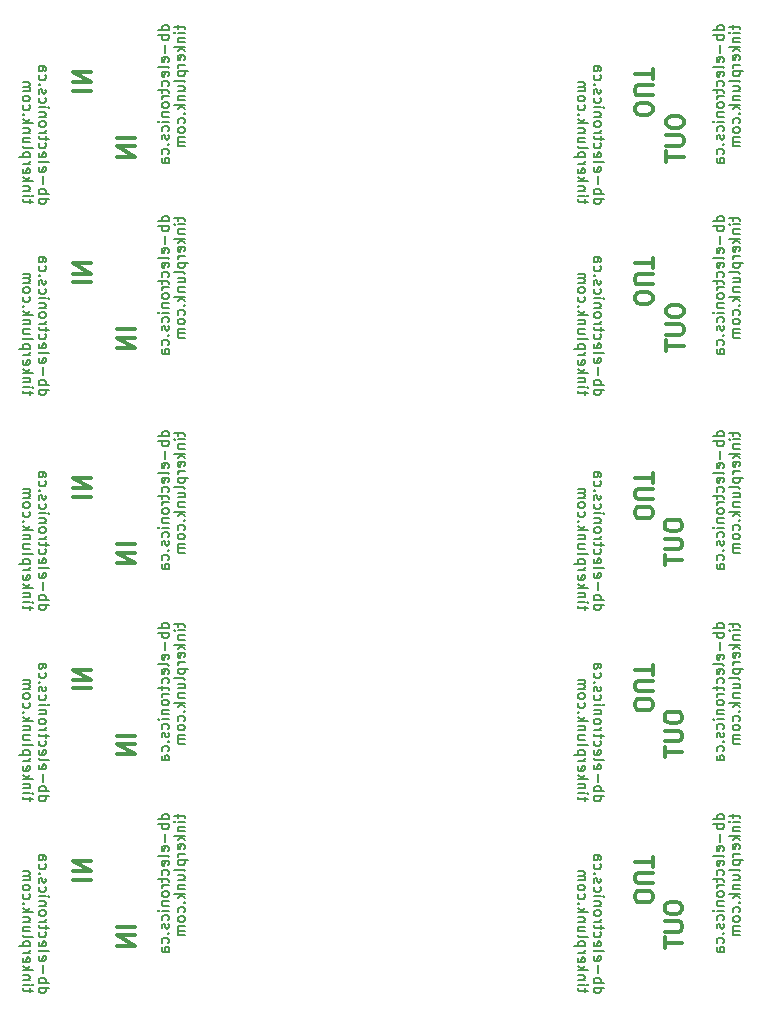
<source format=gbo>
G04 #@! TF.GenerationSoftware,KiCad,Pcbnew,(5.1.0)-1*
G04 #@! TF.CreationDate,2019-05-31T01:19:27-04:00*
G04 #@! TF.ProjectId,10x-Input-10x-Output,3130782d-496e-4707-9574-2d3130782d4f,0.1*
G04 #@! TF.SameCoordinates,Original*
G04 #@! TF.FileFunction,Legend,Bot*
G04 #@! TF.FilePolarity,Positive*
%FSLAX46Y46*%
G04 Gerber Fmt 4.6, Leading zero omitted, Abs format (unit mm)*
G04 Created by KiCad (PCBNEW (5.1.0)-1) date 2019-05-31 01:19:27*
%MOMM*%
%LPD*%
G04 APERTURE LIST*
%ADD10C,0.300000*%
%ADD11C,0.203200*%
G04 APERTURE END LIST*
D10*
X149038571Y-138454000D02*
X149038571Y-138739714D01*
X149110000Y-138882571D01*
X149252857Y-139025428D01*
X149538571Y-139096857D01*
X150038571Y-139096857D01*
X150324285Y-139025428D01*
X150467142Y-138882571D01*
X150538571Y-138739714D01*
X150538571Y-138454000D01*
X150467142Y-138311142D01*
X150324285Y-138168285D01*
X150038571Y-138096857D01*
X149538571Y-138096857D01*
X149252857Y-138168285D01*
X149110000Y-138311142D01*
X149038571Y-138454000D01*
X149038571Y-139739714D02*
X150252857Y-139739714D01*
X150395714Y-139811142D01*
X150467142Y-139882571D01*
X150538571Y-140025428D01*
X150538571Y-140311142D01*
X150467142Y-140454000D01*
X150395714Y-140525428D01*
X150252857Y-140596857D01*
X149038571Y-140596857D01*
X149038571Y-141096857D02*
X149038571Y-141954000D01*
X150538571Y-141525428D02*
X149038571Y-141525428D01*
X149165571Y-87908000D02*
X149165571Y-88193714D01*
X149237000Y-88336571D01*
X149379857Y-88479428D01*
X149665571Y-88550857D01*
X150165571Y-88550857D01*
X150451285Y-88479428D01*
X150594142Y-88336571D01*
X150665571Y-88193714D01*
X150665571Y-87908000D01*
X150594142Y-87765142D01*
X150451285Y-87622285D01*
X150165571Y-87550857D01*
X149665571Y-87550857D01*
X149379857Y-87622285D01*
X149237000Y-87765142D01*
X149165571Y-87908000D01*
X149165571Y-89193714D02*
X150379857Y-89193714D01*
X150522714Y-89265142D01*
X150594142Y-89336571D01*
X150665571Y-89479428D01*
X150665571Y-89765142D01*
X150594142Y-89908000D01*
X150522714Y-89979428D01*
X150379857Y-90050857D01*
X149165571Y-90050857D01*
X149165571Y-90550857D02*
X149165571Y-91408000D01*
X150665571Y-90979428D02*
X149165571Y-90979428D01*
D11*
X142296000Y-129539333D02*
X142296000Y-129200666D01*
X142592333Y-129412333D02*
X141830333Y-129412333D01*
X141745666Y-129370000D01*
X141703333Y-129285333D01*
X141703333Y-129200666D01*
X141703333Y-128904333D02*
X142296000Y-128904333D01*
X142592333Y-128904333D02*
X142550000Y-128946666D01*
X142507666Y-128904333D01*
X142550000Y-128862000D01*
X142592333Y-128904333D01*
X142507666Y-128904333D01*
X142296000Y-128481000D02*
X141703333Y-128481000D01*
X142211333Y-128481000D02*
X142253666Y-128438666D01*
X142296000Y-128354000D01*
X142296000Y-128227000D01*
X142253666Y-128142333D01*
X142169000Y-128100000D01*
X141703333Y-128100000D01*
X141703333Y-127676666D02*
X142592333Y-127676666D01*
X142042000Y-127592000D02*
X141703333Y-127338000D01*
X142296000Y-127338000D02*
X141957333Y-127676666D01*
X141745666Y-126618333D02*
X141703333Y-126703000D01*
X141703333Y-126872333D01*
X141745666Y-126957000D01*
X141830333Y-126999333D01*
X142169000Y-126999333D01*
X142253666Y-126957000D01*
X142296000Y-126872333D01*
X142296000Y-126703000D01*
X142253666Y-126618333D01*
X142169000Y-126576000D01*
X142084333Y-126576000D01*
X141999666Y-126999333D01*
X141703333Y-126195000D02*
X142296000Y-126195000D01*
X142126666Y-126195000D02*
X142211333Y-126152666D01*
X142253666Y-126110333D01*
X142296000Y-126025666D01*
X142296000Y-125941000D01*
X142296000Y-125644666D02*
X141407000Y-125644666D01*
X142253666Y-125644666D02*
X142296000Y-125560000D01*
X142296000Y-125390666D01*
X142253666Y-125306000D01*
X142211333Y-125263666D01*
X142126666Y-125221333D01*
X141872666Y-125221333D01*
X141788000Y-125263666D01*
X141745666Y-125306000D01*
X141703333Y-125390666D01*
X141703333Y-125560000D01*
X141745666Y-125644666D01*
X141703333Y-124713333D02*
X141745666Y-124798000D01*
X141830333Y-124840333D01*
X142592333Y-124840333D01*
X142296000Y-123993666D02*
X141703333Y-123993666D01*
X142296000Y-124374666D02*
X141830333Y-124374666D01*
X141745666Y-124332333D01*
X141703333Y-124247666D01*
X141703333Y-124120666D01*
X141745666Y-124036000D01*
X141788000Y-123993666D01*
X142296000Y-123570333D02*
X141703333Y-123570333D01*
X142211333Y-123570333D02*
X142253666Y-123528000D01*
X142296000Y-123443333D01*
X142296000Y-123316333D01*
X142253666Y-123231666D01*
X142169000Y-123189333D01*
X141703333Y-123189333D01*
X141703333Y-122766000D02*
X142592333Y-122766000D01*
X142042000Y-122681333D02*
X141703333Y-122427333D01*
X142296000Y-122427333D02*
X141957333Y-122766000D01*
X141788000Y-122046333D02*
X141745666Y-122004000D01*
X141703333Y-122046333D01*
X141745666Y-122088666D01*
X141788000Y-122046333D01*
X141703333Y-122046333D01*
X141745666Y-121242000D02*
X141703333Y-121326666D01*
X141703333Y-121496000D01*
X141745666Y-121580666D01*
X141788000Y-121623000D01*
X141872666Y-121665333D01*
X142126666Y-121665333D01*
X142211333Y-121623000D01*
X142253666Y-121580666D01*
X142296000Y-121496000D01*
X142296000Y-121326666D01*
X142253666Y-121242000D01*
X141703333Y-120734000D02*
X141745666Y-120818666D01*
X141788000Y-120861000D01*
X141872666Y-120903333D01*
X142126666Y-120903333D01*
X142211333Y-120861000D01*
X142253666Y-120818666D01*
X142296000Y-120734000D01*
X142296000Y-120607000D01*
X142253666Y-120522333D01*
X142211333Y-120480000D01*
X142126666Y-120437666D01*
X141872666Y-120437666D01*
X141788000Y-120480000D01*
X141745666Y-120522333D01*
X141703333Y-120607000D01*
X141703333Y-120734000D01*
X141703333Y-120056666D02*
X142296000Y-120056666D01*
X142211333Y-120056666D02*
X142253666Y-120014333D01*
X142296000Y-119929666D01*
X142296000Y-119802666D01*
X142253666Y-119718000D01*
X142169000Y-119675666D01*
X141703333Y-119675666D01*
X142169000Y-119675666D02*
X142253666Y-119633333D01*
X142296000Y-119548666D01*
X142296000Y-119421666D01*
X142253666Y-119337000D01*
X142169000Y-119294666D01*
X141703333Y-119294666D01*
X154804000Y-114468666D02*
X154804000Y-114807333D01*
X154507666Y-114595666D02*
X155269666Y-114595666D01*
X155354333Y-114638000D01*
X155396666Y-114722666D01*
X155396666Y-114807333D01*
X155396666Y-115103666D02*
X154804000Y-115103666D01*
X154507666Y-115103666D02*
X154550000Y-115061333D01*
X154592333Y-115103666D01*
X154550000Y-115146000D01*
X154507666Y-115103666D01*
X154592333Y-115103666D01*
X154804000Y-115527000D02*
X155396666Y-115527000D01*
X154888666Y-115527000D02*
X154846333Y-115569333D01*
X154804000Y-115654000D01*
X154804000Y-115781000D01*
X154846333Y-115865666D01*
X154931000Y-115908000D01*
X155396666Y-115908000D01*
X155396666Y-116331333D02*
X154507666Y-116331333D01*
X155058000Y-116416000D02*
X155396666Y-116670000D01*
X154804000Y-116670000D02*
X155142666Y-116331333D01*
X155354333Y-117389666D02*
X155396666Y-117305000D01*
X155396666Y-117135666D01*
X155354333Y-117051000D01*
X155269666Y-117008666D01*
X154931000Y-117008666D01*
X154846333Y-117051000D01*
X154804000Y-117135666D01*
X154804000Y-117305000D01*
X154846333Y-117389666D01*
X154931000Y-117432000D01*
X155015666Y-117432000D01*
X155100333Y-117008666D01*
X155396666Y-117813000D02*
X154804000Y-117813000D01*
X154973333Y-117813000D02*
X154888666Y-117855333D01*
X154846333Y-117897666D01*
X154804000Y-117982333D01*
X154804000Y-118067000D01*
X154804000Y-118363333D02*
X155693000Y-118363333D01*
X154846333Y-118363333D02*
X154804000Y-118448000D01*
X154804000Y-118617333D01*
X154846333Y-118702000D01*
X154888666Y-118744333D01*
X154973333Y-118786666D01*
X155227333Y-118786666D01*
X155312000Y-118744333D01*
X155354333Y-118702000D01*
X155396666Y-118617333D01*
X155396666Y-118448000D01*
X155354333Y-118363333D01*
X155396666Y-119294666D02*
X155354333Y-119210000D01*
X155269666Y-119167666D01*
X154507666Y-119167666D01*
X154804000Y-120014333D02*
X155396666Y-120014333D01*
X154804000Y-119633333D02*
X155269666Y-119633333D01*
X155354333Y-119675666D01*
X155396666Y-119760333D01*
X155396666Y-119887333D01*
X155354333Y-119972000D01*
X155312000Y-120014333D01*
X154804000Y-120437666D02*
X155396666Y-120437666D01*
X154888666Y-120437666D02*
X154846333Y-120480000D01*
X154804000Y-120564666D01*
X154804000Y-120691666D01*
X154846333Y-120776333D01*
X154931000Y-120818666D01*
X155396666Y-120818666D01*
X155396666Y-121242000D02*
X154507666Y-121242000D01*
X155058000Y-121326666D02*
X155396666Y-121580666D01*
X154804000Y-121580666D02*
X155142666Y-121242000D01*
X155312000Y-121961666D02*
X155354333Y-122004000D01*
X155396666Y-121961666D01*
X155354333Y-121919333D01*
X155312000Y-121961666D01*
X155396666Y-121961666D01*
X155354333Y-122766000D02*
X155396666Y-122681333D01*
X155396666Y-122512000D01*
X155354333Y-122427333D01*
X155312000Y-122385000D01*
X155227333Y-122342666D01*
X154973333Y-122342666D01*
X154888666Y-122385000D01*
X154846333Y-122427333D01*
X154804000Y-122512000D01*
X154804000Y-122681333D01*
X154846333Y-122766000D01*
X155396666Y-123274000D02*
X155354333Y-123189333D01*
X155312000Y-123147000D01*
X155227333Y-123104666D01*
X154973333Y-123104666D01*
X154888666Y-123147000D01*
X154846333Y-123189333D01*
X154804000Y-123274000D01*
X154804000Y-123401000D01*
X154846333Y-123485666D01*
X154888666Y-123528000D01*
X154973333Y-123570333D01*
X155227333Y-123570333D01*
X155312000Y-123528000D01*
X155354333Y-123485666D01*
X155396666Y-123401000D01*
X155396666Y-123274000D01*
X155396666Y-123951333D02*
X154804000Y-123951333D01*
X154888666Y-123951333D02*
X154846333Y-123993666D01*
X154804000Y-124078333D01*
X154804000Y-124205333D01*
X154846333Y-124290000D01*
X154931000Y-124332333D01*
X155396666Y-124332333D01*
X154931000Y-124332333D02*
X154846333Y-124374666D01*
X154804000Y-124459333D01*
X154804000Y-124586333D01*
X154846333Y-124671000D01*
X154931000Y-124713333D01*
X155396666Y-124713333D01*
D10*
X148014428Y-121515000D02*
X148014428Y-121229285D01*
X147943000Y-121086428D01*
X147800142Y-120943571D01*
X147514428Y-120872142D01*
X147014428Y-120872142D01*
X146728714Y-120943571D01*
X146585857Y-121086428D01*
X146514428Y-121229285D01*
X146514428Y-121515000D01*
X146585857Y-121657857D01*
X146728714Y-121800714D01*
X147014428Y-121872142D01*
X147514428Y-121872142D01*
X147800142Y-121800714D01*
X147943000Y-121657857D01*
X148014428Y-121515000D01*
X148014428Y-120229285D02*
X146800142Y-120229285D01*
X146657285Y-120157857D01*
X146585857Y-120086428D01*
X146514428Y-119943571D01*
X146514428Y-119657857D01*
X146585857Y-119515000D01*
X146657285Y-119443571D01*
X146800142Y-119372142D01*
X148014428Y-119372142D01*
X148014428Y-118872142D02*
X148014428Y-118015000D01*
X146514428Y-118443571D02*
X148014428Y-118443571D01*
D11*
X154804000Y-80068666D02*
X154804000Y-80407333D01*
X154507666Y-80195666D02*
X155269666Y-80195666D01*
X155354333Y-80238000D01*
X155396666Y-80322666D01*
X155396666Y-80407333D01*
X155396666Y-80703666D02*
X154804000Y-80703666D01*
X154507666Y-80703666D02*
X154550000Y-80661333D01*
X154592333Y-80703666D01*
X154550000Y-80746000D01*
X154507666Y-80703666D01*
X154592333Y-80703666D01*
X154804000Y-81127000D02*
X155396666Y-81127000D01*
X154888666Y-81127000D02*
X154846333Y-81169333D01*
X154804000Y-81254000D01*
X154804000Y-81381000D01*
X154846333Y-81465666D01*
X154931000Y-81508000D01*
X155396666Y-81508000D01*
X155396666Y-81931333D02*
X154507666Y-81931333D01*
X155058000Y-82016000D02*
X155396666Y-82270000D01*
X154804000Y-82270000D02*
X155142666Y-81931333D01*
X155354333Y-82989666D02*
X155396666Y-82905000D01*
X155396666Y-82735666D01*
X155354333Y-82651000D01*
X155269666Y-82608666D01*
X154931000Y-82608666D01*
X154846333Y-82651000D01*
X154804000Y-82735666D01*
X154804000Y-82905000D01*
X154846333Y-82989666D01*
X154931000Y-83032000D01*
X155015666Y-83032000D01*
X155100333Y-82608666D01*
X155396666Y-83413000D02*
X154804000Y-83413000D01*
X154973333Y-83413000D02*
X154888666Y-83455333D01*
X154846333Y-83497666D01*
X154804000Y-83582333D01*
X154804000Y-83667000D01*
X154804000Y-83963333D02*
X155693000Y-83963333D01*
X154846333Y-83963333D02*
X154804000Y-84048000D01*
X154804000Y-84217333D01*
X154846333Y-84302000D01*
X154888666Y-84344333D01*
X154973333Y-84386666D01*
X155227333Y-84386666D01*
X155312000Y-84344333D01*
X155354333Y-84302000D01*
X155396666Y-84217333D01*
X155396666Y-84048000D01*
X155354333Y-83963333D01*
X155396666Y-84894666D02*
X155354333Y-84810000D01*
X155269666Y-84767666D01*
X154507666Y-84767666D01*
X154804000Y-85614333D02*
X155396666Y-85614333D01*
X154804000Y-85233333D02*
X155269666Y-85233333D01*
X155354333Y-85275666D01*
X155396666Y-85360333D01*
X155396666Y-85487333D01*
X155354333Y-85572000D01*
X155312000Y-85614333D01*
X154804000Y-86037666D02*
X155396666Y-86037666D01*
X154888666Y-86037666D02*
X154846333Y-86080000D01*
X154804000Y-86164666D01*
X154804000Y-86291666D01*
X154846333Y-86376333D01*
X154931000Y-86418666D01*
X155396666Y-86418666D01*
X155396666Y-86842000D02*
X154507666Y-86842000D01*
X155058000Y-86926666D02*
X155396666Y-87180666D01*
X154804000Y-87180666D02*
X155142666Y-86842000D01*
X155312000Y-87561666D02*
X155354333Y-87604000D01*
X155396666Y-87561666D01*
X155354333Y-87519333D01*
X155312000Y-87561666D01*
X155396666Y-87561666D01*
X155354333Y-88366000D02*
X155396666Y-88281333D01*
X155396666Y-88112000D01*
X155354333Y-88027333D01*
X155312000Y-87985000D01*
X155227333Y-87942666D01*
X154973333Y-87942666D01*
X154888666Y-87985000D01*
X154846333Y-88027333D01*
X154804000Y-88112000D01*
X154804000Y-88281333D01*
X154846333Y-88366000D01*
X155396666Y-88874000D02*
X155354333Y-88789333D01*
X155312000Y-88747000D01*
X155227333Y-88704666D01*
X154973333Y-88704666D01*
X154888666Y-88747000D01*
X154846333Y-88789333D01*
X154804000Y-88874000D01*
X154804000Y-89001000D01*
X154846333Y-89085666D01*
X154888666Y-89128000D01*
X154973333Y-89170333D01*
X155227333Y-89170333D01*
X155312000Y-89128000D01*
X155354333Y-89085666D01*
X155396666Y-89001000D01*
X155396666Y-88874000D01*
X155396666Y-89551333D02*
X154804000Y-89551333D01*
X154888666Y-89551333D02*
X154846333Y-89593666D01*
X154804000Y-89678333D01*
X154804000Y-89805333D01*
X154846333Y-89890000D01*
X154931000Y-89932333D01*
X155396666Y-89932333D01*
X154931000Y-89932333D02*
X154846333Y-89974666D01*
X154804000Y-90059333D01*
X154804000Y-90186333D01*
X154846333Y-90271000D01*
X154931000Y-90313333D01*
X155396666Y-90313333D01*
D10*
X149038571Y-122325000D02*
X149038571Y-122610714D01*
X149110000Y-122753571D01*
X149252857Y-122896428D01*
X149538571Y-122967857D01*
X150038571Y-122967857D01*
X150324285Y-122896428D01*
X150467142Y-122753571D01*
X150538571Y-122610714D01*
X150538571Y-122325000D01*
X150467142Y-122182142D01*
X150324285Y-122039285D01*
X150038571Y-121967857D01*
X149538571Y-121967857D01*
X149252857Y-122039285D01*
X149110000Y-122182142D01*
X149038571Y-122325000D01*
X149038571Y-123610714D02*
X150252857Y-123610714D01*
X150395714Y-123682142D01*
X150467142Y-123753571D01*
X150538571Y-123896428D01*
X150538571Y-124182142D01*
X150467142Y-124325000D01*
X150395714Y-124396428D01*
X150252857Y-124467857D01*
X149038571Y-124467857D01*
X149038571Y-124967857D02*
X149038571Y-125825000D01*
X150538571Y-125396428D02*
X149038571Y-125396428D01*
D11*
X142296000Y-95139333D02*
X142296000Y-94800666D01*
X142592333Y-95012333D02*
X141830333Y-95012333D01*
X141745666Y-94970000D01*
X141703333Y-94885333D01*
X141703333Y-94800666D01*
X141703333Y-94504333D02*
X142296000Y-94504333D01*
X142592333Y-94504333D02*
X142550000Y-94546666D01*
X142507666Y-94504333D01*
X142550000Y-94462000D01*
X142592333Y-94504333D01*
X142507666Y-94504333D01*
X142296000Y-94081000D02*
X141703333Y-94081000D01*
X142211333Y-94081000D02*
X142253666Y-94038666D01*
X142296000Y-93954000D01*
X142296000Y-93827000D01*
X142253666Y-93742333D01*
X142169000Y-93700000D01*
X141703333Y-93700000D01*
X141703333Y-93276666D02*
X142592333Y-93276666D01*
X142042000Y-93192000D02*
X141703333Y-92938000D01*
X142296000Y-92938000D02*
X141957333Y-93276666D01*
X141745666Y-92218333D02*
X141703333Y-92303000D01*
X141703333Y-92472333D01*
X141745666Y-92557000D01*
X141830333Y-92599333D01*
X142169000Y-92599333D01*
X142253666Y-92557000D01*
X142296000Y-92472333D01*
X142296000Y-92303000D01*
X142253666Y-92218333D01*
X142169000Y-92176000D01*
X142084333Y-92176000D01*
X141999666Y-92599333D01*
X141703333Y-91795000D02*
X142296000Y-91795000D01*
X142126666Y-91795000D02*
X142211333Y-91752666D01*
X142253666Y-91710333D01*
X142296000Y-91625666D01*
X142296000Y-91541000D01*
X142296000Y-91244666D02*
X141407000Y-91244666D01*
X142253666Y-91244666D02*
X142296000Y-91160000D01*
X142296000Y-90990666D01*
X142253666Y-90906000D01*
X142211333Y-90863666D01*
X142126666Y-90821333D01*
X141872666Y-90821333D01*
X141788000Y-90863666D01*
X141745666Y-90906000D01*
X141703333Y-90990666D01*
X141703333Y-91160000D01*
X141745666Y-91244666D01*
X141703333Y-90313333D02*
X141745666Y-90398000D01*
X141830333Y-90440333D01*
X142592333Y-90440333D01*
X142296000Y-89593666D02*
X141703333Y-89593666D01*
X142296000Y-89974666D02*
X141830333Y-89974666D01*
X141745666Y-89932333D01*
X141703333Y-89847666D01*
X141703333Y-89720666D01*
X141745666Y-89636000D01*
X141788000Y-89593666D01*
X142296000Y-89170333D02*
X141703333Y-89170333D01*
X142211333Y-89170333D02*
X142253666Y-89128000D01*
X142296000Y-89043333D01*
X142296000Y-88916333D01*
X142253666Y-88831666D01*
X142169000Y-88789333D01*
X141703333Y-88789333D01*
X141703333Y-88366000D02*
X142592333Y-88366000D01*
X142042000Y-88281333D02*
X141703333Y-88027333D01*
X142296000Y-88027333D02*
X141957333Y-88366000D01*
X141788000Y-87646333D02*
X141745666Y-87604000D01*
X141703333Y-87646333D01*
X141745666Y-87688666D01*
X141788000Y-87646333D01*
X141703333Y-87646333D01*
X141745666Y-86842000D02*
X141703333Y-86926666D01*
X141703333Y-87096000D01*
X141745666Y-87180666D01*
X141788000Y-87223000D01*
X141872666Y-87265333D01*
X142126666Y-87265333D01*
X142211333Y-87223000D01*
X142253666Y-87180666D01*
X142296000Y-87096000D01*
X142296000Y-86926666D01*
X142253666Y-86842000D01*
X141703333Y-86334000D02*
X141745666Y-86418666D01*
X141788000Y-86461000D01*
X141872666Y-86503333D01*
X142126666Y-86503333D01*
X142211333Y-86461000D01*
X142253666Y-86418666D01*
X142296000Y-86334000D01*
X142296000Y-86207000D01*
X142253666Y-86122333D01*
X142211333Y-86080000D01*
X142126666Y-86037666D01*
X141872666Y-86037666D01*
X141788000Y-86080000D01*
X141745666Y-86122333D01*
X141703333Y-86207000D01*
X141703333Y-86334000D01*
X141703333Y-85656666D02*
X142296000Y-85656666D01*
X142211333Y-85656666D02*
X142253666Y-85614333D01*
X142296000Y-85529666D01*
X142296000Y-85402666D01*
X142253666Y-85318000D01*
X142169000Y-85275666D01*
X141703333Y-85275666D01*
X142169000Y-85275666D02*
X142253666Y-85233333D01*
X142296000Y-85148666D01*
X142296000Y-85021666D01*
X142253666Y-84937000D01*
X142169000Y-84894666D01*
X141703333Y-84894666D01*
D10*
X148014428Y-87098000D02*
X148014428Y-86812285D01*
X147943000Y-86669428D01*
X147800142Y-86526571D01*
X147514428Y-86455142D01*
X147014428Y-86455142D01*
X146728714Y-86526571D01*
X146585857Y-86669428D01*
X146514428Y-86812285D01*
X146514428Y-87098000D01*
X146585857Y-87240857D01*
X146728714Y-87383714D01*
X147014428Y-87455142D01*
X147514428Y-87455142D01*
X147800142Y-87383714D01*
X147943000Y-87240857D01*
X148014428Y-87098000D01*
X148014428Y-85812285D02*
X146800142Y-85812285D01*
X146657285Y-85740857D01*
X146585857Y-85669428D01*
X146514428Y-85526571D01*
X146514428Y-85240857D01*
X146585857Y-85098000D01*
X146657285Y-85026571D01*
X146800142Y-84955142D01*
X148014428Y-84955142D01*
X148014428Y-84455142D02*
X148014428Y-83598000D01*
X146514428Y-84026571D02*
X148014428Y-84026571D01*
D11*
X143036833Y-129137166D02*
X143925833Y-129137166D01*
X143079166Y-129137166D02*
X143036833Y-129221833D01*
X143036833Y-129391166D01*
X143079166Y-129475833D01*
X143121500Y-129518166D01*
X143206166Y-129560500D01*
X143460166Y-129560500D01*
X143544833Y-129518166D01*
X143587166Y-129475833D01*
X143629500Y-129391166D01*
X143629500Y-129221833D01*
X143587166Y-129137166D01*
X143036833Y-128713833D02*
X143925833Y-128713833D01*
X143587166Y-128713833D02*
X143629500Y-128629166D01*
X143629500Y-128459833D01*
X143587166Y-128375166D01*
X143544833Y-128332833D01*
X143460166Y-128290500D01*
X143206166Y-128290500D01*
X143121500Y-128332833D01*
X143079166Y-128375166D01*
X143036833Y-128459833D01*
X143036833Y-128629166D01*
X143079166Y-128713833D01*
X143375500Y-127909500D02*
X143375500Y-127232166D01*
X143079166Y-126470166D02*
X143036833Y-126554833D01*
X143036833Y-126724166D01*
X143079166Y-126808833D01*
X143163833Y-126851166D01*
X143502500Y-126851166D01*
X143587166Y-126808833D01*
X143629500Y-126724166D01*
X143629500Y-126554833D01*
X143587166Y-126470166D01*
X143502500Y-126427833D01*
X143417833Y-126427833D01*
X143333166Y-126851166D01*
X143036833Y-125919833D02*
X143079166Y-126004500D01*
X143163833Y-126046833D01*
X143925833Y-126046833D01*
X143079166Y-125242500D02*
X143036833Y-125327166D01*
X143036833Y-125496500D01*
X143079166Y-125581166D01*
X143163833Y-125623500D01*
X143502500Y-125623500D01*
X143587166Y-125581166D01*
X143629500Y-125496500D01*
X143629500Y-125327166D01*
X143587166Y-125242500D01*
X143502500Y-125200166D01*
X143417833Y-125200166D01*
X143333166Y-125623500D01*
X143079166Y-124438166D02*
X143036833Y-124522833D01*
X143036833Y-124692166D01*
X143079166Y-124776833D01*
X143121500Y-124819166D01*
X143206166Y-124861500D01*
X143460166Y-124861500D01*
X143544833Y-124819166D01*
X143587166Y-124776833D01*
X143629500Y-124692166D01*
X143629500Y-124522833D01*
X143587166Y-124438166D01*
X143629500Y-124184166D02*
X143629500Y-123845500D01*
X143925833Y-124057166D02*
X143163833Y-124057166D01*
X143079166Y-124014833D01*
X143036833Y-123930166D01*
X143036833Y-123845500D01*
X143036833Y-123549166D02*
X143629500Y-123549166D01*
X143460166Y-123549166D02*
X143544833Y-123506833D01*
X143587166Y-123464500D01*
X143629500Y-123379833D01*
X143629500Y-123295166D01*
X143036833Y-122871833D02*
X143079166Y-122956500D01*
X143121500Y-122998833D01*
X143206166Y-123041166D01*
X143460166Y-123041166D01*
X143544833Y-122998833D01*
X143587166Y-122956500D01*
X143629500Y-122871833D01*
X143629500Y-122744833D01*
X143587166Y-122660166D01*
X143544833Y-122617833D01*
X143460166Y-122575500D01*
X143206166Y-122575500D01*
X143121500Y-122617833D01*
X143079166Y-122660166D01*
X143036833Y-122744833D01*
X143036833Y-122871833D01*
X143629500Y-122194500D02*
X143036833Y-122194500D01*
X143544833Y-122194500D02*
X143587166Y-122152166D01*
X143629500Y-122067500D01*
X143629500Y-121940500D01*
X143587166Y-121855833D01*
X143502500Y-121813500D01*
X143036833Y-121813500D01*
X143036833Y-121390166D02*
X143629500Y-121390166D01*
X143925833Y-121390166D02*
X143883500Y-121432500D01*
X143841166Y-121390166D01*
X143883500Y-121347833D01*
X143925833Y-121390166D01*
X143841166Y-121390166D01*
X143079166Y-120585833D02*
X143036833Y-120670500D01*
X143036833Y-120839833D01*
X143079166Y-120924500D01*
X143121500Y-120966833D01*
X143206166Y-121009166D01*
X143460166Y-121009166D01*
X143544833Y-120966833D01*
X143587166Y-120924500D01*
X143629500Y-120839833D01*
X143629500Y-120670500D01*
X143587166Y-120585833D01*
X143079166Y-120247166D02*
X143036833Y-120162500D01*
X143036833Y-119993166D01*
X143079166Y-119908500D01*
X143163833Y-119866166D01*
X143206166Y-119866166D01*
X143290833Y-119908500D01*
X143333166Y-119993166D01*
X143333166Y-120120166D01*
X143375500Y-120204833D01*
X143460166Y-120247166D01*
X143502500Y-120247166D01*
X143587166Y-120204833D01*
X143629500Y-120120166D01*
X143629500Y-119993166D01*
X143587166Y-119908500D01*
X143121500Y-119485166D02*
X143079166Y-119442833D01*
X143036833Y-119485166D01*
X143079166Y-119527500D01*
X143121500Y-119485166D01*
X143036833Y-119485166D01*
X143079166Y-118680833D02*
X143036833Y-118765500D01*
X143036833Y-118934833D01*
X143079166Y-119019500D01*
X143121500Y-119061833D01*
X143206166Y-119104166D01*
X143460166Y-119104166D01*
X143544833Y-119061833D01*
X143587166Y-119019500D01*
X143629500Y-118934833D01*
X143629500Y-118765500D01*
X143587166Y-118680833D01*
X143036833Y-117918833D02*
X143502500Y-117918833D01*
X143587166Y-117961166D01*
X143629500Y-118045833D01*
X143629500Y-118215166D01*
X143587166Y-118299833D01*
X143079166Y-117918833D02*
X143036833Y-118003500D01*
X143036833Y-118215166D01*
X143079166Y-118299833D01*
X143163833Y-118342166D01*
X143248500Y-118342166D01*
X143333166Y-118299833D01*
X143375500Y-118215166D01*
X143375500Y-118003500D01*
X143417833Y-117918833D01*
X154063166Y-114870833D02*
X153174166Y-114870833D01*
X154020833Y-114870833D02*
X154063166Y-114786166D01*
X154063166Y-114616833D01*
X154020833Y-114532166D01*
X153978500Y-114489833D01*
X153893833Y-114447500D01*
X153639833Y-114447500D01*
X153555166Y-114489833D01*
X153512833Y-114532166D01*
X153470500Y-114616833D01*
X153470500Y-114786166D01*
X153512833Y-114870833D01*
X154063166Y-115294166D02*
X153174166Y-115294166D01*
X153512833Y-115294166D02*
X153470500Y-115378833D01*
X153470500Y-115548166D01*
X153512833Y-115632833D01*
X153555166Y-115675166D01*
X153639833Y-115717500D01*
X153893833Y-115717500D01*
X153978500Y-115675166D01*
X154020833Y-115632833D01*
X154063166Y-115548166D01*
X154063166Y-115378833D01*
X154020833Y-115294166D01*
X153724500Y-116098500D02*
X153724500Y-116775833D01*
X154020833Y-117537833D02*
X154063166Y-117453166D01*
X154063166Y-117283833D01*
X154020833Y-117199166D01*
X153936166Y-117156833D01*
X153597500Y-117156833D01*
X153512833Y-117199166D01*
X153470500Y-117283833D01*
X153470500Y-117453166D01*
X153512833Y-117537833D01*
X153597500Y-117580166D01*
X153682166Y-117580166D01*
X153766833Y-117156833D01*
X154063166Y-118088166D02*
X154020833Y-118003500D01*
X153936166Y-117961166D01*
X153174166Y-117961166D01*
X154020833Y-118765500D02*
X154063166Y-118680833D01*
X154063166Y-118511500D01*
X154020833Y-118426833D01*
X153936166Y-118384500D01*
X153597500Y-118384500D01*
X153512833Y-118426833D01*
X153470500Y-118511500D01*
X153470500Y-118680833D01*
X153512833Y-118765500D01*
X153597500Y-118807833D01*
X153682166Y-118807833D01*
X153766833Y-118384500D01*
X154020833Y-119569833D02*
X154063166Y-119485166D01*
X154063166Y-119315833D01*
X154020833Y-119231166D01*
X153978500Y-119188833D01*
X153893833Y-119146500D01*
X153639833Y-119146500D01*
X153555166Y-119188833D01*
X153512833Y-119231166D01*
X153470500Y-119315833D01*
X153470500Y-119485166D01*
X153512833Y-119569833D01*
X153470500Y-119823833D02*
X153470500Y-120162500D01*
X153174166Y-119950833D02*
X153936166Y-119950833D01*
X154020833Y-119993166D01*
X154063166Y-120077833D01*
X154063166Y-120162500D01*
X154063166Y-120458833D02*
X153470500Y-120458833D01*
X153639833Y-120458833D02*
X153555166Y-120501166D01*
X153512833Y-120543500D01*
X153470500Y-120628166D01*
X153470500Y-120712833D01*
X154063166Y-121136166D02*
X154020833Y-121051500D01*
X153978500Y-121009166D01*
X153893833Y-120966833D01*
X153639833Y-120966833D01*
X153555166Y-121009166D01*
X153512833Y-121051500D01*
X153470500Y-121136166D01*
X153470500Y-121263166D01*
X153512833Y-121347833D01*
X153555166Y-121390166D01*
X153639833Y-121432500D01*
X153893833Y-121432500D01*
X153978500Y-121390166D01*
X154020833Y-121347833D01*
X154063166Y-121263166D01*
X154063166Y-121136166D01*
X153470500Y-121813500D02*
X154063166Y-121813500D01*
X153555166Y-121813500D02*
X153512833Y-121855833D01*
X153470500Y-121940500D01*
X153470500Y-122067500D01*
X153512833Y-122152166D01*
X153597500Y-122194500D01*
X154063166Y-122194500D01*
X154063166Y-122617833D02*
X153470500Y-122617833D01*
X153174166Y-122617833D02*
X153216500Y-122575500D01*
X153258833Y-122617833D01*
X153216500Y-122660166D01*
X153174166Y-122617833D01*
X153258833Y-122617833D01*
X154020833Y-123422166D02*
X154063166Y-123337500D01*
X154063166Y-123168166D01*
X154020833Y-123083500D01*
X153978500Y-123041166D01*
X153893833Y-122998833D01*
X153639833Y-122998833D01*
X153555166Y-123041166D01*
X153512833Y-123083500D01*
X153470500Y-123168166D01*
X153470500Y-123337500D01*
X153512833Y-123422166D01*
X154020833Y-123760833D02*
X154063166Y-123845500D01*
X154063166Y-124014833D01*
X154020833Y-124099500D01*
X153936166Y-124141833D01*
X153893833Y-124141833D01*
X153809166Y-124099500D01*
X153766833Y-124014833D01*
X153766833Y-123887833D01*
X153724500Y-123803166D01*
X153639833Y-123760833D01*
X153597500Y-123760833D01*
X153512833Y-123803166D01*
X153470500Y-123887833D01*
X153470500Y-124014833D01*
X153512833Y-124099500D01*
X153978500Y-124522833D02*
X154020833Y-124565166D01*
X154063166Y-124522833D01*
X154020833Y-124480500D01*
X153978500Y-124522833D01*
X154063166Y-124522833D01*
X154020833Y-125327166D02*
X154063166Y-125242500D01*
X154063166Y-125073166D01*
X154020833Y-124988500D01*
X153978500Y-124946166D01*
X153893833Y-124903833D01*
X153639833Y-124903833D01*
X153555166Y-124946166D01*
X153512833Y-124988500D01*
X153470500Y-125073166D01*
X153470500Y-125242500D01*
X153512833Y-125327166D01*
X154063166Y-126089166D02*
X153597500Y-126089166D01*
X153512833Y-126046833D01*
X153470500Y-125962166D01*
X153470500Y-125792833D01*
X153512833Y-125708166D01*
X154020833Y-126089166D02*
X154063166Y-126004500D01*
X154063166Y-125792833D01*
X154020833Y-125708166D01*
X153936166Y-125665833D01*
X153851500Y-125665833D01*
X153766833Y-125708166D01*
X153724500Y-125792833D01*
X153724500Y-126004500D01*
X153682166Y-126089166D01*
X143036833Y-94737166D02*
X143925833Y-94737166D01*
X143079166Y-94737166D02*
X143036833Y-94821833D01*
X143036833Y-94991166D01*
X143079166Y-95075833D01*
X143121500Y-95118166D01*
X143206166Y-95160500D01*
X143460166Y-95160500D01*
X143544833Y-95118166D01*
X143587166Y-95075833D01*
X143629500Y-94991166D01*
X143629500Y-94821833D01*
X143587166Y-94737166D01*
X143036833Y-94313833D02*
X143925833Y-94313833D01*
X143587166Y-94313833D02*
X143629500Y-94229166D01*
X143629500Y-94059833D01*
X143587166Y-93975166D01*
X143544833Y-93932833D01*
X143460166Y-93890500D01*
X143206166Y-93890500D01*
X143121500Y-93932833D01*
X143079166Y-93975166D01*
X143036833Y-94059833D01*
X143036833Y-94229166D01*
X143079166Y-94313833D01*
X143375500Y-93509500D02*
X143375500Y-92832166D01*
X143079166Y-92070166D02*
X143036833Y-92154833D01*
X143036833Y-92324166D01*
X143079166Y-92408833D01*
X143163833Y-92451166D01*
X143502500Y-92451166D01*
X143587166Y-92408833D01*
X143629500Y-92324166D01*
X143629500Y-92154833D01*
X143587166Y-92070166D01*
X143502500Y-92027833D01*
X143417833Y-92027833D01*
X143333166Y-92451166D01*
X143036833Y-91519833D02*
X143079166Y-91604500D01*
X143163833Y-91646833D01*
X143925833Y-91646833D01*
X143079166Y-90842500D02*
X143036833Y-90927166D01*
X143036833Y-91096500D01*
X143079166Y-91181166D01*
X143163833Y-91223500D01*
X143502500Y-91223500D01*
X143587166Y-91181166D01*
X143629500Y-91096500D01*
X143629500Y-90927166D01*
X143587166Y-90842500D01*
X143502500Y-90800166D01*
X143417833Y-90800166D01*
X143333166Y-91223500D01*
X143079166Y-90038166D02*
X143036833Y-90122833D01*
X143036833Y-90292166D01*
X143079166Y-90376833D01*
X143121500Y-90419166D01*
X143206166Y-90461500D01*
X143460166Y-90461500D01*
X143544833Y-90419166D01*
X143587166Y-90376833D01*
X143629500Y-90292166D01*
X143629500Y-90122833D01*
X143587166Y-90038166D01*
X143629500Y-89784166D02*
X143629500Y-89445500D01*
X143925833Y-89657166D02*
X143163833Y-89657166D01*
X143079166Y-89614833D01*
X143036833Y-89530166D01*
X143036833Y-89445500D01*
X143036833Y-89149166D02*
X143629500Y-89149166D01*
X143460166Y-89149166D02*
X143544833Y-89106833D01*
X143587166Y-89064500D01*
X143629500Y-88979833D01*
X143629500Y-88895166D01*
X143036833Y-88471833D02*
X143079166Y-88556500D01*
X143121500Y-88598833D01*
X143206166Y-88641166D01*
X143460166Y-88641166D01*
X143544833Y-88598833D01*
X143587166Y-88556500D01*
X143629500Y-88471833D01*
X143629500Y-88344833D01*
X143587166Y-88260166D01*
X143544833Y-88217833D01*
X143460166Y-88175500D01*
X143206166Y-88175500D01*
X143121500Y-88217833D01*
X143079166Y-88260166D01*
X143036833Y-88344833D01*
X143036833Y-88471833D01*
X143629500Y-87794500D02*
X143036833Y-87794500D01*
X143544833Y-87794500D02*
X143587166Y-87752166D01*
X143629500Y-87667500D01*
X143629500Y-87540500D01*
X143587166Y-87455833D01*
X143502500Y-87413500D01*
X143036833Y-87413500D01*
X143036833Y-86990166D02*
X143629500Y-86990166D01*
X143925833Y-86990166D02*
X143883500Y-87032500D01*
X143841166Y-86990166D01*
X143883500Y-86947833D01*
X143925833Y-86990166D01*
X143841166Y-86990166D01*
X143079166Y-86185833D02*
X143036833Y-86270500D01*
X143036833Y-86439833D01*
X143079166Y-86524500D01*
X143121500Y-86566833D01*
X143206166Y-86609166D01*
X143460166Y-86609166D01*
X143544833Y-86566833D01*
X143587166Y-86524500D01*
X143629500Y-86439833D01*
X143629500Y-86270500D01*
X143587166Y-86185833D01*
X143079166Y-85847166D02*
X143036833Y-85762500D01*
X143036833Y-85593166D01*
X143079166Y-85508500D01*
X143163833Y-85466166D01*
X143206166Y-85466166D01*
X143290833Y-85508500D01*
X143333166Y-85593166D01*
X143333166Y-85720166D01*
X143375500Y-85804833D01*
X143460166Y-85847166D01*
X143502500Y-85847166D01*
X143587166Y-85804833D01*
X143629500Y-85720166D01*
X143629500Y-85593166D01*
X143587166Y-85508500D01*
X143121500Y-85085166D02*
X143079166Y-85042833D01*
X143036833Y-85085166D01*
X143079166Y-85127500D01*
X143121500Y-85085166D01*
X143036833Y-85085166D01*
X143079166Y-84280833D02*
X143036833Y-84365500D01*
X143036833Y-84534833D01*
X143079166Y-84619500D01*
X143121500Y-84661833D01*
X143206166Y-84704166D01*
X143460166Y-84704166D01*
X143544833Y-84661833D01*
X143587166Y-84619500D01*
X143629500Y-84534833D01*
X143629500Y-84365500D01*
X143587166Y-84280833D01*
X143036833Y-83518833D02*
X143502500Y-83518833D01*
X143587166Y-83561166D01*
X143629500Y-83645833D01*
X143629500Y-83815166D01*
X143587166Y-83899833D01*
X143079166Y-83518833D02*
X143036833Y-83603500D01*
X143036833Y-83815166D01*
X143079166Y-83899833D01*
X143163833Y-83942166D01*
X143248500Y-83942166D01*
X143333166Y-83899833D01*
X143375500Y-83815166D01*
X143375500Y-83603500D01*
X143417833Y-83518833D01*
X154063166Y-80470833D02*
X153174166Y-80470833D01*
X154020833Y-80470833D02*
X154063166Y-80386166D01*
X154063166Y-80216833D01*
X154020833Y-80132166D01*
X153978500Y-80089833D01*
X153893833Y-80047500D01*
X153639833Y-80047500D01*
X153555166Y-80089833D01*
X153512833Y-80132166D01*
X153470500Y-80216833D01*
X153470500Y-80386166D01*
X153512833Y-80470833D01*
X154063166Y-80894166D02*
X153174166Y-80894166D01*
X153512833Y-80894166D02*
X153470500Y-80978833D01*
X153470500Y-81148166D01*
X153512833Y-81232833D01*
X153555166Y-81275166D01*
X153639833Y-81317500D01*
X153893833Y-81317500D01*
X153978500Y-81275166D01*
X154020833Y-81232833D01*
X154063166Y-81148166D01*
X154063166Y-80978833D01*
X154020833Y-80894166D01*
X153724500Y-81698500D02*
X153724500Y-82375833D01*
X154020833Y-83137833D02*
X154063166Y-83053166D01*
X154063166Y-82883833D01*
X154020833Y-82799166D01*
X153936166Y-82756833D01*
X153597500Y-82756833D01*
X153512833Y-82799166D01*
X153470500Y-82883833D01*
X153470500Y-83053166D01*
X153512833Y-83137833D01*
X153597500Y-83180166D01*
X153682166Y-83180166D01*
X153766833Y-82756833D01*
X154063166Y-83688166D02*
X154020833Y-83603500D01*
X153936166Y-83561166D01*
X153174166Y-83561166D01*
X154020833Y-84365500D02*
X154063166Y-84280833D01*
X154063166Y-84111500D01*
X154020833Y-84026833D01*
X153936166Y-83984500D01*
X153597500Y-83984500D01*
X153512833Y-84026833D01*
X153470500Y-84111500D01*
X153470500Y-84280833D01*
X153512833Y-84365500D01*
X153597500Y-84407833D01*
X153682166Y-84407833D01*
X153766833Y-83984500D01*
X154020833Y-85169833D02*
X154063166Y-85085166D01*
X154063166Y-84915833D01*
X154020833Y-84831166D01*
X153978500Y-84788833D01*
X153893833Y-84746500D01*
X153639833Y-84746500D01*
X153555166Y-84788833D01*
X153512833Y-84831166D01*
X153470500Y-84915833D01*
X153470500Y-85085166D01*
X153512833Y-85169833D01*
X153470500Y-85423833D02*
X153470500Y-85762500D01*
X153174166Y-85550833D02*
X153936166Y-85550833D01*
X154020833Y-85593166D01*
X154063166Y-85677833D01*
X154063166Y-85762500D01*
X154063166Y-86058833D02*
X153470500Y-86058833D01*
X153639833Y-86058833D02*
X153555166Y-86101166D01*
X153512833Y-86143500D01*
X153470500Y-86228166D01*
X153470500Y-86312833D01*
X154063166Y-86736166D02*
X154020833Y-86651500D01*
X153978500Y-86609166D01*
X153893833Y-86566833D01*
X153639833Y-86566833D01*
X153555166Y-86609166D01*
X153512833Y-86651500D01*
X153470500Y-86736166D01*
X153470500Y-86863166D01*
X153512833Y-86947833D01*
X153555166Y-86990166D01*
X153639833Y-87032500D01*
X153893833Y-87032500D01*
X153978500Y-86990166D01*
X154020833Y-86947833D01*
X154063166Y-86863166D01*
X154063166Y-86736166D01*
X153470500Y-87413500D02*
X154063166Y-87413500D01*
X153555166Y-87413500D02*
X153512833Y-87455833D01*
X153470500Y-87540500D01*
X153470500Y-87667500D01*
X153512833Y-87752166D01*
X153597500Y-87794500D01*
X154063166Y-87794500D01*
X154063166Y-88217833D02*
X153470500Y-88217833D01*
X153174166Y-88217833D02*
X153216500Y-88175500D01*
X153258833Y-88217833D01*
X153216500Y-88260166D01*
X153174166Y-88217833D01*
X153258833Y-88217833D01*
X154020833Y-89022166D02*
X154063166Y-88937500D01*
X154063166Y-88768166D01*
X154020833Y-88683500D01*
X153978500Y-88641166D01*
X153893833Y-88598833D01*
X153639833Y-88598833D01*
X153555166Y-88641166D01*
X153512833Y-88683500D01*
X153470500Y-88768166D01*
X153470500Y-88937500D01*
X153512833Y-89022166D01*
X154020833Y-89360833D02*
X154063166Y-89445500D01*
X154063166Y-89614833D01*
X154020833Y-89699500D01*
X153936166Y-89741833D01*
X153893833Y-89741833D01*
X153809166Y-89699500D01*
X153766833Y-89614833D01*
X153766833Y-89487833D01*
X153724500Y-89403166D01*
X153639833Y-89360833D01*
X153597500Y-89360833D01*
X153512833Y-89403166D01*
X153470500Y-89487833D01*
X153470500Y-89614833D01*
X153512833Y-89699500D01*
X153978500Y-90122833D02*
X154020833Y-90165166D01*
X154063166Y-90122833D01*
X154020833Y-90080500D01*
X153978500Y-90122833D01*
X154063166Y-90122833D01*
X154020833Y-90927166D02*
X154063166Y-90842500D01*
X154063166Y-90673166D01*
X154020833Y-90588500D01*
X153978500Y-90546166D01*
X153893833Y-90503833D01*
X153639833Y-90503833D01*
X153555166Y-90546166D01*
X153512833Y-90588500D01*
X153470500Y-90673166D01*
X153470500Y-90842500D01*
X153512833Y-90927166D01*
X154063166Y-91689166D02*
X153597500Y-91689166D01*
X153512833Y-91646833D01*
X153470500Y-91562166D01*
X153470500Y-91392833D01*
X153512833Y-91308166D01*
X154020833Y-91689166D02*
X154063166Y-91604500D01*
X154063166Y-91392833D01*
X154020833Y-91308166D01*
X153936166Y-91265833D01*
X153851500Y-91265833D01*
X153766833Y-91308166D01*
X153724500Y-91392833D01*
X153724500Y-91604500D01*
X153682166Y-91689166D01*
X154804000Y-98268666D02*
X154804000Y-98607333D01*
X154507666Y-98395666D02*
X155269666Y-98395666D01*
X155354333Y-98438000D01*
X155396666Y-98522666D01*
X155396666Y-98607333D01*
X155396666Y-98903666D02*
X154804000Y-98903666D01*
X154507666Y-98903666D02*
X154550000Y-98861333D01*
X154592333Y-98903666D01*
X154550000Y-98946000D01*
X154507666Y-98903666D01*
X154592333Y-98903666D01*
X154804000Y-99327000D02*
X155396666Y-99327000D01*
X154888666Y-99327000D02*
X154846333Y-99369333D01*
X154804000Y-99454000D01*
X154804000Y-99581000D01*
X154846333Y-99665666D01*
X154931000Y-99708000D01*
X155396666Y-99708000D01*
X155396666Y-100131333D02*
X154507666Y-100131333D01*
X155058000Y-100216000D02*
X155396666Y-100470000D01*
X154804000Y-100470000D02*
X155142666Y-100131333D01*
X155354333Y-101189666D02*
X155396666Y-101105000D01*
X155396666Y-100935666D01*
X155354333Y-100851000D01*
X155269666Y-100808666D01*
X154931000Y-100808666D01*
X154846333Y-100851000D01*
X154804000Y-100935666D01*
X154804000Y-101105000D01*
X154846333Y-101189666D01*
X154931000Y-101232000D01*
X155015666Y-101232000D01*
X155100333Y-100808666D01*
X155396666Y-101613000D02*
X154804000Y-101613000D01*
X154973333Y-101613000D02*
X154888666Y-101655333D01*
X154846333Y-101697666D01*
X154804000Y-101782333D01*
X154804000Y-101867000D01*
X154804000Y-102163333D02*
X155693000Y-102163333D01*
X154846333Y-102163333D02*
X154804000Y-102248000D01*
X154804000Y-102417333D01*
X154846333Y-102502000D01*
X154888666Y-102544333D01*
X154973333Y-102586666D01*
X155227333Y-102586666D01*
X155312000Y-102544333D01*
X155354333Y-102502000D01*
X155396666Y-102417333D01*
X155396666Y-102248000D01*
X155354333Y-102163333D01*
X155396666Y-103094666D02*
X155354333Y-103010000D01*
X155269666Y-102967666D01*
X154507666Y-102967666D01*
X154804000Y-103814333D02*
X155396666Y-103814333D01*
X154804000Y-103433333D02*
X155269666Y-103433333D01*
X155354333Y-103475666D01*
X155396666Y-103560333D01*
X155396666Y-103687333D01*
X155354333Y-103772000D01*
X155312000Y-103814333D01*
X154804000Y-104237666D02*
X155396666Y-104237666D01*
X154888666Y-104237666D02*
X154846333Y-104280000D01*
X154804000Y-104364666D01*
X154804000Y-104491666D01*
X154846333Y-104576333D01*
X154931000Y-104618666D01*
X155396666Y-104618666D01*
X155396666Y-105042000D02*
X154507666Y-105042000D01*
X155058000Y-105126666D02*
X155396666Y-105380666D01*
X154804000Y-105380666D02*
X155142666Y-105042000D01*
X155312000Y-105761666D02*
X155354333Y-105804000D01*
X155396666Y-105761666D01*
X155354333Y-105719333D01*
X155312000Y-105761666D01*
X155396666Y-105761666D01*
X155354333Y-106566000D02*
X155396666Y-106481333D01*
X155396666Y-106312000D01*
X155354333Y-106227333D01*
X155312000Y-106185000D01*
X155227333Y-106142666D01*
X154973333Y-106142666D01*
X154888666Y-106185000D01*
X154846333Y-106227333D01*
X154804000Y-106312000D01*
X154804000Y-106481333D01*
X154846333Y-106566000D01*
X155396666Y-107074000D02*
X155354333Y-106989333D01*
X155312000Y-106947000D01*
X155227333Y-106904666D01*
X154973333Y-106904666D01*
X154888666Y-106947000D01*
X154846333Y-106989333D01*
X154804000Y-107074000D01*
X154804000Y-107201000D01*
X154846333Y-107285666D01*
X154888666Y-107328000D01*
X154973333Y-107370333D01*
X155227333Y-107370333D01*
X155312000Y-107328000D01*
X155354333Y-107285666D01*
X155396666Y-107201000D01*
X155396666Y-107074000D01*
X155396666Y-107751333D02*
X154804000Y-107751333D01*
X154888666Y-107751333D02*
X154846333Y-107793666D01*
X154804000Y-107878333D01*
X154804000Y-108005333D01*
X154846333Y-108090000D01*
X154931000Y-108132333D01*
X155396666Y-108132333D01*
X154931000Y-108132333D02*
X154846333Y-108174666D01*
X154804000Y-108259333D01*
X154804000Y-108386333D01*
X154846333Y-108471000D01*
X154931000Y-108513333D01*
X155396666Y-108513333D01*
X154063166Y-98670833D02*
X153174166Y-98670833D01*
X154020833Y-98670833D02*
X154063166Y-98586166D01*
X154063166Y-98416833D01*
X154020833Y-98332166D01*
X153978500Y-98289833D01*
X153893833Y-98247500D01*
X153639833Y-98247500D01*
X153555166Y-98289833D01*
X153512833Y-98332166D01*
X153470500Y-98416833D01*
X153470500Y-98586166D01*
X153512833Y-98670833D01*
X154063166Y-99094166D02*
X153174166Y-99094166D01*
X153512833Y-99094166D02*
X153470500Y-99178833D01*
X153470500Y-99348166D01*
X153512833Y-99432833D01*
X153555166Y-99475166D01*
X153639833Y-99517500D01*
X153893833Y-99517500D01*
X153978500Y-99475166D01*
X154020833Y-99432833D01*
X154063166Y-99348166D01*
X154063166Y-99178833D01*
X154020833Y-99094166D01*
X153724500Y-99898500D02*
X153724500Y-100575833D01*
X154020833Y-101337833D02*
X154063166Y-101253166D01*
X154063166Y-101083833D01*
X154020833Y-100999166D01*
X153936166Y-100956833D01*
X153597500Y-100956833D01*
X153512833Y-100999166D01*
X153470500Y-101083833D01*
X153470500Y-101253166D01*
X153512833Y-101337833D01*
X153597500Y-101380166D01*
X153682166Y-101380166D01*
X153766833Y-100956833D01*
X154063166Y-101888166D02*
X154020833Y-101803500D01*
X153936166Y-101761166D01*
X153174166Y-101761166D01*
X154020833Y-102565500D02*
X154063166Y-102480833D01*
X154063166Y-102311500D01*
X154020833Y-102226833D01*
X153936166Y-102184500D01*
X153597500Y-102184500D01*
X153512833Y-102226833D01*
X153470500Y-102311500D01*
X153470500Y-102480833D01*
X153512833Y-102565500D01*
X153597500Y-102607833D01*
X153682166Y-102607833D01*
X153766833Y-102184500D01*
X154020833Y-103369833D02*
X154063166Y-103285166D01*
X154063166Y-103115833D01*
X154020833Y-103031166D01*
X153978500Y-102988833D01*
X153893833Y-102946500D01*
X153639833Y-102946500D01*
X153555166Y-102988833D01*
X153512833Y-103031166D01*
X153470500Y-103115833D01*
X153470500Y-103285166D01*
X153512833Y-103369833D01*
X153470500Y-103623833D02*
X153470500Y-103962500D01*
X153174166Y-103750833D02*
X153936166Y-103750833D01*
X154020833Y-103793166D01*
X154063166Y-103877833D01*
X154063166Y-103962500D01*
X154063166Y-104258833D02*
X153470500Y-104258833D01*
X153639833Y-104258833D02*
X153555166Y-104301166D01*
X153512833Y-104343500D01*
X153470500Y-104428166D01*
X153470500Y-104512833D01*
X154063166Y-104936166D02*
X154020833Y-104851500D01*
X153978500Y-104809166D01*
X153893833Y-104766833D01*
X153639833Y-104766833D01*
X153555166Y-104809166D01*
X153512833Y-104851500D01*
X153470500Y-104936166D01*
X153470500Y-105063166D01*
X153512833Y-105147833D01*
X153555166Y-105190166D01*
X153639833Y-105232500D01*
X153893833Y-105232500D01*
X153978500Y-105190166D01*
X154020833Y-105147833D01*
X154063166Y-105063166D01*
X154063166Y-104936166D01*
X153470500Y-105613500D02*
X154063166Y-105613500D01*
X153555166Y-105613500D02*
X153512833Y-105655833D01*
X153470500Y-105740500D01*
X153470500Y-105867500D01*
X153512833Y-105952166D01*
X153597500Y-105994500D01*
X154063166Y-105994500D01*
X154063166Y-106417833D02*
X153470500Y-106417833D01*
X153174166Y-106417833D02*
X153216500Y-106375500D01*
X153258833Y-106417833D01*
X153216500Y-106460166D01*
X153174166Y-106417833D01*
X153258833Y-106417833D01*
X154020833Y-107222166D02*
X154063166Y-107137500D01*
X154063166Y-106968166D01*
X154020833Y-106883500D01*
X153978500Y-106841166D01*
X153893833Y-106798833D01*
X153639833Y-106798833D01*
X153555166Y-106841166D01*
X153512833Y-106883500D01*
X153470500Y-106968166D01*
X153470500Y-107137500D01*
X153512833Y-107222166D01*
X154020833Y-107560833D02*
X154063166Y-107645500D01*
X154063166Y-107814833D01*
X154020833Y-107899500D01*
X153936166Y-107941833D01*
X153893833Y-107941833D01*
X153809166Y-107899500D01*
X153766833Y-107814833D01*
X153766833Y-107687833D01*
X153724500Y-107603166D01*
X153639833Y-107560833D01*
X153597500Y-107560833D01*
X153512833Y-107603166D01*
X153470500Y-107687833D01*
X153470500Y-107814833D01*
X153512833Y-107899500D01*
X153978500Y-108322833D02*
X154020833Y-108365166D01*
X154063166Y-108322833D01*
X154020833Y-108280500D01*
X153978500Y-108322833D01*
X154063166Y-108322833D01*
X154020833Y-109127166D02*
X154063166Y-109042500D01*
X154063166Y-108873166D01*
X154020833Y-108788500D01*
X153978500Y-108746166D01*
X153893833Y-108703833D01*
X153639833Y-108703833D01*
X153555166Y-108746166D01*
X153512833Y-108788500D01*
X153470500Y-108873166D01*
X153470500Y-109042500D01*
X153512833Y-109127166D01*
X154063166Y-109889166D02*
X153597500Y-109889166D01*
X153512833Y-109846833D01*
X153470500Y-109762166D01*
X153470500Y-109592833D01*
X153512833Y-109508166D01*
X154020833Y-109889166D02*
X154063166Y-109804500D01*
X154063166Y-109592833D01*
X154020833Y-109508166D01*
X153936166Y-109465833D01*
X153851500Y-109465833D01*
X153766833Y-109508166D01*
X153724500Y-109592833D01*
X153724500Y-109804500D01*
X153682166Y-109889166D01*
X143036833Y-145337166D02*
X143925833Y-145337166D01*
X143079166Y-145337166D02*
X143036833Y-145421833D01*
X143036833Y-145591166D01*
X143079166Y-145675833D01*
X143121500Y-145718166D01*
X143206166Y-145760500D01*
X143460166Y-145760500D01*
X143544833Y-145718166D01*
X143587166Y-145675833D01*
X143629500Y-145591166D01*
X143629500Y-145421833D01*
X143587166Y-145337166D01*
X143036833Y-144913833D02*
X143925833Y-144913833D01*
X143587166Y-144913833D02*
X143629500Y-144829166D01*
X143629500Y-144659833D01*
X143587166Y-144575166D01*
X143544833Y-144532833D01*
X143460166Y-144490500D01*
X143206166Y-144490500D01*
X143121500Y-144532833D01*
X143079166Y-144575166D01*
X143036833Y-144659833D01*
X143036833Y-144829166D01*
X143079166Y-144913833D01*
X143375500Y-144109500D02*
X143375500Y-143432166D01*
X143079166Y-142670166D02*
X143036833Y-142754833D01*
X143036833Y-142924166D01*
X143079166Y-143008833D01*
X143163833Y-143051166D01*
X143502500Y-143051166D01*
X143587166Y-143008833D01*
X143629500Y-142924166D01*
X143629500Y-142754833D01*
X143587166Y-142670166D01*
X143502500Y-142627833D01*
X143417833Y-142627833D01*
X143333166Y-143051166D01*
X143036833Y-142119833D02*
X143079166Y-142204500D01*
X143163833Y-142246833D01*
X143925833Y-142246833D01*
X143079166Y-141442500D02*
X143036833Y-141527166D01*
X143036833Y-141696500D01*
X143079166Y-141781166D01*
X143163833Y-141823500D01*
X143502500Y-141823500D01*
X143587166Y-141781166D01*
X143629500Y-141696500D01*
X143629500Y-141527166D01*
X143587166Y-141442500D01*
X143502500Y-141400166D01*
X143417833Y-141400166D01*
X143333166Y-141823500D01*
X143079166Y-140638166D02*
X143036833Y-140722833D01*
X143036833Y-140892166D01*
X143079166Y-140976833D01*
X143121500Y-141019166D01*
X143206166Y-141061500D01*
X143460166Y-141061500D01*
X143544833Y-141019166D01*
X143587166Y-140976833D01*
X143629500Y-140892166D01*
X143629500Y-140722833D01*
X143587166Y-140638166D01*
X143629500Y-140384166D02*
X143629500Y-140045500D01*
X143925833Y-140257166D02*
X143163833Y-140257166D01*
X143079166Y-140214833D01*
X143036833Y-140130166D01*
X143036833Y-140045500D01*
X143036833Y-139749166D02*
X143629500Y-139749166D01*
X143460166Y-139749166D02*
X143544833Y-139706833D01*
X143587166Y-139664500D01*
X143629500Y-139579833D01*
X143629500Y-139495166D01*
X143036833Y-139071833D02*
X143079166Y-139156500D01*
X143121500Y-139198833D01*
X143206166Y-139241166D01*
X143460166Y-139241166D01*
X143544833Y-139198833D01*
X143587166Y-139156500D01*
X143629500Y-139071833D01*
X143629500Y-138944833D01*
X143587166Y-138860166D01*
X143544833Y-138817833D01*
X143460166Y-138775500D01*
X143206166Y-138775500D01*
X143121500Y-138817833D01*
X143079166Y-138860166D01*
X143036833Y-138944833D01*
X143036833Y-139071833D01*
X143629500Y-138394500D02*
X143036833Y-138394500D01*
X143544833Y-138394500D02*
X143587166Y-138352166D01*
X143629500Y-138267500D01*
X143629500Y-138140500D01*
X143587166Y-138055833D01*
X143502500Y-138013500D01*
X143036833Y-138013500D01*
X143036833Y-137590166D02*
X143629500Y-137590166D01*
X143925833Y-137590166D02*
X143883500Y-137632500D01*
X143841166Y-137590166D01*
X143883500Y-137547833D01*
X143925833Y-137590166D01*
X143841166Y-137590166D01*
X143079166Y-136785833D02*
X143036833Y-136870500D01*
X143036833Y-137039833D01*
X143079166Y-137124500D01*
X143121500Y-137166833D01*
X143206166Y-137209166D01*
X143460166Y-137209166D01*
X143544833Y-137166833D01*
X143587166Y-137124500D01*
X143629500Y-137039833D01*
X143629500Y-136870500D01*
X143587166Y-136785833D01*
X143079166Y-136447166D02*
X143036833Y-136362500D01*
X143036833Y-136193166D01*
X143079166Y-136108500D01*
X143163833Y-136066166D01*
X143206166Y-136066166D01*
X143290833Y-136108500D01*
X143333166Y-136193166D01*
X143333166Y-136320166D01*
X143375500Y-136404833D01*
X143460166Y-136447166D01*
X143502500Y-136447166D01*
X143587166Y-136404833D01*
X143629500Y-136320166D01*
X143629500Y-136193166D01*
X143587166Y-136108500D01*
X143121500Y-135685166D02*
X143079166Y-135642833D01*
X143036833Y-135685166D01*
X143079166Y-135727500D01*
X143121500Y-135685166D01*
X143036833Y-135685166D01*
X143079166Y-134880833D02*
X143036833Y-134965500D01*
X143036833Y-135134833D01*
X143079166Y-135219500D01*
X143121500Y-135261833D01*
X143206166Y-135304166D01*
X143460166Y-135304166D01*
X143544833Y-135261833D01*
X143587166Y-135219500D01*
X143629500Y-135134833D01*
X143629500Y-134965500D01*
X143587166Y-134880833D01*
X143036833Y-134118833D02*
X143502500Y-134118833D01*
X143587166Y-134161166D01*
X143629500Y-134245833D01*
X143629500Y-134415166D01*
X143587166Y-134499833D01*
X143079166Y-134118833D02*
X143036833Y-134203500D01*
X143036833Y-134415166D01*
X143079166Y-134499833D01*
X143163833Y-134542166D01*
X143248500Y-134542166D01*
X143333166Y-134499833D01*
X143375500Y-134415166D01*
X143375500Y-134203500D01*
X143417833Y-134118833D01*
X143036833Y-112937166D02*
X143925833Y-112937166D01*
X143079166Y-112937166D02*
X143036833Y-113021833D01*
X143036833Y-113191166D01*
X143079166Y-113275833D01*
X143121500Y-113318166D01*
X143206166Y-113360500D01*
X143460166Y-113360500D01*
X143544833Y-113318166D01*
X143587166Y-113275833D01*
X143629500Y-113191166D01*
X143629500Y-113021833D01*
X143587166Y-112937166D01*
X143036833Y-112513833D02*
X143925833Y-112513833D01*
X143587166Y-112513833D02*
X143629500Y-112429166D01*
X143629500Y-112259833D01*
X143587166Y-112175166D01*
X143544833Y-112132833D01*
X143460166Y-112090500D01*
X143206166Y-112090500D01*
X143121500Y-112132833D01*
X143079166Y-112175166D01*
X143036833Y-112259833D01*
X143036833Y-112429166D01*
X143079166Y-112513833D01*
X143375500Y-111709500D02*
X143375500Y-111032166D01*
X143079166Y-110270166D02*
X143036833Y-110354833D01*
X143036833Y-110524166D01*
X143079166Y-110608833D01*
X143163833Y-110651166D01*
X143502500Y-110651166D01*
X143587166Y-110608833D01*
X143629500Y-110524166D01*
X143629500Y-110354833D01*
X143587166Y-110270166D01*
X143502500Y-110227833D01*
X143417833Y-110227833D01*
X143333166Y-110651166D01*
X143036833Y-109719833D02*
X143079166Y-109804500D01*
X143163833Y-109846833D01*
X143925833Y-109846833D01*
X143079166Y-109042500D02*
X143036833Y-109127166D01*
X143036833Y-109296500D01*
X143079166Y-109381166D01*
X143163833Y-109423500D01*
X143502500Y-109423500D01*
X143587166Y-109381166D01*
X143629500Y-109296500D01*
X143629500Y-109127166D01*
X143587166Y-109042500D01*
X143502500Y-109000166D01*
X143417833Y-109000166D01*
X143333166Y-109423500D01*
X143079166Y-108238166D02*
X143036833Y-108322833D01*
X143036833Y-108492166D01*
X143079166Y-108576833D01*
X143121500Y-108619166D01*
X143206166Y-108661500D01*
X143460166Y-108661500D01*
X143544833Y-108619166D01*
X143587166Y-108576833D01*
X143629500Y-108492166D01*
X143629500Y-108322833D01*
X143587166Y-108238166D01*
X143629500Y-107984166D02*
X143629500Y-107645500D01*
X143925833Y-107857166D02*
X143163833Y-107857166D01*
X143079166Y-107814833D01*
X143036833Y-107730166D01*
X143036833Y-107645500D01*
X143036833Y-107349166D02*
X143629500Y-107349166D01*
X143460166Y-107349166D02*
X143544833Y-107306833D01*
X143587166Y-107264500D01*
X143629500Y-107179833D01*
X143629500Y-107095166D01*
X143036833Y-106671833D02*
X143079166Y-106756500D01*
X143121500Y-106798833D01*
X143206166Y-106841166D01*
X143460166Y-106841166D01*
X143544833Y-106798833D01*
X143587166Y-106756500D01*
X143629500Y-106671833D01*
X143629500Y-106544833D01*
X143587166Y-106460166D01*
X143544833Y-106417833D01*
X143460166Y-106375500D01*
X143206166Y-106375500D01*
X143121500Y-106417833D01*
X143079166Y-106460166D01*
X143036833Y-106544833D01*
X143036833Y-106671833D01*
X143629500Y-105994500D02*
X143036833Y-105994500D01*
X143544833Y-105994500D02*
X143587166Y-105952166D01*
X143629500Y-105867500D01*
X143629500Y-105740500D01*
X143587166Y-105655833D01*
X143502500Y-105613500D01*
X143036833Y-105613500D01*
X143036833Y-105190166D02*
X143629500Y-105190166D01*
X143925833Y-105190166D02*
X143883500Y-105232500D01*
X143841166Y-105190166D01*
X143883500Y-105147833D01*
X143925833Y-105190166D01*
X143841166Y-105190166D01*
X143079166Y-104385833D02*
X143036833Y-104470500D01*
X143036833Y-104639833D01*
X143079166Y-104724500D01*
X143121500Y-104766833D01*
X143206166Y-104809166D01*
X143460166Y-104809166D01*
X143544833Y-104766833D01*
X143587166Y-104724500D01*
X143629500Y-104639833D01*
X143629500Y-104470500D01*
X143587166Y-104385833D01*
X143079166Y-104047166D02*
X143036833Y-103962500D01*
X143036833Y-103793166D01*
X143079166Y-103708500D01*
X143163833Y-103666166D01*
X143206166Y-103666166D01*
X143290833Y-103708500D01*
X143333166Y-103793166D01*
X143333166Y-103920166D01*
X143375500Y-104004833D01*
X143460166Y-104047166D01*
X143502500Y-104047166D01*
X143587166Y-104004833D01*
X143629500Y-103920166D01*
X143629500Y-103793166D01*
X143587166Y-103708500D01*
X143121500Y-103285166D02*
X143079166Y-103242833D01*
X143036833Y-103285166D01*
X143079166Y-103327500D01*
X143121500Y-103285166D01*
X143036833Y-103285166D01*
X143079166Y-102480833D02*
X143036833Y-102565500D01*
X143036833Y-102734833D01*
X143079166Y-102819500D01*
X143121500Y-102861833D01*
X143206166Y-102904166D01*
X143460166Y-102904166D01*
X143544833Y-102861833D01*
X143587166Y-102819500D01*
X143629500Y-102734833D01*
X143629500Y-102565500D01*
X143587166Y-102480833D01*
X143036833Y-101718833D02*
X143502500Y-101718833D01*
X143587166Y-101761166D01*
X143629500Y-101845833D01*
X143629500Y-102015166D01*
X143587166Y-102099833D01*
X143079166Y-101718833D02*
X143036833Y-101803500D01*
X143036833Y-102015166D01*
X143079166Y-102099833D01*
X143163833Y-102142166D01*
X143248500Y-102142166D01*
X143333166Y-102099833D01*
X143375500Y-102015166D01*
X143375500Y-101803500D01*
X143417833Y-101718833D01*
X142296000Y-113339333D02*
X142296000Y-113000666D01*
X142592333Y-113212333D02*
X141830333Y-113212333D01*
X141745666Y-113170000D01*
X141703333Y-113085333D01*
X141703333Y-113000666D01*
X141703333Y-112704333D02*
X142296000Y-112704333D01*
X142592333Y-112704333D02*
X142550000Y-112746666D01*
X142507666Y-112704333D01*
X142550000Y-112662000D01*
X142592333Y-112704333D01*
X142507666Y-112704333D01*
X142296000Y-112281000D02*
X141703333Y-112281000D01*
X142211333Y-112281000D02*
X142253666Y-112238666D01*
X142296000Y-112154000D01*
X142296000Y-112027000D01*
X142253666Y-111942333D01*
X142169000Y-111900000D01*
X141703333Y-111900000D01*
X141703333Y-111476666D02*
X142592333Y-111476666D01*
X142042000Y-111392000D02*
X141703333Y-111138000D01*
X142296000Y-111138000D02*
X141957333Y-111476666D01*
X141745666Y-110418333D02*
X141703333Y-110503000D01*
X141703333Y-110672333D01*
X141745666Y-110757000D01*
X141830333Y-110799333D01*
X142169000Y-110799333D01*
X142253666Y-110757000D01*
X142296000Y-110672333D01*
X142296000Y-110503000D01*
X142253666Y-110418333D01*
X142169000Y-110376000D01*
X142084333Y-110376000D01*
X141999666Y-110799333D01*
X141703333Y-109995000D02*
X142296000Y-109995000D01*
X142126666Y-109995000D02*
X142211333Y-109952666D01*
X142253666Y-109910333D01*
X142296000Y-109825666D01*
X142296000Y-109741000D01*
X142296000Y-109444666D02*
X141407000Y-109444666D01*
X142253666Y-109444666D02*
X142296000Y-109360000D01*
X142296000Y-109190666D01*
X142253666Y-109106000D01*
X142211333Y-109063666D01*
X142126666Y-109021333D01*
X141872666Y-109021333D01*
X141788000Y-109063666D01*
X141745666Y-109106000D01*
X141703333Y-109190666D01*
X141703333Y-109360000D01*
X141745666Y-109444666D01*
X141703333Y-108513333D02*
X141745666Y-108598000D01*
X141830333Y-108640333D01*
X142592333Y-108640333D01*
X142296000Y-107793666D02*
X141703333Y-107793666D01*
X142296000Y-108174666D02*
X141830333Y-108174666D01*
X141745666Y-108132333D01*
X141703333Y-108047666D01*
X141703333Y-107920666D01*
X141745666Y-107836000D01*
X141788000Y-107793666D01*
X142296000Y-107370333D02*
X141703333Y-107370333D01*
X142211333Y-107370333D02*
X142253666Y-107328000D01*
X142296000Y-107243333D01*
X142296000Y-107116333D01*
X142253666Y-107031666D01*
X142169000Y-106989333D01*
X141703333Y-106989333D01*
X141703333Y-106566000D02*
X142592333Y-106566000D01*
X142042000Y-106481333D02*
X141703333Y-106227333D01*
X142296000Y-106227333D02*
X141957333Y-106566000D01*
X141788000Y-105846333D02*
X141745666Y-105804000D01*
X141703333Y-105846333D01*
X141745666Y-105888666D01*
X141788000Y-105846333D01*
X141703333Y-105846333D01*
X141745666Y-105042000D02*
X141703333Y-105126666D01*
X141703333Y-105296000D01*
X141745666Y-105380666D01*
X141788000Y-105423000D01*
X141872666Y-105465333D01*
X142126666Y-105465333D01*
X142211333Y-105423000D01*
X142253666Y-105380666D01*
X142296000Y-105296000D01*
X142296000Y-105126666D01*
X142253666Y-105042000D01*
X141703333Y-104534000D02*
X141745666Y-104618666D01*
X141788000Y-104661000D01*
X141872666Y-104703333D01*
X142126666Y-104703333D01*
X142211333Y-104661000D01*
X142253666Y-104618666D01*
X142296000Y-104534000D01*
X142296000Y-104407000D01*
X142253666Y-104322333D01*
X142211333Y-104280000D01*
X142126666Y-104237666D01*
X141872666Y-104237666D01*
X141788000Y-104280000D01*
X141745666Y-104322333D01*
X141703333Y-104407000D01*
X141703333Y-104534000D01*
X141703333Y-103856666D02*
X142296000Y-103856666D01*
X142211333Y-103856666D02*
X142253666Y-103814333D01*
X142296000Y-103729666D01*
X142296000Y-103602666D01*
X142253666Y-103518000D01*
X142169000Y-103475666D01*
X141703333Y-103475666D01*
X142169000Y-103475666D02*
X142253666Y-103433333D01*
X142296000Y-103348666D01*
X142296000Y-103221666D01*
X142253666Y-103137000D01*
X142169000Y-103094666D01*
X141703333Y-103094666D01*
X142296000Y-145739333D02*
X142296000Y-145400666D01*
X142592333Y-145612333D02*
X141830333Y-145612333D01*
X141745666Y-145570000D01*
X141703333Y-145485333D01*
X141703333Y-145400666D01*
X141703333Y-145104333D02*
X142296000Y-145104333D01*
X142592333Y-145104333D02*
X142550000Y-145146666D01*
X142507666Y-145104333D01*
X142550000Y-145062000D01*
X142592333Y-145104333D01*
X142507666Y-145104333D01*
X142296000Y-144681000D02*
X141703333Y-144681000D01*
X142211333Y-144681000D02*
X142253666Y-144638666D01*
X142296000Y-144554000D01*
X142296000Y-144427000D01*
X142253666Y-144342333D01*
X142169000Y-144300000D01*
X141703333Y-144300000D01*
X141703333Y-143876666D02*
X142592333Y-143876666D01*
X142042000Y-143792000D02*
X141703333Y-143538000D01*
X142296000Y-143538000D02*
X141957333Y-143876666D01*
X141745666Y-142818333D02*
X141703333Y-142903000D01*
X141703333Y-143072333D01*
X141745666Y-143157000D01*
X141830333Y-143199333D01*
X142169000Y-143199333D01*
X142253666Y-143157000D01*
X142296000Y-143072333D01*
X142296000Y-142903000D01*
X142253666Y-142818333D01*
X142169000Y-142776000D01*
X142084333Y-142776000D01*
X141999666Y-143199333D01*
X141703333Y-142395000D02*
X142296000Y-142395000D01*
X142126666Y-142395000D02*
X142211333Y-142352666D01*
X142253666Y-142310333D01*
X142296000Y-142225666D01*
X142296000Y-142141000D01*
X142296000Y-141844666D02*
X141407000Y-141844666D01*
X142253666Y-141844666D02*
X142296000Y-141760000D01*
X142296000Y-141590666D01*
X142253666Y-141506000D01*
X142211333Y-141463666D01*
X142126666Y-141421333D01*
X141872666Y-141421333D01*
X141788000Y-141463666D01*
X141745666Y-141506000D01*
X141703333Y-141590666D01*
X141703333Y-141760000D01*
X141745666Y-141844666D01*
X141703333Y-140913333D02*
X141745666Y-140998000D01*
X141830333Y-141040333D01*
X142592333Y-141040333D01*
X142296000Y-140193666D02*
X141703333Y-140193666D01*
X142296000Y-140574666D02*
X141830333Y-140574666D01*
X141745666Y-140532333D01*
X141703333Y-140447666D01*
X141703333Y-140320666D01*
X141745666Y-140236000D01*
X141788000Y-140193666D01*
X142296000Y-139770333D02*
X141703333Y-139770333D01*
X142211333Y-139770333D02*
X142253666Y-139728000D01*
X142296000Y-139643333D01*
X142296000Y-139516333D01*
X142253666Y-139431666D01*
X142169000Y-139389333D01*
X141703333Y-139389333D01*
X141703333Y-138966000D02*
X142592333Y-138966000D01*
X142042000Y-138881333D02*
X141703333Y-138627333D01*
X142296000Y-138627333D02*
X141957333Y-138966000D01*
X141788000Y-138246333D02*
X141745666Y-138204000D01*
X141703333Y-138246333D01*
X141745666Y-138288666D01*
X141788000Y-138246333D01*
X141703333Y-138246333D01*
X141745666Y-137442000D02*
X141703333Y-137526666D01*
X141703333Y-137696000D01*
X141745666Y-137780666D01*
X141788000Y-137823000D01*
X141872666Y-137865333D01*
X142126666Y-137865333D01*
X142211333Y-137823000D01*
X142253666Y-137780666D01*
X142296000Y-137696000D01*
X142296000Y-137526666D01*
X142253666Y-137442000D01*
X141703333Y-136934000D02*
X141745666Y-137018666D01*
X141788000Y-137061000D01*
X141872666Y-137103333D01*
X142126666Y-137103333D01*
X142211333Y-137061000D01*
X142253666Y-137018666D01*
X142296000Y-136934000D01*
X142296000Y-136807000D01*
X142253666Y-136722333D01*
X142211333Y-136680000D01*
X142126666Y-136637666D01*
X141872666Y-136637666D01*
X141788000Y-136680000D01*
X141745666Y-136722333D01*
X141703333Y-136807000D01*
X141703333Y-136934000D01*
X141703333Y-136256666D02*
X142296000Y-136256666D01*
X142211333Y-136256666D02*
X142253666Y-136214333D01*
X142296000Y-136129666D01*
X142296000Y-136002666D01*
X142253666Y-135918000D01*
X142169000Y-135875666D01*
X141703333Y-135875666D01*
X142169000Y-135875666D02*
X142253666Y-135833333D01*
X142296000Y-135748666D01*
X142296000Y-135621666D01*
X142253666Y-135537000D01*
X142169000Y-135494666D01*
X141703333Y-135494666D01*
D10*
X148014428Y-105259000D02*
X148014428Y-104973285D01*
X147943000Y-104830428D01*
X147800142Y-104687571D01*
X147514428Y-104616142D01*
X147014428Y-104616142D01*
X146728714Y-104687571D01*
X146585857Y-104830428D01*
X146514428Y-104973285D01*
X146514428Y-105259000D01*
X146585857Y-105401857D01*
X146728714Y-105544714D01*
X147014428Y-105616142D01*
X147514428Y-105616142D01*
X147800142Y-105544714D01*
X147943000Y-105401857D01*
X148014428Y-105259000D01*
X148014428Y-103973285D02*
X146800142Y-103973285D01*
X146657285Y-103901857D01*
X146585857Y-103830428D01*
X146514428Y-103687571D01*
X146514428Y-103401857D01*
X146585857Y-103259000D01*
X146657285Y-103187571D01*
X146800142Y-103116142D01*
X148014428Y-103116142D01*
X148014428Y-102616142D02*
X148014428Y-101759000D01*
X146514428Y-102187571D02*
X148014428Y-102187571D01*
X149038571Y-106069000D02*
X149038571Y-106354714D01*
X149110000Y-106497571D01*
X149252857Y-106640428D01*
X149538571Y-106711857D01*
X150038571Y-106711857D01*
X150324285Y-106640428D01*
X150467142Y-106497571D01*
X150538571Y-106354714D01*
X150538571Y-106069000D01*
X150467142Y-105926142D01*
X150324285Y-105783285D01*
X150038571Y-105711857D01*
X149538571Y-105711857D01*
X149252857Y-105783285D01*
X149110000Y-105926142D01*
X149038571Y-106069000D01*
X149038571Y-107354714D02*
X150252857Y-107354714D01*
X150395714Y-107426142D01*
X150467142Y-107497571D01*
X150538571Y-107640428D01*
X150538571Y-107926142D01*
X150467142Y-108069000D01*
X150395714Y-108140428D01*
X150252857Y-108211857D01*
X149038571Y-108211857D01*
X149038571Y-108711857D02*
X149038571Y-109569000D01*
X150538571Y-109140428D02*
X149038571Y-109140428D01*
X148014428Y-137771000D02*
X148014428Y-137485285D01*
X147943000Y-137342428D01*
X147800142Y-137199571D01*
X147514428Y-137128142D01*
X147014428Y-137128142D01*
X146728714Y-137199571D01*
X146585857Y-137342428D01*
X146514428Y-137485285D01*
X146514428Y-137771000D01*
X146585857Y-137913857D01*
X146728714Y-138056714D01*
X147014428Y-138128142D01*
X147514428Y-138128142D01*
X147800142Y-138056714D01*
X147943000Y-137913857D01*
X148014428Y-137771000D01*
X148014428Y-136485285D02*
X146800142Y-136485285D01*
X146657285Y-136413857D01*
X146585857Y-136342428D01*
X146514428Y-136199571D01*
X146514428Y-135913857D01*
X146585857Y-135771000D01*
X146657285Y-135699571D01*
X146800142Y-135628142D01*
X148014428Y-135628142D01*
X148014428Y-135128142D02*
X148014428Y-134271000D01*
X146514428Y-134699571D02*
X148014428Y-134699571D01*
D11*
X142296000Y-78939333D02*
X142296000Y-78600666D01*
X142592333Y-78812333D02*
X141830333Y-78812333D01*
X141745666Y-78770000D01*
X141703333Y-78685333D01*
X141703333Y-78600666D01*
X141703333Y-78304333D02*
X142296000Y-78304333D01*
X142592333Y-78304333D02*
X142550000Y-78346666D01*
X142507666Y-78304333D01*
X142550000Y-78262000D01*
X142592333Y-78304333D01*
X142507666Y-78304333D01*
X142296000Y-77881000D02*
X141703333Y-77881000D01*
X142211333Y-77881000D02*
X142253666Y-77838666D01*
X142296000Y-77754000D01*
X142296000Y-77627000D01*
X142253666Y-77542333D01*
X142169000Y-77500000D01*
X141703333Y-77500000D01*
X141703333Y-77076666D02*
X142592333Y-77076666D01*
X142042000Y-76992000D02*
X141703333Y-76738000D01*
X142296000Y-76738000D02*
X141957333Y-77076666D01*
X141745666Y-76018333D02*
X141703333Y-76103000D01*
X141703333Y-76272333D01*
X141745666Y-76357000D01*
X141830333Y-76399333D01*
X142169000Y-76399333D01*
X142253666Y-76357000D01*
X142296000Y-76272333D01*
X142296000Y-76103000D01*
X142253666Y-76018333D01*
X142169000Y-75976000D01*
X142084333Y-75976000D01*
X141999666Y-76399333D01*
X141703333Y-75595000D02*
X142296000Y-75595000D01*
X142126666Y-75595000D02*
X142211333Y-75552666D01*
X142253666Y-75510333D01*
X142296000Y-75425666D01*
X142296000Y-75341000D01*
X142296000Y-75044666D02*
X141407000Y-75044666D01*
X142253666Y-75044666D02*
X142296000Y-74960000D01*
X142296000Y-74790666D01*
X142253666Y-74706000D01*
X142211333Y-74663666D01*
X142126666Y-74621333D01*
X141872666Y-74621333D01*
X141788000Y-74663666D01*
X141745666Y-74706000D01*
X141703333Y-74790666D01*
X141703333Y-74960000D01*
X141745666Y-75044666D01*
X141703333Y-74113333D02*
X141745666Y-74198000D01*
X141830333Y-74240333D01*
X142592333Y-74240333D01*
X142296000Y-73393666D02*
X141703333Y-73393666D01*
X142296000Y-73774666D02*
X141830333Y-73774666D01*
X141745666Y-73732333D01*
X141703333Y-73647666D01*
X141703333Y-73520666D01*
X141745666Y-73436000D01*
X141788000Y-73393666D01*
X142296000Y-72970333D02*
X141703333Y-72970333D01*
X142211333Y-72970333D02*
X142253666Y-72928000D01*
X142296000Y-72843333D01*
X142296000Y-72716333D01*
X142253666Y-72631666D01*
X142169000Y-72589333D01*
X141703333Y-72589333D01*
X141703333Y-72166000D02*
X142592333Y-72166000D01*
X142042000Y-72081333D02*
X141703333Y-71827333D01*
X142296000Y-71827333D02*
X141957333Y-72166000D01*
X141788000Y-71446333D02*
X141745666Y-71404000D01*
X141703333Y-71446333D01*
X141745666Y-71488666D01*
X141788000Y-71446333D01*
X141703333Y-71446333D01*
X141745666Y-70642000D02*
X141703333Y-70726666D01*
X141703333Y-70896000D01*
X141745666Y-70980666D01*
X141788000Y-71023000D01*
X141872666Y-71065333D01*
X142126666Y-71065333D01*
X142211333Y-71023000D01*
X142253666Y-70980666D01*
X142296000Y-70896000D01*
X142296000Y-70726666D01*
X142253666Y-70642000D01*
X141703333Y-70134000D02*
X141745666Y-70218666D01*
X141788000Y-70261000D01*
X141872666Y-70303333D01*
X142126666Y-70303333D01*
X142211333Y-70261000D01*
X142253666Y-70218666D01*
X142296000Y-70134000D01*
X142296000Y-70007000D01*
X142253666Y-69922333D01*
X142211333Y-69880000D01*
X142126666Y-69837666D01*
X141872666Y-69837666D01*
X141788000Y-69880000D01*
X141745666Y-69922333D01*
X141703333Y-70007000D01*
X141703333Y-70134000D01*
X141703333Y-69456666D02*
X142296000Y-69456666D01*
X142211333Y-69456666D02*
X142253666Y-69414333D01*
X142296000Y-69329666D01*
X142296000Y-69202666D01*
X142253666Y-69118000D01*
X142169000Y-69075666D01*
X141703333Y-69075666D01*
X142169000Y-69075666D02*
X142253666Y-69033333D01*
X142296000Y-68948666D01*
X142296000Y-68821666D01*
X142253666Y-68737000D01*
X142169000Y-68694666D01*
X141703333Y-68694666D01*
X143036833Y-78537166D02*
X143925833Y-78537166D01*
X143079166Y-78537166D02*
X143036833Y-78621833D01*
X143036833Y-78791166D01*
X143079166Y-78875833D01*
X143121500Y-78918166D01*
X143206166Y-78960500D01*
X143460166Y-78960500D01*
X143544833Y-78918166D01*
X143587166Y-78875833D01*
X143629500Y-78791166D01*
X143629500Y-78621833D01*
X143587166Y-78537166D01*
X143036833Y-78113833D02*
X143925833Y-78113833D01*
X143587166Y-78113833D02*
X143629500Y-78029166D01*
X143629500Y-77859833D01*
X143587166Y-77775166D01*
X143544833Y-77732833D01*
X143460166Y-77690500D01*
X143206166Y-77690500D01*
X143121500Y-77732833D01*
X143079166Y-77775166D01*
X143036833Y-77859833D01*
X143036833Y-78029166D01*
X143079166Y-78113833D01*
X143375500Y-77309500D02*
X143375500Y-76632166D01*
X143079166Y-75870166D02*
X143036833Y-75954833D01*
X143036833Y-76124166D01*
X143079166Y-76208833D01*
X143163833Y-76251166D01*
X143502500Y-76251166D01*
X143587166Y-76208833D01*
X143629500Y-76124166D01*
X143629500Y-75954833D01*
X143587166Y-75870166D01*
X143502500Y-75827833D01*
X143417833Y-75827833D01*
X143333166Y-76251166D01*
X143036833Y-75319833D02*
X143079166Y-75404500D01*
X143163833Y-75446833D01*
X143925833Y-75446833D01*
X143079166Y-74642500D02*
X143036833Y-74727166D01*
X143036833Y-74896500D01*
X143079166Y-74981166D01*
X143163833Y-75023500D01*
X143502500Y-75023500D01*
X143587166Y-74981166D01*
X143629500Y-74896500D01*
X143629500Y-74727166D01*
X143587166Y-74642500D01*
X143502500Y-74600166D01*
X143417833Y-74600166D01*
X143333166Y-75023500D01*
X143079166Y-73838166D02*
X143036833Y-73922833D01*
X143036833Y-74092166D01*
X143079166Y-74176833D01*
X143121500Y-74219166D01*
X143206166Y-74261500D01*
X143460166Y-74261500D01*
X143544833Y-74219166D01*
X143587166Y-74176833D01*
X143629500Y-74092166D01*
X143629500Y-73922833D01*
X143587166Y-73838166D01*
X143629500Y-73584166D02*
X143629500Y-73245500D01*
X143925833Y-73457166D02*
X143163833Y-73457166D01*
X143079166Y-73414833D01*
X143036833Y-73330166D01*
X143036833Y-73245500D01*
X143036833Y-72949166D02*
X143629500Y-72949166D01*
X143460166Y-72949166D02*
X143544833Y-72906833D01*
X143587166Y-72864500D01*
X143629500Y-72779833D01*
X143629500Y-72695166D01*
X143036833Y-72271833D02*
X143079166Y-72356500D01*
X143121500Y-72398833D01*
X143206166Y-72441166D01*
X143460166Y-72441166D01*
X143544833Y-72398833D01*
X143587166Y-72356500D01*
X143629500Y-72271833D01*
X143629500Y-72144833D01*
X143587166Y-72060166D01*
X143544833Y-72017833D01*
X143460166Y-71975500D01*
X143206166Y-71975500D01*
X143121500Y-72017833D01*
X143079166Y-72060166D01*
X143036833Y-72144833D01*
X143036833Y-72271833D01*
X143629500Y-71594500D02*
X143036833Y-71594500D01*
X143544833Y-71594500D02*
X143587166Y-71552166D01*
X143629500Y-71467500D01*
X143629500Y-71340500D01*
X143587166Y-71255833D01*
X143502500Y-71213500D01*
X143036833Y-71213500D01*
X143036833Y-70790166D02*
X143629500Y-70790166D01*
X143925833Y-70790166D02*
X143883500Y-70832500D01*
X143841166Y-70790166D01*
X143883500Y-70747833D01*
X143925833Y-70790166D01*
X143841166Y-70790166D01*
X143079166Y-69985833D02*
X143036833Y-70070500D01*
X143036833Y-70239833D01*
X143079166Y-70324500D01*
X143121500Y-70366833D01*
X143206166Y-70409166D01*
X143460166Y-70409166D01*
X143544833Y-70366833D01*
X143587166Y-70324500D01*
X143629500Y-70239833D01*
X143629500Y-70070500D01*
X143587166Y-69985833D01*
X143079166Y-69647166D02*
X143036833Y-69562500D01*
X143036833Y-69393166D01*
X143079166Y-69308500D01*
X143163833Y-69266166D01*
X143206166Y-69266166D01*
X143290833Y-69308500D01*
X143333166Y-69393166D01*
X143333166Y-69520166D01*
X143375500Y-69604833D01*
X143460166Y-69647166D01*
X143502500Y-69647166D01*
X143587166Y-69604833D01*
X143629500Y-69520166D01*
X143629500Y-69393166D01*
X143587166Y-69308500D01*
X143121500Y-68885166D02*
X143079166Y-68842833D01*
X143036833Y-68885166D01*
X143079166Y-68927500D01*
X143121500Y-68885166D01*
X143036833Y-68885166D01*
X143079166Y-68080833D02*
X143036833Y-68165500D01*
X143036833Y-68334833D01*
X143079166Y-68419500D01*
X143121500Y-68461833D01*
X143206166Y-68504166D01*
X143460166Y-68504166D01*
X143544833Y-68461833D01*
X143587166Y-68419500D01*
X143629500Y-68334833D01*
X143629500Y-68165500D01*
X143587166Y-68080833D01*
X143036833Y-67318833D02*
X143502500Y-67318833D01*
X143587166Y-67361166D01*
X143629500Y-67445833D01*
X143629500Y-67615166D01*
X143587166Y-67699833D01*
X143079166Y-67318833D02*
X143036833Y-67403500D01*
X143036833Y-67615166D01*
X143079166Y-67699833D01*
X143163833Y-67742166D01*
X143248500Y-67742166D01*
X143333166Y-67699833D01*
X143375500Y-67615166D01*
X143375500Y-67403500D01*
X143417833Y-67318833D01*
D10*
X149165571Y-71906000D02*
X149165571Y-72191714D01*
X149237000Y-72334571D01*
X149379857Y-72477428D01*
X149665571Y-72548857D01*
X150165571Y-72548857D01*
X150451285Y-72477428D01*
X150594142Y-72334571D01*
X150665571Y-72191714D01*
X150665571Y-71906000D01*
X150594142Y-71763142D01*
X150451285Y-71620285D01*
X150165571Y-71548857D01*
X149665571Y-71548857D01*
X149379857Y-71620285D01*
X149237000Y-71763142D01*
X149165571Y-71906000D01*
X149165571Y-73191714D02*
X150379857Y-73191714D01*
X150522714Y-73263142D01*
X150594142Y-73334571D01*
X150665571Y-73477428D01*
X150665571Y-73763142D01*
X150594142Y-73906000D01*
X150522714Y-73977428D01*
X150379857Y-74048857D01*
X149165571Y-74048857D01*
X149165571Y-74548857D02*
X149165571Y-75406000D01*
X150665571Y-74977428D02*
X149165571Y-74977428D01*
X148014428Y-71096000D02*
X148014428Y-70810285D01*
X147943000Y-70667428D01*
X147800142Y-70524571D01*
X147514428Y-70453142D01*
X147014428Y-70453142D01*
X146728714Y-70524571D01*
X146585857Y-70667428D01*
X146514428Y-70810285D01*
X146514428Y-71096000D01*
X146585857Y-71238857D01*
X146728714Y-71381714D01*
X147014428Y-71453142D01*
X147514428Y-71453142D01*
X147800142Y-71381714D01*
X147943000Y-71238857D01*
X148014428Y-71096000D01*
X148014428Y-69810285D02*
X146800142Y-69810285D01*
X146657285Y-69738857D01*
X146585857Y-69667428D01*
X146514428Y-69524571D01*
X146514428Y-69238857D01*
X146585857Y-69096000D01*
X146657285Y-69024571D01*
X146800142Y-68953142D01*
X148014428Y-68953142D01*
X148014428Y-68453142D02*
X148014428Y-67596000D01*
X146514428Y-68024571D02*
X148014428Y-68024571D01*
D11*
X154804000Y-63868666D02*
X154804000Y-64207333D01*
X154507666Y-63995666D02*
X155269666Y-63995666D01*
X155354333Y-64038000D01*
X155396666Y-64122666D01*
X155396666Y-64207333D01*
X155396666Y-64503666D02*
X154804000Y-64503666D01*
X154507666Y-64503666D02*
X154550000Y-64461333D01*
X154592333Y-64503666D01*
X154550000Y-64546000D01*
X154507666Y-64503666D01*
X154592333Y-64503666D01*
X154804000Y-64927000D02*
X155396666Y-64927000D01*
X154888666Y-64927000D02*
X154846333Y-64969333D01*
X154804000Y-65054000D01*
X154804000Y-65181000D01*
X154846333Y-65265666D01*
X154931000Y-65308000D01*
X155396666Y-65308000D01*
X155396666Y-65731333D02*
X154507666Y-65731333D01*
X155058000Y-65816000D02*
X155396666Y-66070000D01*
X154804000Y-66070000D02*
X155142666Y-65731333D01*
X155354333Y-66789666D02*
X155396666Y-66705000D01*
X155396666Y-66535666D01*
X155354333Y-66451000D01*
X155269666Y-66408666D01*
X154931000Y-66408666D01*
X154846333Y-66451000D01*
X154804000Y-66535666D01*
X154804000Y-66705000D01*
X154846333Y-66789666D01*
X154931000Y-66832000D01*
X155015666Y-66832000D01*
X155100333Y-66408666D01*
X155396666Y-67213000D02*
X154804000Y-67213000D01*
X154973333Y-67213000D02*
X154888666Y-67255333D01*
X154846333Y-67297666D01*
X154804000Y-67382333D01*
X154804000Y-67467000D01*
X154804000Y-67763333D02*
X155693000Y-67763333D01*
X154846333Y-67763333D02*
X154804000Y-67848000D01*
X154804000Y-68017333D01*
X154846333Y-68102000D01*
X154888666Y-68144333D01*
X154973333Y-68186666D01*
X155227333Y-68186666D01*
X155312000Y-68144333D01*
X155354333Y-68102000D01*
X155396666Y-68017333D01*
X155396666Y-67848000D01*
X155354333Y-67763333D01*
X155396666Y-68694666D02*
X155354333Y-68610000D01*
X155269666Y-68567666D01*
X154507666Y-68567666D01*
X154804000Y-69414333D02*
X155396666Y-69414333D01*
X154804000Y-69033333D02*
X155269666Y-69033333D01*
X155354333Y-69075666D01*
X155396666Y-69160333D01*
X155396666Y-69287333D01*
X155354333Y-69372000D01*
X155312000Y-69414333D01*
X154804000Y-69837666D02*
X155396666Y-69837666D01*
X154888666Y-69837666D02*
X154846333Y-69880000D01*
X154804000Y-69964666D01*
X154804000Y-70091666D01*
X154846333Y-70176333D01*
X154931000Y-70218666D01*
X155396666Y-70218666D01*
X155396666Y-70642000D02*
X154507666Y-70642000D01*
X155058000Y-70726666D02*
X155396666Y-70980666D01*
X154804000Y-70980666D02*
X155142666Y-70642000D01*
X155312000Y-71361666D02*
X155354333Y-71404000D01*
X155396666Y-71361666D01*
X155354333Y-71319333D01*
X155312000Y-71361666D01*
X155396666Y-71361666D01*
X155354333Y-72166000D02*
X155396666Y-72081333D01*
X155396666Y-71912000D01*
X155354333Y-71827333D01*
X155312000Y-71785000D01*
X155227333Y-71742666D01*
X154973333Y-71742666D01*
X154888666Y-71785000D01*
X154846333Y-71827333D01*
X154804000Y-71912000D01*
X154804000Y-72081333D01*
X154846333Y-72166000D01*
X155396666Y-72674000D02*
X155354333Y-72589333D01*
X155312000Y-72547000D01*
X155227333Y-72504666D01*
X154973333Y-72504666D01*
X154888666Y-72547000D01*
X154846333Y-72589333D01*
X154804000Y-72674000D01*
X154804000Y-72801000D01*
X154846333Y-72885666D01*
X154888666Y-72928000D01*
X154973333Y-72970333D01*
X155227333Y-72970333D01*
X155312000Y-72928000D01*
X155354333Y-72885666D01*
X155396666Y-72801000D01*
X155396666Y-72674000D01*
X155396666Y-73351333D02*
X154804000Y-73351333D01*
X154888666Y-73351333D02*
X154846333Y-73393666D01*
X154804000Y-73478333D01*
X154804000Y-73605333D01*
X154846333Y-73690000D01*
X154931000Y-73732333D01*
X155396666Y-73732333D01*
X154931000Y-73732333D02*
X154846333Y-73774666D01*
X154804000Y-73859333D01*
X154804000Y-73986333D01*
X154846333Y-74071000D01*
X154931000Y-74113333D01*
X155396666Y-74113333D01*
X154063166Y-64270833D02*
X153174166Y-64270833D01*
X154020833Y-64270833D02*
X154063166Y-64186166D01*
X154063166Y-64016833D01*
X154020833Y-63932166D01*
X153978500Y-63889833D01*
X153893833Y-63847500D01*
X153639833Y-63847500D01*
X153555166Y-63889833D01*
X153512833Y-63932166D01*
X153470500Y-64016833D01*
X153470500Y-64186166D01*
X153512833Y-64270833D01*
X154063166Y-64694166D02*
X153174166Y-64694166D01*
X153512833Y-64694166D02*
X153470500Y-64778833D01*
X153470500Y-64948166D01*
X153512833Y-65032833D01*
X153555166Y-65075166D01*
X153639833Y-65117500D01*
X153893833Y-65117500D01*
X153978500Y-65075166D01*
X154020833Y-65032833D01*
X154063166Y-64948166D01*
X154063166Y-64778833D01*
X154020833Y-64694166D01*
X153724500Y-65498500D02*
X153724500Y-66175833D01*
X154020833Y-66937833D02*
X154063166Y-66853166D01*
X154063166Y-66683833D01*
X154020833Y-66599166D01*
X153936166Y-66556833D01*
X153597500Y-66556833D01*
X153512833Y-66599166D01*
X153470500Y-66683833D01*
X153470500Y-66853166D01*
X153512833Y-66937833D01*
X153597500Y-66980166D01*
X153682166Y-66980166D01*
X153766833Y-66556833D01*
X154063166Y-67488166D02*
X154020833Y-67403500D01*
X153936166Y-67361166D01*
X153174166Y-67361166D01*
X154020833Y-68165500D02*
X154063166Y-68080833D01*
X154063166Y-67911500D01*
X154020833Y-67826833D01*
X153936166Y-67784500D01*
X153597500Y-67784500D01*
X153512833Y-67826833D01*
X153470500Y-67911500D01*
X153470500Y-68080833D01*
X153512833Y-68165500D01*
X153597500Y-68207833D01*
X153682166Y-68207833D01*
X153766833Y-67784500D01*
X154020833Y-68969833D02*
X154063166Y-68885166D01*
X154063166Y-68715833D01*
X154020833Y-68631166D01*
X153978500Y-68588833D01*
X153893833Y-68546500D01*
X153639833Y-68546500D01*
X153555166Y-68588833D01*
X153512833Y-68631166D01*
X153470500Y-68715833D01*
X153470500Y-68885166D01*
X153512833Y-68969833D01*
X153470500Y-69223833D02*
X153470500Y-69562500D01*
X153174166Y-69350833D02*
X153936166Y-69350833D01*
X154020833Y-69393166D01*
X154063166Y-69477833D01*
X154063166Y-69562500D01*
X154063166Y-69858833D02*
X153470500Y-69858833D01*
X153639833Y-69858833D02*
X153555166Y-69901166D01*
X153512833Y-69943500D01*
X153470500Y-70028166D01*
X153470500Y-70112833D01*
X154063166Y-70536166D02*
X154020833Y-70451500D01*
X153978500Y-70409166D01*
X153893833Y-70366833D01*
X153639833Y-70366833D01*
X153555166Y-70409166D01*
X153512833Y-70451500D01*
X153470500Y-70536166D01*
X153470500Y-70663166D01*
X153512833Y-70747833D01*
X153555166Y-70790166D01*
X153639833Y-70832500D01*
X153893833Y-70832500D01*
X153978500Y-70790166D01*
X154020833Y-70747833D01*
X154063166Y-70663166D01*
X154063166Y-70536166D01*
X153470500Y-71213500D02*
X154063166Y-71213500D01*
X153555166Y-71213500D02*
X153512833Y-71255833D01*
X153470500Y-71340500D01*
X153470500Y-71467500D01*
X153512833Y-71552166D01*
X153597500Y-71594500D01*
X154063166Y-71594500D01*
X154063166Y-72017833D02*
X153470500Y-72017833D01*
X153174166Y-72017833D02*
X153216500Y-71975500D01*
X153258833Y-72017833D01*
X153216500Y-72060166D01*
X153174166Y-72017833D01*
X153258833Y-72017833D01*
X154020833Y-72822166D02*
X154063166Y-72737500D01*
X154063166Y-72568166D01*
X154020833Y-72483500D01*
X153978500Y-72441166D01*
X153893833Y-72398833D01*
X153639833Y-72398833D01*
X153555166Y-72441166D01*
X153512833Y-72483500D01*
X153470500Y-72568166D01*
X153470500Y-72737500D01*
X153512833Y-72822166D01*
X154020833Y-73160833D02*
X154063166Y-73245500D01*
X154063166Y-73414833D01*
X154020833Y-73499500D01*
X153936166Y-73541833D01*
X153893833Y-73541833D01*
X153809166Y-73499500D01*
X153766833Y-73414833D01*
X153766833Y-73287833D01*
X153724500Y-73203166D01*
X153639833Y-73160833D01*
X153597500Y-73160833D01*
X153512833Y-73203166D01*
X153470500Y-73287833D01*
X153470500Y-73414833D01*
X153512833Y-73499500D01*
X153978500Y-73922833D02*
X154020833Y-73965166D01*
X154063166Y-73922833D01*
X154020833Y-73880500D01*
X153978500Y-73922833D01*
X154063166Y-73922833D01*
X154020833Y-74727166D02*
X154063166Y-74642500D01*
X154063166Y-74473166D01*
X154020833Y-74388500D01*
X153978500Y-74346166D01*
X153893833Y-74303833D01*
X153639833Y-74303833D01*
X153555166Y-74346166D01*
X153512833Y-74388500D01*
X153470500Y-74473166D01*
X153470500Y-74642500D01*
X153512833Y-74727166D01*
X154063166Y-75489166D02*
X153597500Y-75489166D01*
X153512833Y-75446833D01*
X153470500Y-75362166D01*
X153470500Y-75192833D01*
X153512833Y-75108166D01*
X154020833Y-75489166D02*
X154063166Y-75404500D01*
X154063166Y-75192833D01*
X154020833Y-75108166D01*
X153936166Y-75065833D01*
X153851500Y-75065833D01*
X153766833Y-75108166D01*
X153724500Y-75192833D01*
X153724500Y-75404500D01*
X153682166Y-75489166D01*
X154804000Y-130668666D02*
X154804000Y-131007333D01*
X154507666Y-130795666D02*
X155269666Y-130795666D01*
X155354333Y-130838000D01*
X155396666Y-130922666D01*
X155396666Y-131007333D01*
X155396666Y-131303666D02*
X154804000Y-131303666D01*
X154507666Y-131303666D02*
X154550000Y-131261333D01*
X154592333Y-131303666D01*
X154550000Y-131346000D01*
X154507666Y-131303666D01*
X154592333Y-131303666D01*
X154804000Y-131727000D02*
X155396666Y-131727000D01*
X154888666Y-131727000D02*
X154846333Y-131769333D01*
X154804000Y-131854000D01*
X154804000Y-131981000D01*
X154846333Y-132065666D01*
X154931000Y-132108000D01*
X155396666Y-132108000D01*
X155396666Y-132531333D02*
X154507666Y-132531333D01*
X155058000Y-132616000D02*
X155396666Y-132870000D01*
X154804000Y-132870000D02*
X155142666Y-132531333D01*
X155354333Y-133589666D02*
X155396666Y-133505000D01*
X155396666Y-133335666D01*
X155354333Y-133251000D01*
X155269666Y-133208666D01*
X154931000Y-133208666D01*
X154846333Y-133251000D01*
X154804000Y-133335666D01*
X154804000Y-133505000D01*
X154846333Y-133589666D01*
X154931000Y-133632000D01*
X155015666Y-133632000D01*
X155100333Y-133208666D01*
X155396666Y-134013000D02*
X154804000Y-134013000D01*
X154973333Y-134013000D02*
X154888666Y-134055333D01*
X154846333Y-134097666D01*
X154804000Y-134182333D01*
X154804000Y-134267000D01*
X154804000Y-134563333D02*
X155693000Y-134563333D01*
X154846333Y-134563333D02*
X154804000Y-134648000D01*
X154804000Y-134817333D01*
X154846333Y-134902000D01*
X154888666Y-134944333D01*
X154973333Y-134986666D01*
X155227333Y-134986666D01*
X155312000Y-134944333D01*
X155354333Y-134902000D01*
X155396666Y-134817333D01*
X155396666Y-134648000D01*
X155354333Y-134563333D01*
X155396666Y-135494666D02*
X155354333Y-135410000D01*
X155269666Y-135367666D01*
X154507666Y-135367666D01*
X154804000Y-136214333D02*
X155396666Y-136214333D01*
X154804000Y-135833333D02*
X155269666Y-135833333D01*
X155354333Y-135875666D01*
X155396666Y-135960333D01*
X155396666Y-136087333D01*
X155354333Y-136172000D01*
X155312000Y-136214333D01*
X154804000Y-136637666D02*
X155396666Y-136637666D01*
X154888666Y-136637666D02*
X154846333Y-136680000D01*
X154804000Y-136764666D01*
X154804000Y-136891666D01*
X154846333Y-136976333D01*
X154931000Y-137018666D01*
X155396666Y-137018666D01*
X155396666Y-137442000D02*
X154507666Y-137442000D01*
X155058000Y-137526666D02*
X155396666Y-137780666D01*
X154804000Y-137780666D02*
X155142666Y-137442000D01*
X155312000Y-138161666D02*
X155354333Y-138204000D01*
X155396666Y-138161666D01*
X155354333Y-138119333D01*
X155312000Y-138161666D01*
X155396666Y-138161666D01*
X155354333Y-138966000D02*
X155396666Y-138881333D01*
X155396666Y-138712000D01*
X155354333Y-138627333D01*
X155312000Y-138585000D01*
X155227333Y-138542666D01*
X154973333Y-138542666D01*
X154888666Y-138585000D01*
X154846333Y-138627333D01*
X154804000Y-138712000D01*
X154804000Y-138881333D01*
X154846333Y-138966000D01*
X155396666Y-139474000D02*
X155354333Y-139389333D01*
X155312000Y-139347000D01*
X155227333Y-139304666D01*
X154973333Y-139304666D01*
X154888666Y-139347000D01*
X154846333Y-139389333D01*
X154804000Y-139474000D01*
X154804000Y-139601000D01*
X154846333Y-139685666D01*
X154888666Y-139728000D01*
X154973333Y-139770333D01*
X155227333Y-139770333D01*
X155312000Y-139728000D01*
X155354333Y-139685666D01*
X155396666Y-139601000D01*
X155396666Y-139474000D01*
X155396666Y-140151333D02*
X154804000Y-140151333D01*
X154888666Y-140151333D02*
X154846333Y-140193666D01*
X154804000Y-140278333D01*
X154804000Y-140405333D01*
X154846333Y-140490000D01*
X154931000Y-140532333D01*
X155396666Y-140532333D01*
X154931000Y-140532333D02*
X154846333Y-140574666D01*
X154804000Y-140659333D01*
X154804000Y-140786333D01*
X154846333Y-140871000D01*
X154931000Y-140913333D01*
X155396666Y-140913333D01*
X154063166Y-131070833D02*
X153174166Y-131070833D01*
X154020833Y-131070833D02*
X154063166Y-130986166D01*
X154063166Y-130816833D01*
X154020833Y-130732166D01*
X153978500Y-130689833D01*
X153893833Y-130647500D01*
X153639833Y-130647500D01*
X153555166Y-130689833D01*
X153512833Y-130732166D01*
X153470500Y-130816833D01*
X153470500Y-130986166D01*
X153512833Y-131070833D01*
X154063166Y-131494166D02*
X153174166Y-131494166D01*
X153512833Y-131494166D02*
X153470500Y-131578833D01*
X153470500Y-131748166D01*
X153512833Y-131832833D01*
X153555166Y-131875166D01*
X153639833Y-131917500D01*
X153893833Y-131917500D01*
X153978500Y-131875166D01*
X154020833Y-131832833D01*
X154063166Y-131748166D01*
X154063166Y-131578833D01*
X154020833Y-131494166D01*
X153724500Y-132298500D02*
X153724500Y-132975833D01*
X154020833Y-133737833D02*
X154063166Y-133653166D01*
X154063166Y-133483833D01*
X154020833Y-133399166D01*
X153936166Y-133356833D01*
X153597500Y-133356833D01*
X153512833Y-133399166D01*
X153470500Y-133483833D01*
X153470500Y-133653166D01*
X153512833Y-133737833D01*
X153597500Y-133780166D01*
X153682166Y-133780166D01*
X153766833Y-133356833D01*
X154063166Y-134288166D02*
X154020833Y-134203500D01*
X153936166Y-134161166D01*
X153174166Y-134161166D01*
X154020833Y-134965500D02*
X154063166Y-134880833D01*
X154063166Y-134711500D01*
X154020833Y-134626833D01*
X153936166Y-134584500D01*
X153597500Y-134584500D01*
X153512833Y-134626833D01*
X153470500Y-134711500D01*
X153470500Y-134880833D01*
X153512833Y-134965500D01*
X153597500Y-135007833D01*
X153682166Y-135007833D01*
X153766833Y-134584500D01*
X154020833Y-135769833D02*
X154063166Y-135685166D01*
X154063166Y-135515833D01*
X154020833Y-135431166D01*
X153978500Y-135388833D01*
X153893833Y-135346500D01*
X153639833Y-135346500D01*
X153555166Y-135388833D01*
X153512833Y-135431166D01*
X153470500Y-135515833D01*
X153470500Y-135685166D01*
X153512833Y-135769833D01*
X153470500Y-136023833D02*
X153470500Y-136362500D01*
X153174166Y-136150833D02*
X153936166Y-136150833D01*
X154020833Y-136193166D01*
X154063166Y-136277833D01*
X154063166Y-136362500D01*
X154063166Y-136658833D02*
X153470500Y-136658833D01*
X153639833Y-136658833D02*
X153555166Y-136701166D01*
X153512833Y-136743500D01*
X153470500Y-136828166D01*
X153470500Y-136912833D01*
X154063166Y-137336166D02*
X154020833Y-137251500D01*
X153978500Y-137209166D01*
X153893833Y-137166833D01*
X153639833Y-137166833D01*
X153555166Y-137209166D01*
X153512833Y-137251500D01*
X153470500Y-137336166D01*
X153470500Y-137463166D01*
X153512833Y-137547833D01*
X153555166Y-137590166D01*
X153639833Y-137632500D01*
X153893833Y-137632500D01*
X153978500Y-137590166D01*
X154020833Y-137547833D01*
X154063166Y-137463166D01*
X154063166Y-137336166D01*
X153470500Y-138013500D02*
X154063166Y-138013500D01*
X153555166Y-138013500D02*
X153512833Y-138055833D01*
X153470500Y-138140500D01*
X153470500Y-138267500D01*
X153512833Y-138352166D01*
X153597500Y-138394500D01*
X154063166Y-138394500D01*
X154063166Y-138817833D02*
X153470500Y-138817833D01*
X153174166Y-138817833D02*
X153216500Y-138775500D01*
X153258833Y-138817833D01*
X153216500Y-138860166D01*
X153174166Y-138817833D01*
X153258833Y-138817833D01*
X154020833Y-139622166D02*
X154063166Y-139537500D01*
X154063166Y-139368166D01*
X154020833Y-139283500D01*
X153978500Y-139241166D01*
X153893833Y-139198833D01*
X153639833Y-139198833D01*
X153555166Y-139241166D01*
X153512833Y-139283500D01*
X153470500Y-139368166D01*
X153470500Y-139537500D01*
X153512833Y-139622166D01*
X154020833Y-139960833D02*
X154063166Y-140045500D01*
X154063166Y-140214833D01*
X154020833Y-140299500D01*
X153936166Y-140341833D01*
X153893833Y-140341833D01*
X153809166Y-140299500D01*
X153766833Y-140214833D01*
X153766833Y-140087833D01*
X153724500Y-140003166D01*
X153639833Y-139960833D01*
X153597500Y-139960833D01*
X153512833Y-140003166D01*
X153470500Y-140087833D01*
X153470500Y-140214833D01*
X153512833Y-140299500D01*
X153978500Y-140722833D02*
X154020833Y-140765166D01*
X154063166Y-140722833D01*
X154020833Y-140680500D01*
X153978500Y-140722833D01*
X154063166Y-140722833D01*
X154020833Y-141527166D02*
X154063166Y-141442500D01*
X154063166Y-141273166D01*
X154020833Y-141188500D01*
X153978500Y-141146166D01*
X153893833Y-141103833D01*
X153639833Y-141103833D01*
X153555166Y-141146166D01*
X153512833Y-141188500D01*
X153470500Y-141273166D01*
X153470500Y-141442500D01*
X153512833Y-141527166D01*
X154063166Y-142289166D02*
X153597500Y-142289166D01*
X153512833Y-142246833D01*
X153470500Y-142162166D01*
X153470500Y-141992833D01*
X153512833Y-141908166D01*
X154020833Y-142289166D02*
X154063166Y-142204500D01*
X154063166Y-141992833D01*
X154020833Y-141908166D01*
X153936166Y-141865833D01*
X153851500Y-141865833D01*
X153766833Y-141908166D01*
X153724500Y-141992833D01*
X153724500Y-142204500D01*
X153682166Y-142289166D01*
X96036833Y-78537166D02*
X96925833Y-78537166D01*
X96079166Y-78537166D02*
X96036833Y-78621833D01*
X96036833Y-78791166D01*
X96079166Y-78875833D01*
X96121500Y-78918166D01*
X96206166Y-78960500D01*
X96460166Y-78960500D01*
X96544833Y-78918166D01*
X96587166Y-78875833D01*
X96629500Y-78791166D01*
X96629500Y-78621833D01*
X96587166Y-78537166D01*
X96036833Y-78113833D02*
X96925833Y-78113833D01*
X96587166Y-78113833D02*
X96629500Y-78029166D01*
X96629500Y-77859833D01*
X96587166Y-77775166D01*
X96544833Y-77732833D01*
X96460166Y-77690500D01*
X96206166Y-77690500D01*
X96121500Y-77732833D01*
X96079166Y-77775166D01*
X96036833Y-77859833D01*
X96036833Y-78029166D01*
X96079166Y-78113833D01*
X96375500Y-77309500D02*
X96375500Y-76632166D01*
X96079166Y-75870166D02*
X96036833Y-75954833D01*
X96036833Y-76124166D01*
X96079166Y-76208833D01*
X96163833Y-76251166D01*
X96502500Y-76251166D01*
X96587166Y-76208833D01*
X96629500Y-76124166D01*
X96629500Y-75954833D01*
X96587166Y-75870166D01*
X96502500Y-75827833D01*
X96417833Y-75827833D01*
X96333166Y-76251166D01*
X96036833Y-75319833D02*
X96079166Y-75404500D01*
X96163833Y-75446833D01*
X96925833Y-75446833D01*
X96079166Y-74642500D02*
X96036833Y-74727166D01*
X96036833Y-74896500D01*
X96079166Y-74981166D01*
X96163833Y-75023500D01*
X96502500Y-75023500D01*
X96587166Y-74981166D01*
X96629500Y-74896500D01*
X96629500Y-74727166D01*
X96587166Y-74642500D01*
X96502500Y-74600166D01*
X96417833Y-74600166D01*
X96333166Y-75023500D01*
X96079166Y-73838166D02*
X96036833Y-73922833D01*
X96036833Y-74092166D01*
X96079166Y-74176833D01*
X96121500Y-74219166D01*
X96206166Y-74261500D01*
X96460166Y-74261500D01*
X96544833Y-74219166D01*
X96587166Y-74176833D01*
X96629500Y-74092166D01*
X96629500Y-73922833D01*
X96587166Y-73838166D01*
X96629500Y-73584166D02*
X96629500Y-73245500D01*
X96925833Y-73457166D02*
X96163833Y-73457166D01*
X96079166Y-73414833D01*
X96036833Y-73330166D01*
X96036833Y-73245500D01*
X96036833Y-72949166D02*
X96629500Y-72949166D01*
X96460166Y-72949166D02*
X96544833Y-72906833D01*
X96587166Y-72864500D01*
X96629500Y-72779833D01*
X96629500Y-72695166D01*
X96036833Y-72271833D02*
X96079166Y-72356500D01*
X96121500Y-72398833D01*
X96206166Y-72441166D01*
X96460166Y-72441166D01*
X96544833Y-72398833D01*
X96587166Y-72356500D01*
X96629500Y-72271833D01*
X96629500Y-72144833D01*
X96587166Y-72060166D01*
X96544833Y-72017833D01*
X96460166Y-71975500D01*
X96206166Y-71975500D01*
X96121500Y-72017833D01*
X96079166Y-72060166D01*
X96036833Y-72144833D01*
X96036833Y-72271833D01*
X96629500Y-71594500D02*
X96036833Y-71594500D01*
X96544833Y-71594500D02*
X96587166Y-71552166D01*
X96629500Y-71467500D01*
X96629500Y-71340500D01*
X96587166Y-71255833D01*
X96502500Y-71213500D01*
X96036833Y-71213500D01*
X96036833Y-70790166D02*
X96629500Y-70790166D01*
X96925833Y-70790166D02*
X96883500Y-70832500D01*
X96841166Y-70790166D01*
X96883500Y-70747833D01*
X96925833Y-70790166D01*
X96841166Y-70790166D01*
X96079166Y-69985833D02*
X96036833Y-70070500D01*
X96036833Y-70239833D01*
X96079166Y-70324500D01*
X96121500Y-70366833D01*
X96206166Y-70409166D01*
X96460166Y-70409166D01*
X96544833Y-70366833D01*
X96587166Y-70324500D01*
X96629500Y-70239833D01*
X96629500Y-70070500D01*
X96587166Y-69985833D01*
X96079166Y-69647166D02*
X96036833Y-69562500D01*
X96036833Y-69393166D01*
X96079166Y-69308500D01*
X96163833Y-69266166D01*
X96206166Y-69266166D01*
X96290833Y-69308500D01*
X96333166Y-69393166D01*
X96333166Y-69520166D01*
X96375500Y-69604833D01*
X96460166Y-69647166D01*
X96502500Y-69647166D01*
X96587166Y-69604833D01*
X96629500Y-69520166D01*
X96629500Y-69393166D01*
X96587166Y-69308500D01*
X96121500Y-68885166D02*
X96079166Y-68842833D01*
X96036833Y-68885166D01*
X96079166Y-68927500D01*
X96121500Y-68885166D01*
X96036833Y-68885166D01*
X96079166Y-68080833D02*
X96036833Y-68165500D01*
X96036833Y-68334833D01*
X96079166Y-68419500D01*
X96121500Y-68461833D01*
X96206166Y-68504166D01*
X96460166Y-68504166D01*
X96544833Y-68461833D01*
X96587166Y-68419500D01*
X96629500Y-68334833D01*
X96629500Y-68165500D01*
X96587166Y-68080833D01*
X96036833Y-67318833D02*
X96502500Y-67318833D01*
X96587166Y-67361166D01*
X96629500Y-67445833D01*
X96629500Y-67615166D01*
X96587166Y-67699833D01*
X96079166Y-67318833D02*
X96036833Y-67403500D01*
X96036833Y-67615166D01*
X96079166Y-67699833D01*
X96163833Y-67742166D01*
X96248500Y-67742166D01*
X96333166Y-67699833D01*
X96375500Y-67615166D01*
X96375500Y-67403500D01*
X96417833Y-67318833D01*
X95296000Y-78939333D02*
X95296000Y-78600666D01*
X95592333Y-78812333D02*
X94830333Y-78812333D01*
X94745666Y-78770000D01*
X94703333Y-78685333D01*
X94703333Y-78600666D01*
X94703333Y-78304333D02*
X95296000Y-78304333D01*
X95592333Y-78304333D02*
X95550000Y-78346666D01*
X95507666Y-78304333D01*
X95550000Y-78262000D01*
X95592333Y-78304333D01*
X95507666Y-78304333D01*
X95296000Y-77881000D02*
X94703333Y-77881000D01*
X95211333Y-77881000D02*
X95253666Y-77838666D01*
X95296000Y-77754000D01*
X95296000Y-77627000D01*
X95253666Y-77542333D01*
X95169000Y-77500000D01*
X94703333Y-77500000D01*
X94703333Y-77076666D02*
X95592333Y-77076666D01*
X95042000Y-76992000D02*
X94703333Y-76738000D01*
X95296000Y-76738000D02*
X94957333Y-77076666D01*
X94745666Y-76018333D02*
X94703333Y-76103000D01*
X94703333Y-76272333D01*
X94745666Y-76357000D01*
X94830333Y-76399333D01*
X95169000Y-76399333D01*
X95253666Y-76357000D01*
X95296000Y-76272333D01*
X95296000Y-76103000D01*
X95253666Y-76018333D01*
X95169000Y-75976000D01*
X95084333Y-75976000D01*
X94999666Y-76399333D01*
X94703333Y-75595000D02*
X95296000Y-75595000D01*
X95126666Y-75595000D02*
X95211333Y-75552666D01*
X95253666Y-75510333D01*
X95296000Y-75425666D01*
X95296000Y-75341000D01*
X95296000Y-75044666D02*
X94407000Y-75044666D01*
X95253666Y-75044666D02*
X95296000Y-74960000D01*
X95296000Y-74790666D01*
X95253666Y-74706000D01*
X95211333Y-74663666D01*
X95126666Y-74621333D01*
X94872666Y-74621333D01*
X94788000Y-74663666D01*
X94745666Y-74706000D01*
X94703333Y-74790666D01*
X94703333Y-74960000D01*
X94745666Y-75044666D01*
X94703333Y-74113333D02*
X94745666Y-74198000D01*
X94830333Y-74240333D01*
X95592333Y-74240333D01*
X95296000Y-73393666D02*
X94703333Y-73393666D01*
X95296000Y-73774666D02*
X94830333Y-73774666D01*
X94745666Y-73732333D01*
X94703333Y-73647666D01*
X94703333Y-73520666D01*
X94745666Y-73436000D01*
X94788000Y-73393666D01*
X95296000Y-72970333D02*
X94703333Y-72970333D01*
X95211333Y-72970333D02*
X95253666Y-72928000D01*
X95296000Y-72843333D01*
X95296000Y-72716333D01*
X95253666Y-72631666D01*
X95169000Y-72589333D01*
X94703333Y-72589333D01*
X94703333Y-72166000D02*
X95592333Y-72166000D01*
X95042000Y-72081333D02*
X94703333Y-71827333D01*
X95296000Y-71827333D02*
X94957333Y-72166000D01*
X94788000Y-71446333D02*
X94745666Y-71404000D01*
X94703333Y-71446333D01*
X94745666Y-71488666D01*
X94788000Y-71446333D01*
X94703333Y-71446333D01*
X94745666Y-70642000D02*
X94703333Y-70726666D01*
X94703333Y-70896000D01*
X94745666Y-70980666D01*
X94788000Y-71023000D01*
X94872666Y-71065333D01*
X95126666Y-71065333D01*
X95211333Y-71023000D01*
X95253666Y-70980666D01*
X95296000Y-70896000D01*
X95296000Y-70726666D01*
X95253666Y-70642000D01*
X94703333Y-70134000D02*
X94745666Y-70218666D01*
X94788000Y-70261000D01*
X94872666Y-70303333D01*
X95126666Y-70303333D01*
X95211333Y-70261000D01*
X95253666Y-70218666D01*
X95296000Y-70134000D01*
X95296000Y-70007000D01*
X95253666Y-69922333D01*
X95211333Y-69880000D01*
X95126666Y-69837666D01*
X94872666Y-69837666D01*
X94788000Y-69880000D01*
X94745666Y-69922333D01*
X94703333Y-70007000D01*
X94703333Y-70134000D01*
X94703333Y-69456666D02*
X95296000Y-69456666D01*
X95211333Y-69456666D02*
X95253666Y-69414333D01*
X95296000Y-69329666D01*
X95296000Y-69202666D01*
X95253666Y-69118000D01*
X95169000Y-69075666D01*
X94703333Y-69075666D01*
X95169000Y-69075666D02*
X95253666Y-69033333D01*
X95296000Y-68948666D01*
X95296000Y-68821666D01*
X95253666Y-68737000D01*
X95169000Y-68694666D01*
X94703333Y-68694666D01*
D10*
X98935428Y-69395714D02*
X100435428Y-69395714D01*
X98935428Y-68681428D02*
X100435428Y-68681428D01*
X98935428Y-67824285D01*
X100435428Y-67824285D01*
D11*
X107804000Y-63868666D02*
X107804000Y-64207333D01*
X107507666Y-63995666D02*
X108269666Y-63995666D01*
X108354333Y-64038000D01*
X108396666Y-64122666D01*
X108396666Y-64207333D01*
X108396666Y-64503666D02*
X107804000Y-64503666D01*
X107507666Y-64503666D02*
X107550000Y-64461333D01*
X107592333Y-64503666D01*
X107550000Y-64546000D01*
X107507666Y-64503666D01*
X107592333Y-64503666D01*
X107804000Y-64927000D02*
X108396666Y-64927000D01*
X107888666Y-64927000D02*
X107846333Y-64969333D01*
X107804000Y-65054000D01*
X107804000Y-65181000D01*
X107846333Y-65265666D01*
X107931000Y-65308000D01*
X108396666Y-65308000D01*
X108396666Y-65731333D02*
X107507666Y-65731333D01*
X108058000Y-65816000D02*
X108396666Y-66070000D01*
X107804000Y-66070000D02*
X108142666Y-65731333D01*
X108354333Y-66789666D02*
X108396666Y-66705000D01*
X108396666Y-66535666D01*
X108354333Y-66451000D01*
X108269666Y-66408666D01*
X107931000Y-66408666D01*
X107846333Y-66451000D01*
X107804000Y-66535666D01*
X107804000Y-66705000D01*
X107846333Y-66789666D01*
X107931000Y-66832000D01*
X108015666Y-66832000D01*
X108100333Y-66408666D01*
X108396666Y-67213000D02*
X107804000Y-67213000D01*
X107973333Y-67213000D02*
X107888666Y-67255333D01*
X107846333Y-67297666D01*
X107804000Y-67382333D01*
X107804000Y-67467000D01*
X107804000Y-67763333D02*
X108693000Y-67763333D01*
X107846333Y-67763333D02*
X107804000Y-67848000D01*
X107804000Y-68017333D01*
X107846333Y-68102000D01*
X107888666Y-68144333D01*
X107973333Y-68186666D01*
X108227333Y-68186666D01*
X108312000Y-68144333D01*
X108354333Y-68102000D01*
X108396666Y-68017333D01*
X108396666Y-67848000D01*
X108354333Y-67763333D01*
X108396666Y-68694666D02*
X108354333Y-68610000D01*
X108269666Y-68567666D01*
X107507666Y-68567666D01*
X107804000Y-69414333D02*
X108396666Y-69414333D01*
X107804000Y-69033333D02*
X108269666Y-69033333D01*
X108354333Y-69075666D01*
X108396666Y-69160333D01*
X108396666Y-69287333D01*
X108354333Y-69372000D01*
X108312000Y-69414333D01*
X107804000Y-69837666D02*
X108396666Y-69837666D01*
X107888666Y-69837666D02*
X107846333Y-69880000D01*
X107804000Y-69964666D01*
X107804000Y-70091666D01*
X107846333Y-70176333D01*
X107931000Y-70218666D01*
X108396666Y-70218666D01*
X108396666Y-70642000D02*
X107507666Y-70642000D01*
X108058000Y-70726666D02*
X108396666Y-70980666D01*
X107804000Y-70980666D02*
X108142666Y-70642000D01*
X108312000Y-71361666D02*
X108354333Y-71404000D01*
X108396666Y-71361666D01*
X108354333Y-71319333D01*
X108312000Y-71361666D01*
X108396666Y-71361666D01*
X108354333Y-72166000D02*
X108396666Y-72081333D01*
X108396666Y-71912000D01*
X108354333Y-71827333D01*
X108312000Y-71785000D01*
X108227333Y-71742666D01*
X107973333Y-71742666D01*
X107888666Y-71785000D01*
X107846333Y-71827333D01*
X107804000Y-71912000D01*
X107804000Y-72081333D01*
X107846333Y-72166000D01*
X108396666Y-72674000D02*
X108354333Y-72589333D01*
X108312000Y-72547000D01*
X108227333Y-72504666D01*
X107973333Y-72504666D01*
X107888666Y-72547000D01*
X107846333Y-72589333D01*
X107804000Y-72674000D01*
X107804000Y-72801000D01*
X107846333Y-72885666D01*
X107888666Y-72928000D01*
X107973333Y-72970333D01*
X108227333Y-72970333D01*
X108312000Y-72928000D01*
X108354333Y-72885666D01*
X108396666Y-72801000D01*
X108396666Y-72674000D01*
X108396666Y-73351333D02*
X107804000Y-73351333D01*
X107888666Y-73351333D02*
X107846333Y-73393666D01*
X107804000Y-73478333D01*
X107804000Y-73605333D01*
X107846333Y-73690000D01*
X107931000Y-73732333D01*
X108396666Y-73732333D01*
X107931000Y-73732333D02*
X107846333Y-73774666D01*
X107804000Y-73859333D01*
X107804000Y-73986333D01*
X107846333Y-74071000D01*
X107931000Y-74113333D01*
X108396666Y-74113333D01*
D10*
X104164571Y-73412285D02*
X102664571Y-73412285D01*
X104164571Y-74126571D02*
X102664571Y-74126571D01*
X104164571Y-74983714D01*
X102664571Y-74983714D01*
D11*
X107063166Y-64270833D02*
X106174166Y-64270833D01*
X107020833Y-64270833D02*
X107063166Y-64186166D01*
X107063166Y-64016833D01*
X107020833Y-63932166D01*
X106978500Y-63889833D01*
X106893833Y-63847500D01*
X106639833Y-63847500D01*
X106555166Y-63889833D01*
X106512833Y-63932166D01*
X106470500Y-64016833D01*
X106470500Y-64186166D01*
X106512833Y-64270833D01*
X107063166Y-64694166D02*
X106174166Y-64694166D01*
X106512833Y-64694166D02*
X106470500Y-64778833D01*
X106470500Y-64948166D01*
X106512833Y-65032833D01*
X106555166Y-65075166D01*
X106639833Y-65117500D01*
X106893833Y-65117500D01*
X106978500Y-65075166D01*
X107020833Y-65032833D01*
X107063166Y-64948166D01*
X107063166Y-64778833D01*
X107020833Y-64694166D01*
X106724500Y-65498500D02*
X106724500Y-66175833D01*
X107020833Y-66937833D02*
X107063166Y-66853166D01*
X107063166Y-66683833D01*
X107020833Y-66599166D01*
X106936166Y-66556833D01*
X106597500Y-66556833D01*
X106512833Y-66599166D01*
X106470500Y-66683833D01*
X106470500Y-66853166D01*
X106512833Y-66937833D01*
X106597500Y-66980166D01*
X106682166Y-66980166D01*
X106766833Y-66556833D01*
X107063166Y-67488166D02*
X107020833Y-67403500D01*
X106936166Y-67361166D01*
X106174166Y-67361166D01*
X107020833Y-68165500D02*
X107063166Y-68080833D01*
X107063166Y-67911500D01*
X107020833Y-67826833D01*
X106936166Y-67784500D01*
X106597500Y-67784500D01*
X106512833Y-67826833D01*
X106470500Y-67911500D01*
X106470500Y-68080833D01*
X106512833Y-68165500D01*
X106597500Y-68207833D01*
X106682166Y-68207833D01*
X106766833Y-67784500D01*
X107020833Y-68969833D02*
X107063166Y-68885166D01*
X107063166Y-68715833D01*
X107020833Y-68631166D01*
X106978500Y-68588833D01*
X106893833Y-68546500D01*
X106639833Y-68546500D01*
X106555166Y-68588833D01*
X106512833Y-68631166D01*
X106470500Y-68715833D01*
X106470500Y-68885166D01*
X106512833Y-68969833D01*
X106470500Y-69223833D02*
X106470500Y-69562500D01*
X106174166Y-69350833D02*
X106936166Y-69350833D01*
X107020833Y-69393166D01*
X107063166Y-69477833D01*
X107063166Y-69562500D01*
X107063166Y-69858833D02*
X106470500Y-69858833D01*
X106639833Y-69858833D02*
X106555166Y-69901166D01*
X106512833Y-69943500D01*
X106470500Y-70028166D01*
X106470500Y-70112833D01*
X107063166Y-70536166D02*
X107020833Y-70451500D01*
X106978500Y-70409166D01*
X106893833Y-70366833D01*
X106639833Y-70366833D01*
X106555166Y-70409166D01*
X106512833Y-70451500D01*
X106470500Y-70536166D01*
X106470500Y-70663166D01*
X106512833Y-70747833D01*
X106555166Y-70790166D01*
X106639833Y-70832500D01*
X106893833Y-70832500D01*
X106978500Y-70790166D01*
X107020833Y-70747833D01*
X107063166Y-70663166D01*
X107063166Y-70536166D01*
X106470500Y-71213500D02*
X107063166Y-71213500D01*
X106555166Y-71213500D02*
X106512833Y-71255833D01*
X106470500Y-71340500D01*
X106470500Y-71467500D01*
X106512833Y-71552166D01*
X106597500Y-71594500D01*
X107063166Y-71594500D01*
X107063166Y-72017833D02*
X106470500Y-72017833D01*
X106174166Y-72017833D02*
X106216500Y-71975500D01*
X106258833Y-72017833D01*
X106216500Y-72060166D01*
X106174166Y-72017833D01*
X106258833Y-72017833D01*
X107020833Y-72822166D02*
X107063166Y-72737500D01*
X107063166Y-72568166D01*
X107020833Y-72483500D01*
X106978500Y-72441166D01*
X106893833Y-72398833D01*
X106639833Y-72398833D01*
X106555166Y-72441166D01*
X106512833Y-72483500D01*
X106470500Y-72568166D01*
X106470500Y-72737500D01*
X106512833Y-72822166D01*
X107020833Y-73160833D02*
X107063166Y-73245500D01*
X107063166Y-73414833D01*
X107020833Y-73499500D01*
X106936166Y-73541833D01*
X106893833Y-73541833D01*
X106809166Y-73499500D01*
X106766833Y-73414833D01*
X106766833Y-73287833D01*
X106724500Y-73203166D01*
X106639833Y-73160833D01*
X106597500Y-73160833D01*
X106512833Y-73203166D01*
X106470500Y-73287833D01*
X106470500Y-73414833D01*
X106512833Y-73499500D01*
X106978500Y-73922833D02*
X107020833Y-73965166D01*
X107063166Y-73922833D01*
X107020833Y-73880500D01*
X106978500Y-73922833D01*
X107063166Y-73922833D01*
X107020833Y-74727166D02*
X107063166Y-74642500D01*
X107063166Y-74473166D01*
X107020833Y-74388500D01*
X106978500Y-74346166D01*
X106893833Y-74303833D01*
X106639833Y-74303833D01*
X106555166Y-74346166D01*
X106512833Y-74388500D01*
X106470500Y-74473166D01*
X106470500Y-74642500D01*
X106512833Y-74727166D01*
X107063166Y-75489166D02*
X106597500Y-75489166D01*
X106512833Y-75446833D01*
X106470500Y-75362166D01*
X106470500Y-75192833D01*
X106512833Y-75108166D01*
X107020833Y-75489166D02*
X107063166Y-75404500D01*
X107063166Y-75192833D01*
X107020833Y-75108166D01*
X106936166Y-75065833D01*
X106851500Y-75065833D01*
X106766833Y-75108166D01*
X106724500Y-75192833D01*
X106724500Y-75404500D01*
X106682166Y-75489166D01*
X95296000Y-95139333D02*
X95296000Y-94800666D01*
X95592333Y-95012333D02*
X94830333Y-95012333D01*
X94745666Y-94970000D01*
X94703333Y-94885333D01*
X94703333Y-94800666D01*
X94703333Y-94504333D02*
X95296000Y-94504333D01*
X95592333Y-94504333D02*
X95550000Y-94546666D01*
X95507666Y-94504333D01*
X95550000Y-94462000D01*
X95592333Y-94504333D01*
X95507666Y-94504333D01*
X95296000Y-94081000D02*
X94703333Y-94081000D01*
X95211333Y-94081000D02*
X95253666Y-94038666D01*
X95296000Y-93954000D01*
X95296000Y-93827000D01*
X95253666Y-93742333D01*
X95169000Y-93700000D01*
X94703333Y-93700000D01*
X94703333Y-93276666D02*
X95592333Y-93276666D01*
X95042000Y-93192000D02*
X94703333Y-92938000D01*
X95296000Y-92938000D02*
X94957333Y-93276666D01*
X94745666Y-92218333D02*
X94703333Y-92303000D01*
X94703333Y-92472333D01*
X94745666Y-92557000D01*
X94830333Y-92599333D01*
X95169000Y-92599333D01*
X95253666Y-92557000D01*
X95296000Y-92472333D01*
X95296000Y-92303000D01*
X95253666Y-92218333D01*
X95169000Y-92176000D01*
X95084333Y-92176000D01*
X94999666Y-92599333D01*
X94703333Y-91795000D02*
X95296000Y-91795000D01*
X95126666Y-91795000D02*
X95211333Y-91752666D01*
X95253666Y-91710333D01*
X95296000Y-91625666D01*
X95296000Y-91541000D01*
X95296000Y-91244666D02*
X94407000Y-91244666D01*
X95253666Y-91244666D02*
X95296000Y-91160000D01*
X95296000Y-90990666D01*
X95253666Y-90906000D01*
X95211333Y-90863666D01*
X95126666Y-90821333D01*
X94872666Y-90821333D01*
X94788000Y-90863666D01*
X94745666Y-90906000D01*
X94703333Y-90990666D01*
X94703333Y-91160000D01*
X94745666Y-91244666D01*
X94703333Y-90313333D02*
X94745666Y-90398000D01*
X94830333Y-90440333D01*
X95592333Y-90440333D01*
X95296000Y-89593666D02*
X94703333Y-89593666D01*
X95296000Y-89974666D02*
X94830333Y-89974666D01*
X94745666Y-89932333D01*
X94703333Y-89847666D01*
X94703333Y-89720666D01*
X94745666Y-89636000D01*
X94788000Y-89593666D01*
X95296000Y-89170333D02*
X94703333Y-89170333D01*
X95211333Y-89170333D02*
X95253666Y-89128000D01*
X95296000Y-89043333D01*
X95296000Y-88916333D01*
X95253666Y-88831666D01*
X95169000Y-88789333D01*
X94703333Y-88789333D01*
X94703333Y-88366000D02*
X95592333Y-88366000D01*
X95042000Y-88281333D02*
X94703333Y-88027333D01*
X95296000Y-88027333D02*
X94957333Y-88366000D01*
X94788000Y-87646333D02*
X94745666Y-87604000D01*
X94703333Y-87646333D01*
X94745666Y-87688666D01*
X94788000Y-87646333D01*
X94703333Y-87646333D01*
X94745666Y-86842000D02*
X94703333Y-86926666D01*
X94703333Y-87096000D01*
X94745666Y-87180666D01*
X94788000Y-87223000D01*
X94872666Y-87265333D01*
X95126666Y-87265333D01*
X95211333Y-87223000D01*
X95253666Y-87180666D01*
X95296000Y-87096000D01*
X95296000Y-86926666D01*
X95253666Y-86842000D01*
X94703333Y-86334000D02*
X94745666Y-86418666D01*
X94788000Y-86461000D01*
X94872666Y-86503333D01*
X95126666Y-86503333D01*
X95211333Y-86461000D01*
X95253666Y-86418666D01*
X95296000Y-86334000D01*
X95296000Y-86207000D01*
X95253666Y-86122333D01*
X95211333Y-86080000D01*
X95126666Y-86037666D01*
X94872666Y-86037666D01*
X94788000Y-86080000D01*
X94745666Y-86122333D01*
X94703333Y-86207000D01*
X94703333Y-86334000D01*
X94703333Y-85656666D02*
X95296000Y-85656666D01*
X95211333Y-85656666D02*
X95253666Y-85614333D01*
X95296000Y-85529666D01*
X95296000Y-85402666D01*
X95253666Y-85318000D01*
X95169000Y-85275666D01*
X94703333Y-85275666D01*
X95169000Y-85275666D02*
X95253666Y-85233333D01*
X95296000Y-85148666D01*
X95296000Y-85021666D01*
X95253666Y-84937000D01*
X95169000Y-84894666D01*
X94703333Y-84894666D01*
X107804000Y-80068666D02*
X107804000Y-80407333D01*
X107507666Y-80195666D02*
X108269666Y-80195666D01*
X108354333Y-80238000D01*
X108396666Y-80322666D01*
X108396666Y-80407333D01*
X108396666Y-80703666D02*
X107804000Y-80703666D01*
X107507666Y-80703666D02*
X107550000Y-80661333D01*
X107592333Y-80703666D01*
X107550000Y-80746000D01*
X107507666Y-80703666D01*
X107592333Y-80703666D01*
X107804000Y-81127000D02*
X108396666Y-81127000D01*
X107888666Y-81127000D02*
X107846333Y-81169333D01*
X107804000Y-81254000D01*
X107804000Y-81381000D01*
X107846333Y-81465666D01*
X107931000Y-81508000D01*
X108396666Y-81508000D01*
X108396666Y-81931333D02*
X107507666Y-81931333D01*
X108058000Y-82016000D02*
X108396666Y-82270000D01*
X107804000Y-82270000D02*
X108142666Y-81931333D01*
X108354333Y-82989666D02*
X108396666Y-82905000D01*
X108396666Y-82735666D01*
X108354333Y-82651000D01*
X108269666Y-82608666D01*
X107931000Y-82608666D01*
X107846333Y-82651000D01*
X107804000Y-82735666D01*
X107804000Y-82905000D01*
X107846333Y-82989666D01*
X107931000Y-83032000D01*
X108015666Y-83032000D01*
X108100333Y-82608666D01*
X108396666Y-83413000D02*
X107804000Y-83413000D01*
X107973333Y-83413000D02*
X107888666Y-83455333D01*
X107846333Y-83497666D01*
X107804000Y-83582333D01*
X107804000Y-83667000D01*
X107804000Y-83963333D02*
X108693000Y-83963333D01*
X107846333Y-83963333D02*
X107804000Y-84048000D01*
X107804000Y-84217333D01*
X107846333Y-84302000D01*
X107888666Y-84344333D01*
X107973333Y-84386666D01*
X108227333Y-84386666D01*
X108312000Y-84344333D01*
X108354333Y-84302000D01*
X108396666Y-84217333D01*
X108396666Y-84048000D01*
X108354333Y-83963333D01*
X108396666Y-84894666D02*
X108354333Y-84810000D01*
X108269666Y-84767666D01*
X107507666Y-84767666D01*
X107804000Y-85614333D02*
X108396666Y-85614333D01*
X107804000Y-85233333D02*
X108269666Y-85233333D01*
X108354333Y-85275666D01*
X108396666Y-85360333D01*
X108396666Y-85487333D01*
X108354333Y-85572000D01*
X108312000Y-85614333D01*
X107804000Y-86037666D02*
X108396666Y-86037666D01*
X107888666Y-86037666D02*
X107846333Y-86080000D01*
X107804000Y-86164666D01*
X107804000Y-86291666D01*
X107846333Y-86376333D01*
X107931000Y-86418666D01*
X108396666Y-86418666D01*
X108396666Y-86842000D02*
X107507666Y-86842000D01*
X108058000Y-86926666D02*
X108396666Y-87180666D01*
X107804000Y-87180666D02*
X108142666Y-86842000D01*
X108312000Y-87561666D02*
X108354333Y-87604000D01*
X108396666Y-87561666D01*
X108354333Y-87519333D01*
X108312000Y-87561666D01*
X108396666Y-87561666D01*
X108354333Y-88366000D02*
X108396666Y-88281333D01*
X108396666Y-88112000D01*
X108354333Y-88027333D01*
X108312000Y-87985000D01*
X108227333Y-87942666D01*
X107973333Y-87942666D01*
X107888666Y-87985000D01*
X107846333Y-88027333D01*
X107804000Y-88112000D01*
X107804000Y-88281333D01*
X107846333Y-88366000D01*
X108396666Y-88874000D02*
X108354333Y-88789333D01*
X108312000Y-88747000D01*
X108227333Y-88704666D01*
X107973333Y-88704666D01*
X107888666Y-88747000D01*
X107846333Y-88789333D01*
X107804000Y-88874000D01*
X107804000Y-89001000D01*
X107846333Y-89085666D01*
X107888666Y-89128000D01*
X107973333Y-89170333D01*
X108227333Y-89170333D01*
X108312000Y-89128000D01*
X108354333Y-89085666D01*
X108396666Y-89001000D01*
X108396666Y-88874000D01*
X108396666Y-89551333D02*
X107804000Y-89551333D01*
X107888666Y-89551333D02*
X107846333Y-89593666D01*
X107804000Y-89678333D01*
X107804000Y-89805333D01*
X107846333Y-89890000D01*
X107931000Y-89932333D01*
X108396666Y-89932333D01*
X107931000Y-89932333D02*
X107846333Y-89974666D01*
X107804000Y-90059333D01*
X107804000Y-90186333D01*
X107846333Y-90271000D01*
X107931000Y-90313333D01*
X108396666Y-90313333D01*
D10*
X98935428Y-85595714D02*
X100435428Y-85595714D01*
X98935428Y-84881428D02*
X100435428Y-84881428D01*
X98935428Y-84024285D01*
X100435428Y-84024285D01*
X104164571Y-89612285D02*
X102664571Y-89612285D01*
X104164571Y-90326571D02*
X102664571Y-90326571D01*
X104164571Y-91183714D01*
X102664571Y-91183714D01*
D11*
X96036833Y-94737166D02*
X96925833Y-94737166D01*
X96079166Y-94737166D02*
X96036833Y-94821833D01*
X96036833Y-94991166D01*
X96079166Y-95075833D01*
X96121500Y-95118166D01*
X96206166Y-95160500D01*
X96460166Y-95160500D01*
X96544833Y-95118166D01*
X96587166Y-95075833D01*
X96629500Y-94991166D01*
X96629500Y-94821833D01*
X96587166Y-94737166D01*
X96036833Y-94313833D02*
X96925833Y-94313833D01*
X96587166Y-94313833D02*
X96629500Y-94229166D01*
X96629500Y-94059833D01*
X96587166Y-93975166D01*
X96544833Y-93932833D01*
X96460166Y-93890500D01*
X96206166Y-93890500D01*
X96121500Y-93932833D01*
X96079166Y-93975166D01*
X96036833Y-94059833D01*
X96036833Y-94229166D01*
X96079166Y-94313833D01*
X96375500Y-93509500D02*
X96375500Y-92832166D01*
X96079166Y-92070166D02*
X96036833Y-92154833D01*
X96036833Y-92324166D01*
X96079166Y-92408833D01*
X96163833Y-92451166D01*
X96502500Y-92451166D01*
X96587166Y-92408833D01*
X96629500Y-92324166D01*
X96629500Y-92154833D01*
X96587166Y-92070166D01*
X96502500Y-92027833D01*
X96417833Y-92027833D01*
X96333166Y-92451166D01*
X96036833Y-91519833D02*
X96079166Y-91604500D01*
X96163833Y-91646833D01*
X96925833Y-91646833D01*
X96079166Y-90842500D02*
X96036833Y-90927166D01*
X96036833Y-91096500D01*
X96079166Y-91181166D01*
X96163833Y-91223500D01*
X96502500Y-91223500D01*
X96587166Y-91181166D01*
X96629500Y-91096500D01*
X96629500Y-90927166D01*
X96587166Y-90842500D01*
X96502500Y-90800166D01*
X96417833Y-90800166D01*
X96333166Y-91223500D01*
X96079166Y-90038166D02*
X96036833Y-90122833D01*
X96036833Y-90292166D01*
X96079166Y-90376833D01*
X96121500Y-90419166D01*
X96206166Y-90461500D01*
X96460166Y-90461500D01*
X96544833Y-90419166D01*
X96587166Y-90376833D01*
X96629500Y-90292166D01*
X96629500Y-90122833D01*
X96587166Y-90038166D01*
X96629500Y-89784166D02*
X96629500Y-89445500D01*
X96925833Y-89657166D02*
X96163833Y-89657166D01*
X96079166Y-89614833D01*
X96036833Y-89530166D01*
X96036833Y-89445500D01*
X96036833Y-89149166D02*
X96629500Y-89149166D01*
X96460166Y-89149166D02*
X96544833Y-89106833D01*
X96587166Y-89064500D01*
X96629500Y-88979833D01*
X96629500Y-88895166D01*
X96036833Y-88471833D02*
X96079166Y-88556500D01*
X96121500Y-88598833D01*
X96206166Y-88641166D01*
X96460166Y-88641166D01*
X96544833Y-88598833D01*
X96587166Y-88556500D01*
X96629500Y-88471833D01*
X96629500Y-88344833D01*
X96587166Y-88260166D01*
X96544833Y-88217833D01*
X96460166Y-88175500D01*
X96206166Y-88175500D01*
X96121500Y-88217833D01*
X96079166Y-88260166D01*
X96036833Y-88344833D01*
X96036833Y-88471833D01*
X96629500Y-87794500D02*
X96036833Y-87794500D01*
X96544833Y-87794500D02*
X96587166Y-87752166D01*
X96629500Y-87667500D01*
X96629500Y-87540500D01*
X96587166Y-87455833D01*
X96502500Y-87413500D01*
X96036833Y-87413500D01*
X96036833Y-86990166D02*
X96629500Y-86990166D01*
X96925833Y-86990166D02*
X96883500Y-87032500D01*
X96841166Y-86990166D01*
X96883500Y-86947833D01*
X96925833Y-86990166D01*
X96841166Y-86990166D01*
X96079166Y-86185833D02*
X96036833Y-86270500D01*
X96036833Y-86439833D01*
X96079166Y-86524500D01*
X96121500Y-86566833D01*
X96206166Y-86609166D01*
X96460166Y-86609166D01*
X96544833Y-86566833D01*
X96587166Y-86524500D01*
X96629500Y-86439833D01*
X96629500Y-86270500D01*
X96587166Y-86185833D01*
X96079166Y-85847166D02*
X96036833Y-85762500D01*
X96036833Y-85593166D01*
X96079166Y-85508500D01*
X96163833Y-85466166D01*
X96206166Y-85466166D01*
X96290833Y-85508500D01*
X96333166Y-85593166D01*
X96333166Y-85720166D01*
X96375500Y-85804833D01*
X96460166Y-85847166D01*
X96502500Y-85847166D01*
X96587166Y-85804833D01*
X96629500Y-85720166D01*
X96629500Y-85593166D01*
X96587166Y-85508500D01*
X96121500Y-85085166D02*
X96079166Y-85042833D01*
X96036833Y-85085166D01*
X96079166Y-85127500D01*
X96121500Y-85085166D01*
X96036833Y-85085166D01*
X96079166Y-84280833D02*
X96036833Y-84365500D01*
X96036833Y-84534833D01*
X96079166Y-84619500D01*
X96121500Y-84661833D01*
X96206166Y-84704166D01*
X96460166Y-84704166D01*
X96544833Y-84661833D01*
X96587166Y-84619500D01*
X96629500Y-84534833D01*
X96629500Y-84365500D01*
X96587166Y-84280833D01*
X96036833Y-83518833D02*
X96502500Y-83518833D01*
X96587166Y-83561166D01*
X96629500Y-83645833D01*
X96629500Y-83815166D01*
X96587166Y-83899833D01*
X96079166Y-83518833D02*
X96036833Y-83603500D01*
X96036833Y-83815166D01*
X96079166Y-83899833D01*
X96163833Y-83942166D01*
X96248500Y-83942166D01*
X96333166Y-83899833D01*
X96375500Y-83815166D01*
X96375500Y-83603500D01*
X96417833Y-83518833D01*
X107063166Y-80470833D02*
X106174166Y-80470833D01*
X107020833Y-80470833D02*
X107063166Y-80386166D01*
X107063166Y-80216833D01*
X107020833Y-80132166D01*
X106978500Y-80089833D01*
X106893833Y-80047500D01*
X106639833Y-80047500D01*
X106555166Y-80089833D01*
X106512833Y-80132166D01*
X106470500Y-80216833D01*
X106470500Y-80386166D01*
X106512833Y-80470833D01*
X107063166Y-80894166D02*
X106174166Y-80894166D01*
X106512833Y-80894166D02*
X106470500Y-80978833D01*
X106470500Y-81148166D01*
X106512833Y-81232833D01*
X106555166Y-81275166D01*
X106639833Y-81317500D01*
X106893833Y-81317500D01*
X106978500Y-81275166D01*
X107020833Y-81232833D01*
X107063166Y-81148166D01*
X107063166Y-80978833D01*
X107020833Y-80894166D01*
X106724500Y-81698500D02*
X106724500Y-82375833D01*
X107020833Y-83137833D02*
X107063166Y-83053166D01*
X107063166Y-82883833D01*
X107020833Y-82799166D01*
X106936166Y-82756833D01*
X106597500Y-82756833D01*
X106512833Y-82799166D01*
X106470500Y-82883833D01*
X106470500Y-83053166D01*
X106512833Y-83137833D01*
X106597500Y-83180166D01*
X106682166Y-83180166D01*
X106766833Y-82756833D01*
X107063166Y-83688166D02*
X107020833Y-83603500D01*
X106936166Y-83561166D01*
X106174166Y-83561166D01*
X107020833Y-84365500D02*
X107063166Y-84280833D01*
X107063166Y-84111500D01*
X107020833Y-84026833D01*
X106936166Y-83984500D01*
X106597500Y-83984500D01*
X106512833Y-84026833D01*
X106470500Y-84111500D01*
X106470500Y-84280833D01*
X106512833Y-84365500D01*
X106597500Y-84407833D01*
X106682166Y-84407833D01*
X106766833Y-83984500D01*
X107020833Y-85169833D02*
X107063166Y-85085166D01*
X107063166Y-84915833D01*
X107020833Y-84831166D01*
X106978500Y-84788833D01*
X106893833Y-84746500D01*
X106639833Y-84746500D01*
X106555166Y-84788833D01*
X106512833Y-84831166D01*
X106470500Y-84915833D01*
X106470500Y-85085166D01*
X106512833Y-85169833D01*
X106470500Y-85423833D02*
X106470500Y-85762500D01*
X106174166Y-85550833D02*
X106936166Y-85550833D01*
X107020833Y-85593166D01*
X107063166Y-85677833D01*
X107063166Y-85762500D01*
X107063166Y-86058833D02*
X106470500Y-86058833D01*
X106639833Y-86058833D02*
X106555166Y-86101166D01*
X106512833Y-86143500D01*
X106470500Y-86228166D01*
X106470500Y-86312833D01*
X107063166Y-86736166D02*
X107020833Y-86651500D01*
X106978500Y-86609166D01*
X106893833Y-86566833D01*
X106639833Y-86566833D01*
X106555166Y-86609166D01*
X106512833Y-86651500D01*
X106470500Y-86736166D01*
X106470500Y-86863166D01*
X106512833Y-86947833D01*
X106555166Y-86990166D01*
X106639833Y-87032500D01*
X106893833Y-87032500D01*
X106978500Y-86990166D01*
X107020833Y-86947833D01*
X107063166Y-86863166D01*
X107063166Y-86736166D01*
X106470500Y-87413500D02*
X107063166Y-87413500D01*
X106555166Y-87413500D02*
X106512833Y-87455833D01*
X106470500Y-87540500D01*
X106470500Y-87667500D01*
X106512833Y-87752166D01*
X106597500Y-87794500D01*
X107063166Y-87794500D01*
X107063166Y-88217833D02*
X106470500Y-88217833D01*
X106174166Y-88217833D02*
X106216500Y-88175500D01*
X106258833Y-88217833D01*
X106216500Y-88260166D01*
X106174166Y-88217833D01*
X106258833Y-88217833D01*
X107020833Y-89022166D02*
X107063166Y-88937500D01*
X107063166Y-88768166D01*
X107020833Y-88683500D01*
X106978500Y-88641166D01*
X106893833Y-88598833D01*
X106639833Y-88598833D01*
X106555166Y-88641166D01*
X106512833Y-88683500D01*
X106470500Y-88768166D01*
X106470500Y-88937500D01*
X106512833Y-89022166D01*
X107020833Y-89360833D02*
X107063166Y-89445500D01*
X107063166Y-89614833D01*
X107020833Y-89699500D01*
X106936166Y-89741833D01*
X106893833Y-89741833D01*
X106809166Y-89699500D01*
X106766833Y-89614833D01*
X106766833Y-89487833D01*
X106724500Y-89403166D01*
X106639833Y-89360833D01*
X106597500Y-89360833D01*
X106512833Y-89403166D01*
X106470500Y-89487833D01*
X106470500Y-89614833D01*
X106512833Y-89699500D01*
X106978500Y-90122833D02*
X107020833Y-90165166D01*
X107063166Y-90122833D01*
X107020833Y-90080500D01*
X106978500Y-90122833D01*
X107063166Y-90122833D01*
X107020833Y-90927166D02*
X107063166Y-90842500D01*
X107063166Y-90673166D01*
X107020833Y-90588500D01*
X106978500Y-90546166D01*
X106893833Y-90503833D01*
X106639833Y-90503833D01*
X106555166Y-90546166D01*
X106512833Y-90588500D01*
X106470500Y-90673166D01*
X106470500Y-90842500D01*
X106512833Y-90927166D01*
X107063166Y-91689166D02*
X106597500Y-91689166D01*
X106512833Y-91646833D01*
X106470500Y-91562166D01*
X106470500Y-91392833D01*
X106512833Y-91308166D01*
X107020833Y-91689166D02*
X107063166Y-91604500D01*
X107063166Y-91392833D01*
X107020833Y-91308166D01*
X106936166Y-91265833D01*
X106851500Y-91265833D01*
X106766833Y-91308166D01*
X106724500Y-91392833D01*
X106724500Y-91604500D01*
X106682166Y-91689166D01*
X96036833Y-112937166D02*
X96925833Y-112937166D01*
X96079166Y-112937166D02*
X96036833Y-113021833D01*
X96036833Y-113191166D01*
X96079166Y-113275833D01*
X96121500Y-113318166D01*
X96206166Y-113360500D01*
X96460166Y-113360500D01*
X96544833Y-113318166D01*
X96587166Y-113275833D01*
X96629500Y-113191166D01*
X96629500Y-113021833D01*
X96587166Y-112937166D01*
X96036833Y-112513833D02*
X96925833Y-112513833D01*
X96587166Y-112513833D02*
X96629500Y-112429166D01*
X96629500Y-112259833D01*
X96587166Y-112175166D01*
X96544833Y-112132833D01*
X96460166Y-112090500D01*
X96206166Y-112090500D01*
X96121500Y-112132833D01*
X96079166Y-112175166D01*
X96036833Y-112259833D01*
X96036833Y-112429166D01*
X96079166Y-112513833D01*
X96375500Y-111709500D02*
X96375500Y-111032166D01*
X96079166Y-110270166D02*
X96036833Y-110354833D01*
X96036833Y-110524166D01*
X96079166Y-110608833D01*
X96163833Y-110651166D01*
X96502500Y-110651166D01*
X96587166Y-110608833D01*
X96629500Y-110524166D01*
X96629500Y-110354833D01*
X96587166Y-110270166D01*
X96502500Y-110227833D01*
X96417833Y-110227833D01*
X96333166Y-110651166D01*
X96036833Y-109719833D02*
X96079166Y-109804500D01*
X96163833Y-109846833D01*
X96925833Y-109846833D01*
X96079166Y-109042500D02*
X96036833Y-109127166D01*
X96036833Y-109296500D01*
X96079166Y-109381166D01*
X96163833Y-109423500D01*
X96502500Y-109423500D01*
X96587166Y-109381166D01*
X96629500Y-109296500D01*
X96629500Y-109127166D01*
X96587166Y-109042500D01*
X96502500Y-109000166D01*
X96417833Y-109000166D01*
X96333166Y-109423500D01*
X96079166Y-108238166D02*
X96036833Y-108322833D01*
X96036833Y-108492166D01*
X96079166Y-108576833D01*
X96121500Y-108619166D01*
X96206166Y-108661500D01*
X96460166Y-108661500D01*
X96544833Y-108619166D01*
X96587166Y-108576833D01*
X96629500Y-108492166D01*
X96629500Y-108322833D01*
X96587166Y-108238166D01*
X96629500Y-107984166D02*
X96629500Y-107645500D01*
X96925833Y-107857166D02*
X96163833Y-107857166D01*
X96079166Y-107814833D01*
X96036833Y-107730166D01*
X96036833Y-107645500D01*
X96036833Y-107349166D02*
X96629500Y-107349166D01*
X96460166Y-107349166D02*
X96544833Y-107306833D01*
X96587166Y-107264500D01*
X96629500Y-107179833D01*
X96629500Y-107095166D01*
X96036833Y-106671833D02*
X96079166Y-106756500D01*
X96121500Y-106798833D01*
X96206166Y-106841166D01*
X96460166Y-106841166D01*
X96544833Y-106798833D01*
X96587166Y-106756500D01*
X96629500Y-106671833D01*
X96629500Y-106544833D01*
X96587166Y-106460166D01*
X96544833Y-106417833D01*
X96460166Y-106375500D01*
X96206166Y-106375500D01*
X96121500Y-106417833D01*
X96079166Y-106460166D01*
X96036833Y-106544833D01*
X96036833Y-106671833D01*
X96629500Y-105994500D02*
X96036833Y-105994500D01*
X96544833Y-105994500D02*
X96587166Y-105952166D01*
X96629500Y-105867500D01*
X96629500Y-105740500D01*
X96587166Y-105655833D01*
X96502500Y-105613500D01*
X96036833Y-105613500D01*
X96036833Y-105190166D02*
X96629500Y-105190166D01*
X96925833Y-105190166D02*
X96883500Y-105232500D01*
X96841166Y-105190166D01*
X96883500Y-105147833D01*
X96925833Y-105190166D01*
X96841166Y-105190166D01*
X96079166Y-104385833D02*
X96036833Y-104470500D01*
X96036833Y-104639833D01*
X96079166Y-104724500D01*
X96121500Y-104766833D01*
X96206166Y-104809166D01*
X96460166Y-104809166D01*
X96544833Y-104766833D01*
X96587166Y-104724500D01*
X96629500Y-104639833D01*
X96629500Y-104470500D01*
X96587166Y-104385833D01*
X96079166Y-104047166D02*
X96036833Y-103962500D01*
X96036833Y-103793166D01*
X96079166Y-103708500D01*
X96163833Y-103666166D01*
X96206166Y-103666166D01*
X96290833Y-103708500D01*
X96333166Y-103793166D01*
X96333166Y-103920166D01*
X96375500Y-104004833D01*
X96460166Y-104047166D01*
X96502500Y-104047166D01*
X96587166Y-104004833D01*
X96629500Y-103920166D01*
X96629500Y-103793166D01*
X96587166Y-103708500D01*
X96121500Y-103285166D02*
X96079166Y-103242833D01*
X96036833Y-103285166D01*
X96079166Y-103327500D01*
X96121500Y-103285166D01*
X96036833Y-103285166D01*
X96079166Y-102480833D02*
X96036833Y-102565500D01*
X96036833Y-102734833D01*
X96079166Y-102819500D01*
X96121500Y-102861833D01*
X96206166Y-102904166D01*
X96460166Y-102904166D01*
X96544833Y-102861833D01*
X96587166Y-102819500D01*
X96629500Y-102734833D01*
X96629500Y-102565500D01*
X96587166Y-102480833D01*
X96036833Y-101718833D02*
X96502500Y-101718833D01*
X96587166Y-101761166D01*
X96629500Y-101845833D01*
X96629500Y-102015166D01*
X96587166Y-102099833D01*
X96079166Y-101718833D02*
X96036833Y-101803500D01*
X96036833Y-102015166D01*
X96079166Y-102099833D01*
X96163833Y-102142166D01*
X96248500Y-102142166D01*
X96333166Y-102099833D01*
X96375500Y-102015166D01*
X96375500Y-101803500D01*
X96417833Y-101718833D01*
X95296000Y-113339333D02*
X95296000Y-113000666D01*
X95592333Y-113212333D02*
X94830333Y-113212333D01*
X94745666Y-113170000D01*
X94703333Y-113085333D01*
X94703333Y-113000666D01*
X94703333Y-112704333D02*
X95296000Y-112704333D01*
X95592333Y-112704333D02*
X95550000Y-112746666D01*
X95507666Y-112704333D01*
X95550000Y-112662000D01*
X95592333Y-112704333D01*
X95507666Y-112704333D01*
X95296000Y-112281000D02*
X94703333Y-112281000D01*
X95211333Y-112281000D02*
X95253666Y-112238666D01*
X95296000Y-112154000D01*
X95296000Y-112027000D01*
X95253666Y-111942333D01*
X95169000Y-111900000D01*
X94703333Y-111900000D01*
X94703333Y-111476666D02*
X95592333Y-111476666D01*
X95042000Y-111392000D02*
X94703333Y-111138000D01*
X95296000Y-111138000D02*
X94957333Y-111476666D01*
X94745666Y-110418333D02*
X94703333Y-110503000D01*
X94703333Y-110672333D01*
X94745666Y-110757000D01*
X94830333Y-110799333D01*
X95169000Y-110799333D01*
X95253666Y-110757000D01*
X95296000Y-110672333D01*
X95296000Y-110503000D01*
X95253666Y-110418333D01*
X95169000Y-110376000D01*
X95084333Y-110376000D01*
X94999666Y-110799333D01*
X94703333Y-109995000D02*
X95296000Y-109995000D01*
X95126666Y-109995000D02*
X95211333Y-109952666D01*
X95253666Y-109910333D01*
X95296000Y-109825666D01*
X95296000Y-109741000D01*
X95296000Y-109444666D02*
X94407000Y-109444666D01*
X95253666Y-109444666D02*
X95296000Y-109360000D01*
X95296000Y-109190666D01*
X95253666Y-109106000D01*
X95211333Y-109063666D01*
X95126666Y-109021333D01*
X94872666Y-109021333D01*
X94788000Y-109063666D01*
X94745666Y-109106000D01*
X94703333Y-109190666D01*
X94703333Y-109360000D01*
X94745666Y-109444666D01*
X94703333Y-108513333D02*
X94745666Y-108598000D01*
X94830333Y-108640333D01*
X95592333Y-108640333D01*
X95296000Y-107793666D02*
X94703333Y-107793666D01*
X95296000Y-108174666D02*
X94830333Y-108174666D01*
X94745666Y-108132333D01*
X94703333Y-108047666D01*
X94703333Y-107920666D01*
X94745666Y-107836000D01*
X94788000Y-107793666D01*
X95296000Y-107370333D02*
X94703333Y-107370333D01*
X95211333Y-107370333D02*
X95253666Y-107328000D01*
X95296000Y-107243333D01*
X95296000Y-107116333D01*
X95253666Y-107031666D01*
X95169000Y-106989333D01*
X94703333Y-106989333D01*
X94703333Y-106566000D02*
X95592333Y-106566000D01*
X95042000Y-106481333D02*
X94703333Y-106227333D01*
X95296000Y-106227333D02*
X94957333Y-106566000D01*
X94788000Y-105846333D02*
X94745666Y-105804000D01*
X94703333Y-105846333D01*
X94745666Y-105888666D01*
X94788000Y-105846333D01*
X94703333Y-105846333D01*
X94745666Y-105042000D02*
X94703333Y-105126666D01*
X94703333Y-105296000D01*
X94745666Y-105380666D01*
X94788000Y-105423000D01*
X94872666Y-105465333D01*
X95126666Y-105465333D01*
X95211333Y-105423000D01*
X95253666Y-105380666D01*
X95296000Y-105296000D01*
X95296000Y-105126666D01*
X95253666Y-105042000D01*
X94703333Y-104534000D02*
X94745666Y-104618666D01*
X94788000Y-104661000D01*
X94872666Y-104703333D01*
X95126666Y-104703333D01*
X95211333Y-104661000D01*
X95253666Y-104618666D01*
X95296000Y-104534000D01*
X95296000Y-104407000D01*
X95253666Y-104322333D01*
X95211333Y-104280000D01*
X95126666Y-104237666D01*
X94872666Y-104237666D01*
X94788000Y-104280000D01*
X94745666Y-104322333D01*
X94703333Y-104407000D01*
X94703333Y-104534000D01*
X94703333Y-103856666D02*
X95296000Y-103856666D01*
X95211333Y-103856666D02*
X95253666Y-103814333D01*
X95296000Y-103729666D01*
X95296000Y-103602666D01*
X95253666Y-103518000D01*
X95169000Y-103475666D01*
X94703333Y-103475666D01*
X95169000Y-103475666D02*
X95253666Y-103433333D01*
X95296000Y-103348666D01*
X95296000Y-103221666D01*
X95253666Y-103137000D01*
X95169000Y-103094666D01*
X94703333Y-103094666D01*
D10*
X98935428Y-103795714D02*
X100435428Y-103795714D01*
X98935428Y-103081428D02*
X100435428Y-103081428D01*
X98935428Y-102224285D01*
X100435428Y-102224285D01*
D11*
X107804000Y-98268666D02*
X107804000Y-98607333D01*
X107507666Y-98395666D02*
X108269666Y-98395666D01*
X108354333Y-98438000D01*
X108396666Y-98522666D01*
X108396666Y-98607333D01*
X108396666Y-98903666D02*
X107804000Y-98903666D01*
X107507666Y-98903666D02*
X107550000Y-98861333D01*
X107592333Y-98903666D01*
X107550000Y-98946000D01*
X107507666Y-98903666D01*
X107592333Y-98903666D01*
X107804000Y-99327000D02*
X108396666Y-99327000D01*
X107888666Y-99327000D02*
X107846333Y-99369333D01*
X107804000Y-99454000D01*
X107804000Y-99581000D01*
X107846333Y-99665666D01*
X107931000Y-99708000D01*
X108396666Y-99708000D01*
X108396666Y-100131333D02*
X107507666Y-100131333D01*
X108058000Y-100216000D02*
X108396666Y-100470000D01*
X107804000Y-100470000D02*
X108142666Y-100131333D01*
X108354333Y-101189666D02*
X108396666Y-101105000D01*
X108396666Y-100935666D01*
X108354333Y-100851000D01*
X108269666Y-100808666D01*
X107931000Y-100808666D01*
X107846333Y-100851000D01*
X107804000Y-100935666D01*
X107804000Y-101105000D01*
X107846333Y-101189666D01*
X107931000Y-101232000D01*
X108015666Y-101232000D01*
X108100333Y-100808666D01*
X108396666Y-101613000D02*
X107804000Y-101613000D01*
X107973333Y-101613000D02*
X107888666Y-101655333D01*
X107846333Y-101697666D01*
X107804000Y-101782333D01*
X107804000Y-101867000D01*
X107804000Y-102163333D02*
X108693000Y-102163333D01*
X107846333Y-102163333D02*
X107804000Y-102248000D01*
X107804000Y-102417333D01*
X107846333Y-102502000D01*
X107888666Y-102544333D01*
X107973333Y-102586666D01*
X108227333Y-102586666D01*
X108312000Y-102544333D01*
X108354333Y-102502000D01*
X108396666Y-102417333D01*
X108396666Y-102248000D01*
X108354333Y-102163333D01*
X108396666Y-103094666D02*
X108354333Y-103010000D01*
X108269666Y-102967666D01*
X107507666Y-102967666D01*
X107804000Y-103814333D02*
X108396666Y-103814333D01*
X107804000Y-103433333D02*
X108269666Y-103433333D01*
X108354333Y-103475666D01*
X108396666Y-103560333D01*
X108396666Y-103687333D01*
X108354333Y-103772000D01*
X108312000Y-103814333D01*
X107804000Y-104237666D02*
X108396666Y-104237666D01*
X107888666Y-104237666D02*
X107846333Y-104280000D01*
X107804000Y-104364666D01*
X107804000Y-104491666D01*
X107846333Y-104576333D01*
X107931000Y-104618666D01*
X108396666Y-104618666D01*
X108396666Y-105042000D02*
X107507666Y-105042000D01*
X108058000Y-105126666D02*
X108396666Y-105380666D01*
X107804000Y-105380666D02*
X108142666Y-105042000D01*
X108312000Y-105761666D02*
X108354333Y-105804000D01*
X108396666Y-105761666D01*
X108354333Y-105719333D01*
X108312000Y-105761666D01*
X108396666Y-105761666D01*
X108354333Y-106566000D02*
X108396666Y-106481333D01*
X108396666Y-106312000D01*
X108354333Y-106227333D01*
X108312000Y-106185000D01*
X108227333Y-106142666D01*
X107973333Y-106142666D01*
X107888666Y-106185000D01*
X107846333Y-106227333D01*
X107804000Y-106312000D01*
X107804000Y-106481333D01*
X107846333Y-106566000D01*
X108396666Y-107074000D02*
X108354333Y-106989333D01*
X108312000Y-106947000D01*
X108227333Y-106904666D01*
X107973333Y-106904666D01*
X107888666Y-106947000D01*
X107846333Y-106989333D01*
X107804000Y-107074000D01*
X107804000Y-107201000D01*
X107846333Y-107285666D01*
X107888666Y-107328000D01*
X107973333Y-107370333D01*
X108227333Y-107370333D01*
X108312000Y-107328000D01*
X108354333Y-107285666D01*
X108396666Y-107201000D01*
X108396666Y-107074000D01*
X108396666Y-107751333D02*
X107804000Y-107751333D01*
X107888666Y-107751333D02*
X107846333Y-107793666D01*
X107804000Y-107878333D01*
X107804000Y-108005333D01*
X107846333Y-108090000D01*
X107931000Y-108132333D01*
X108396666Y-108132333D01*
X107931000Y-108132333D02*
X107846333Y-108174666D01*
X107804000Y-108259333D01*
X107804000Y-108386333D01*
X107846333Y-108471000D01*
X107931000Y-108513333D01*
X108396666Y-108513333D01*
D10*
X104164571Y-107812285D02*
X102664571Y-107812285D01*
X104164571Y-108526571D02*
X102664571Y-108526571D01*
X104164571Y-109383714D01*
X102664571Y-109383714D01*
D11*
X107063166Y-98670833D02*
X106174166Y-98670833D01*
X107020833Y-98670833D02*
X107063166Y-98586166D01*
X107063166Y-98416833D01*
X107020833Y-98332166D01*
X106978500Y-98289833D01*
X106893833Y-98247500D01*
X106639833Y-98247500D01*
X106555166Y-98289833D01*
X106512833Y-98332166D01*
X106470500Y-98416833D01*
X106470500Y-98586166D01*
X106512833Y-98670833D01*
X107063166Y-99094166D02*
X106174166Y-99094166D01*
X106512833Y-99094166D02*
X106470500Y-99178833D01*
X106470500Y-99348166D01*
X106512833Y-99432833D01*
X106555166Y-99475166D01*
X106639833Y-99517500D01*
X106893833Y-99517500D01*
X106978500Y-99475166D01*
X107020833Y-99432833D01*
X107063166Y-99348166D01*
X107063166Y-99178833D01*
X107020833Y-99094166D01*
X106724500Y-99898500D02*
X106724500Y-100575833D01*
X107020833Y-101337833D02*
X107063166Y-101253166D01*
X107063166Y-101083833D01*
X107020833Y-100999166D01*
X106936166Y-100956833D01*
X106597500Y-100956833D01*
X106512833Y-100999166D01*
X106470500Y-101083833D01*
X106470500Y-101253166D01*
X106512833Y-101337833D01*
X106597500Y-101380166D01*
X106682166Y-101380166D01*
X106766833Y-100956833D01*
X107063166Y-101888166D02*
X107020833Y-101803500D01*
X106936166Y-101761166D01*
X106174166Y-101761166D01*
X107020833Y-102565500D02*
X107063166Y-102480833D01*
X107063166Y-102311500D01*
X107020833Y-102226833D01*
X106936166Y-102184500D01*
X106597500Y-102184500D01*
X106512833Y-102226833D01*
X106470500Y-102311500D01*
X106470500Y-102480833D01*
X106512833Y-102565500D01*
X106597500Y-102607833D01*
X106682166Y-102607833D01*
X106766833Y-102184500D01*
X107020833Y-103369833D02*
X107063166Y-103285166D01*
X107063166Y-103115833D01*
X107020833Y-103031166D01*
X106978500Y-102988833D01*
X106893833Y-102946500D01*
X106639833Y-102946500D01*
X106555166Y-102988833D01*
X106512833Y-103031166D01*
X106470500Y-103115833D01*
X106470500Y-103285166D01*
X106512833Y-103369833D01*
X106470500Y-103623833D02*
X106470500Y-103962500D01*
X106174166Y-103750833D02*
X106936166Y-103750833D01*
X107020833Y-103793166D01*
X107063166Y-103877833D01*
X107063166Y-103962500D01*
X107063166Y-104258833D02*
X106470500Y-104258833D01*
X106639833Y-104258833D02*
X106555166Y-104301166D01*
X106512833Y-104343500D01*
X106470500Y-104428166D01*
X106470500Y-104512833D01*
X107063166Y-104936166D02*
X107020833Y-104851500D01*
X106978500Y-104809166D01*
X106893833Y-104766833D01*
X106639833Y-104766833D01*
X106555166Y-104809166D01*
X106512833Y-104851500D01*
X106470500Y-104936166D01*
X106470500Y-105063166D01*
X106512833Y-105147833D01*
X106555166Y-105190166D01*
X106639833Y-105232500D01*
X106893833Y-105232500D01*
X106978500Y-105190166D01*
X107020833Y-105147833D01*
X107063166Y-105063166D01*
X107063166Y-104936166D01*
X106470500Y-105613500D02*
X107063166Y-105613500D01*
X106555166Y-105613500D02*
X106512833Y-105655833D01*
X106470500Y-105740500D01*
X106470500Y-105867500D01*
X106512833Y-105952166D01*
X106597500Y-105994500D01*
X107063166Y-105994500D01*
X107063166Y-106417833D02*
X106470500Y-106417833D01*
X106174166Y-106417833D02*
X106216500Y-106375500D01*
X106258833Y-106417833D01*
X106216500Y-106460166D01*
X106174166Y-106417833D01*
X106258833Y-106417833D01*
X107020833Y-107222166D02*
X107063166Y-107137500D01*
X107063166Y-106968166D01*
X107020833Y-106883500D01*
X106978500Y-106841166D01*
X106893833Y-106798833D01*
X106639833Y-106798833D01*
X106555166Y-106841166D01*
X106512833Y-106883500D01*
X106470500Y-106968166D01*
X106470500Y-107137500D01*
X106512833Y-107222166D01*
X107020833Y-107560833D02*
X107063166Y-107645500D01*
X107063166Y-107814833D01*
X107020833Y-107899500D01*
X106936166Y-107941833D01*
X106893833Y-107941833D01*
X106809166Y-107899500D01*
X106766833Y-107814833D01*
X106766833Y-107687833D01*
X106724500Y-107603166D01*
X106639833Y-107560833D01*
X106597500Y-107560833D01*
X106512833Y-107603166D01*
X106470500Y-107687833D01*
X106470500Y-107814833D01*
X106512833Y-107899500D01*
X106978500Y-108322833D02*
X107020833Y-108365166D01*
X107063166Y-108322833D01*
X107020833Y-108280500D01*
X106978500Y-108322833D01*
X107063166Y-108322833D01*
X107020833Y-109127166D02*
X107063166Y-109042500D01*
X107063166Y-108873166D01*
X107020833Y-108788500D01*
X106978500Y-108746166D01*
X106893833Y-108703833D01*
X106639833Y-108703833D01*
X106555166Y-108746166D01*
X106512833Y-108788500D01*
X106470500Y-108873166D01*
X106470500Y-109042500D01*
X106512833Y-109127166D01*
X107063166Y-109889166D02*
X106597500Y-109889166D01*
X106512833Y-109846833D01*
X106470500Y-109762166D01*
X106470500Y-109592833D01*
X106512833Y-109508166D01*
X107020833Y-109889166D02*
X107063166Y-109804500D01*
X107063166Y-109592833D01*
X107020833Y-109508166D01*
X106936166Y-109465833D01*
X106851500Y-109465833D01*
X106766833Y-109508166D01*
X106724500Y-109592833D01*
X106724500Y-109804500D01*
X106682166Y-109889166D01*
X96036833Y-129137166D02*
X96925833Y-129137166D01*
X96079166Y-129137166D02*
X96036833Y-129221833D01*
X96036833Y-129391166D01*
X96079166Y-129475833D01*
X96121500Y-129518166D01*
X96206166Y-129560500D01*
X96460166Y-129560500D01*
X96544833Y-129518166D01*
X96587166Y-129475833D01*
X96629500Y-129391166D01*
X96629500Y-129221833D01*
X96587166Y-129137166D01*
X96036833Y-128713833D02*
X96925833Y-128713833D01*
X96587166Y-128713833D02*
X96629500Y-128629166D01*
X96629500Y-128459833D01*
X96587166Y-128375166D01*
X96544833Y-128332833D01*
X96460166Y-128290500D01*
X96206166Y-128290500D01*
X96121500Y-128332833D01*
X96079166Y-128375166D01*
X96036833Y-128459833D01*
X96036833Y-128629166D01*
X96079166Y-128713833D01*
X96375500Y-127909500D02*
X96375500Y-127232166D01*
X96079166Y-126470166D02*
X96036833Y-126554833D01*
X96036833Y-126724166D01*
X96079166Y-126808833D01*
X96163833Y-126851166D01*
X96502500Y-126851166D01*
X96587166Y-126808833D01*
X96629500Y-126724166D01*
X96629500Y-126554833D01*
X96587166Y-126470166D01*
X96502500Y-126427833D01*
X96417833Y-126427833D01*
X96333166Y-126851166D01*
X96036833Y-125919833D02*
X96079166Y-126004500D01*
X96163833Y-126046833D01*
X96925833Y-126046833D01*
X96079166Y-125242500D02*
X96036833Y-125327166D01*
X96036833Y-125496500D01*
X96079166Y-125581166D01*
X96163833Y-125623500D01*
X96502500Y-125623500D01*
X96587166Y-125581166D01*
X96629500Y-125496500D01*
X96629500Y-125327166D01*
X96587166Y-125242500D01*
X96502500Y-125200166D01*
X96417833Y-125200166D01*
X96333166Y-125623500D01*
X96079166Y-124438166D02*
X96036833Y-124522833D01*
X96036833Y-124692166D01*
X96079166Y-124776833D01*
X96121500Y-124819166D01*
X96206166Y-124861500D01*
X96460166Y-124861500D01*
X96544833Y-124819166D01*
X96587166Y-124776833D01*
X96629500Y-124692166D01*
X96629500Y-124522833D01*
X96587166Y-124438166D01*
X96629500Y-124184166D02*
X96629500Y-123845500D01*
X96925833Y-124057166D02*
X96163833Y-124057166D01*
X96079166Y-124014833D01*
X96036833Y-123930166D01*
X96036833Y-123845500D01*
X96036833Y-123549166D02*
X96629500Y-123549166D01*
X96460166Y-123549166D02*
X96544833Y-123506833D01*
X96587166Y-123464500D01*
X96629500Y-123379833D01*
X96629500Y-123295166D01*
X96036833Y-122871833D02*
X96079166Y-122956500D01*
X96121500Y-122998833D01*
X96206166Y-123041166D01*
X96460166Y-123041166D01*
X96544833Y-122998833D01*
X96587166Y-122956500D01*
X96629500Y-122871833D01*
X96629500Y-122744833D01*
X96587166Y-122660166D01*
X96544833Y-122617833D01*
X96460166Y-122575500D01*
X96206166Y-122575500D01*
X96121500Y-122617833D01*
X96079166Y-122660166D01*
X96036833Y-122744833D01*
X96036833Y-122871833D01*
X96629500Y-122194500D02*
X96036833Y-122194500D01*
X96544833Y-122194500D02*
X96587166Y-122152166D01*
X96629500Y-122067500D01*
X96629500Y-121940500D01*
X96587166Y-121855833D01*
X96502500Y-121813500D01*
X96036833Y-121813500D01*
X96036833Y-121390166D02*
X96629500Y-121390166D01*
X96925833Y-121390166D02*
X96883500Y-121432500D01*
X96841166Y-121390166D01*
X96883500Y-121347833D01*
X96925833Y-121390166D01*
X96841166Y-121390166D01*
X96079166Y-120585833D02*
X96036833Y-120670500D01*
X96036833Y-120839833D01*
X96079166Y-120924500D01*
X96121500Y-120966833D01*
X96206166Y-121009166D01*
X96460166Y-121009166D01*
X96544833Y-120966833D01*
X96587166Y-120924500D01*
X96629500Y-120839833D01*
X96629500Y-120670500D01*
X96587166Y-120585833D01*
X96079166Y-120247166D02*
X96036833Y-120162500D01*
X96036833Y-119993166D01*
X96079166Y-119908500D01*
X96163833Y-119866166D01*
X96206166Y-119866166D01*
X96290833Y-119908500D01*
X96333166Y-119993166D01*
X96333166Y-120120166D01*
X96375500Y-120204833D01*
X96460166Y-120247166D01*
X96502500Y-120247166D01*
X96587166Y-120204833D01*
X96629500Y-120120166D01*
X96629500Y-119993166D01*
X96587166Y-119908500D01*
X96121500Y-119485166D02*
X96079166Y-119442833D01*
X96036833Y-119485166D01*
X96079166Y-119527500D01*
X96121500Y-119485166D01*
X96036833Y-119485166D01*
X96079166Y-118680833D02*
X96036833Y-118765500D01*
X96036833Y-118934833D01*
X96079166Y-119019500D01*
X96121500Y-119061833D01*
X96206166Y-119104166D01*
X96460166Y-119104166D01*
X96544833Y-119061833D01*
X96587166Y-119019500D01*
X96629500Y-118934833D01*
X96629500Y-118765500D01*
X96587166Y-118680833D01*
X96036833Y-117918833D02*
X96502500Y-117918833D01*
X96587166Y-117961166D01*
X96629500Y-118045833D01*
X96629500Y-118215166D01*
X96587166Y-118299833D01*
X96079166Y-117918833D02*
X96036833Y-118003500D01*
X96036833Y-118215166D01*
X96079166Y-118299833D01*
X96163833Y-118342166D01*
X96248500Y-118342166D01*
X96333166Y-118299833D01*
X96375500Y-118215166D01*
X96375500Y-118003500D01*
X96417833Y-117918833D01*
X95296000Y-129539333D02*
X95296000Y-129200666D01*
X95592333Y-129412333D02*
X94830333Y-129412333D01*
X94745666Y-129370000D01*
X94703333Y-129285333D01*
X94703333Y-129200666D01*
X94703333Y-128904333D02*
X95296000Y-128904333D01*
X95592333Y-128904333D02*
X95550000Y-128946666D01*
X95507666Y-128904333D01*
X95550000Y-128862000D01*
X95592333Y-128904333D01*
X95507666Y-128904333D01*
X95296000Y-128481000D02*
X94703333Y-128481000D01*
X95211333Y-128481000D02*
X95253666Y-128438666D01*
X95296000Y-128354000D01*
X95296000Y-128227000D01*
X95253666Y-128142333D01*
X95169000Y-128100000D01*
X94703333Y-128100000D01*
X94703333Y-127676666D02*
X95592333Y-127676666D01*
X95042000Y-127592000D02*
X94703333Y-127338000D01*
X95296000Y-127338000D02*
X94957333Y-127676666D01*
X94745666Y-126618333D02*
X94703333Y-126703000D01*
X94703333Y-126872333D01*
X94745666Y-126957000D01*
X94830333Y-126999333D01*
X95169000Y-126999333D01*
X95253666Y-126957000D01*
X95296000Y-126872333D01*
X95296000Y-126703000D01*
X95253666Y-126618333D01*
X95169000Y-126576000D01*
X95084333Y-126576000D01*
X94999666Y-126999333D01*
X94703333Y-126195000D02*
X95296000Y-126195000D01*
X95126666Y-126195000D02*
X95211333Y-126152666D01*
X95253666Y-126110333D01*
X95296000Y-126025666D01*
X95296000Y-125941000D01*
X95296000Y-125644666D02*
X94407000Y-125644666D01*
X95253666Y-125644666D02*
X95296000Y-125560000D01*
X95296000Y-125390666D01*
X95253666Y-125306000D01*
X95211333Y-125263666D01*
X95126666Y-125221333D01*
X94872666Y-125221333D01*
X94788000Y-125263666D01*
X94745666Y-125306000D01*
X94703333Y-125390666D01*
X94703333Y-125560000D01*
X94745666Y-125644666D01*
X94703333Y-124713333D02*
X94745666Y-124798000D01*
X94830333Y-124840333D01*
X95592333Y-124840333D01*
X95296000Y-123993666D02*
X94703333Y-123993666D01*
X95296000Y-124374666D02*
X94830333Y-124374666D01*
X94745666Y-124332333D01*
X94703333Y-124247666D01*
X94703333Y-124120666D01*
X94745666Y-124036000D01*
X94788000Y-123993666D01*
X95296000Y-123570333D02*
X94703333Y-123570333D01*
X95211333Y-123570333D02*
X95253666Y-123528000D01*
X95296000Y-123443333D01*
X95296000Y-123316333D01*
X95253666Y-123231666D01*
X95169000Y-123189333D01*
X94703333Y-123189333D01*
X94703333Y-122766000D02*
X95592333Y-122766000D01*
X95042000Y-122681333D02*
X94703333Y-122427333D01*
X95296000Y-122427333D02*
X94957333Y-122766000D01*
X94788000Y-122046333D02*
X94745666Y-122004000D01*
X94703333Y-122046333D01*
X94745666Y-122088666D01*
X94788000Y-122046333D01*
X94703333Y-122046333D01*
X94745666Y-121242000D02*
X94703333Y-121326666D01*
X94703333Y-121496000D01*
X94745666Y-121580666D01*
X94788000Y-121623000D01*
X94872666Y-121665333D01*
X95126666Y-121665333D01*
X95211333Y-121623000D01*
X95253666Y-121580666D01*
X95296000Y-121496000D01*
X95296000Y-121326666D01*
X95253666Y-121242000D01*
X94703333Y-120734000D02*
X94745666Y-120818666D01*
X94788000Y-120861000D01*
X94872666Y-120903333D01*
X95126666Y-120903333D01*
X95211333Y-120861000D01*
X95253666Y-120818666D01*
X95296000Y-120734000D01*
X95296000Y-120607000D01*
X95253666Y-120522333D01*
X95211333Y-120480000D01*
X95126666Y-120437666D01*
X94872666Y-120437666D01*
X94788000Y-120480000D01*
X94745666Y-120522333D01*
X94703333Y-120607000D01*
X94703333Y-120734000D01*
X94703333Y-120056666D02*
X95296000Y-120056666D01*
X95211333Y-120056666D02*
X95253666Y-120014333D01*
X95296000Y-119929666D01*
X95296000Y-119802666D01*
X95253666Y-119718000D01*
X95169000Y-119675666D01*
X94703333Y-119675666D01*
X95169000Y-119675666D02*
X95253666Y-119633333D01*
X95296000Y-119548666D01*
X95296000Y-119421666D01*
X95253666Y-119337000D01*
X95169000Y-119294666D01*
X94703333Y-119294666D01*
D10*
X98935428Y-119995714D02*
X100435428Y-119995714D01*
X98935428Y-119281428D02*
X100435428Y-119281428D01*
X98935428Y-118424285D01*
X100435428Y-118424285D01*
D11*
X107804000Y-114468666D02*
X107804000Y-114807333D01*
X107507666Y-114595666D02*
X108269666Y-114595666D01*
X108354333Y-114638000D01*
X108396666Y-114722666D01*
X108396666Y-114807333D01*
X108396666Y-115103666D02*
X107804000Y-115103666D01*
X107507666Y-115103666D02*
X107550000Y-115061333D01*
X107592333Y-115103666D01*
X107550000Y-115146000D01*
X107507666Y-115103666D01*
X107592333Y-115103666D01*
X107804000Y-115527000D02*
X108396666Y-115527000D01*
X107888666Y-115527000D02*
X107846333Y-115569333D01*
X107804000Y-115654000D01*
X107804000Y-115781000D01*
X107846333Y-115865666D01*
X107931000Y-115908000D01*
X108396666Y-115908000D01*
X108396666Y-116331333D02*
X107507666Y-116331333D01*
X108058000Y-116416000D02*
X108396666Y-116670000D01*
X107804000Y-116670000D02*
X108142666Y-116331333D01*
X108354333Y-117389666D02*
X108396666Y-117305000D01*
X108396666Y-117135666D01*
X108354333Y-117051000D01*
X108269666Y-117008666D01*
X107931000Y-117008666D01*
X107846333Y-117051000D01*
X107804000Y-117135666D01*
X107804000Y-117305000D01*
X107846333Y-117389666D01*
X107931000Y-117432000D01*
X108015666Y-117432000D01*
X108100333Y-117008666D01*
X108396666Y-117813000D02*
X107804000Y-117813000D01*
X107973333Y-117813000D02*
X107888666Y-117855333D01*
X107846333Y-117897666D01*
X107804000Y-117982333D01*
X107804000Y-118067000D01*
X107804000Y-118363333D02*
X108693000Y-118363333D01*
X107846333Y-118363333D02*
X107804000Y-118448000D01*
X107804000Y-118617333D01*
X107846333Y-118702000D01*
X107888666Y-118744333D01*
X107973333Y-118786666D01*
X108227333Y-118786666D01*
X108312000Y-118744333D01*
X108354333Y-118702000D01*
X108396666Y-118617333D01*
X108396666Y-118448000D01*
X108354333Y-118363333D01*
X108396666Y-119294666D02*
X108354333Y-119210000D01*
X108269666Y-119167666D01*
X107507666Y-119167666D01*
X107804000Y-120014333D02*
X108396666Y-120014333D01*
X107804000Y-119633333D02*
X108269666Y-119633333D01*
X108354333Y-119675666D01*
X108396666Y-119760333D01*
X108396666Y-119887333D01*
X108354333Y-119972000D01*
X108312000Y-120014333D01*
X107804000Y-120437666D02*
X108396666Y-120437666D01*
X107888666Y-120437666D02*
X107846333Y-120480000D01*
X107804000Y-120564666D01*
X107804000Y-120691666D01*
X107846333Y-120776333D01*
X107931000Y-120818666D01*
X108396666Y-120818666D01*
X108396666Y-121242000D02*
X107507666Y-121242000D01*
X108058000Y-121326666D02*
X108396666Y-121580666D01*
X107804000Y-121580666D02*
X108142666Y-121242000D01*
X108312000Y-121961666D02*
X108354333Y-122004000D01*
X108396666Y-121961666D01*
X108354333Y-121919333D01*
X108312000Y-121961666D01*
X108396666Y-121961666D01*
X108354333Y-122766000D02*
X108396666Y-122681333D01*
X108396666Y-122512000D01*
X108354333Y-122427333D01*
X108312000Y-122385000D01*
X108227333Y-122342666D01*
X107973333Y-122342666D01*
X107888666Y-122385000D01*
X107846333Y-122427333D01*
X107804000Y-122512000D01*
X107804000Y-122681333D01*
X107846333Y-122766000D01*
X108396666Y-123274000D02*
X108354333Y-123189333D01*
X108312000Y-123147000D01*
X108227333Y-123104666D01*
X107973333Y-123104666D01*
X107888666Y-123147000D01*
X107846333Y-123189333D01*
X107804000Y-123274000D01*
X107804000Y-123401000D01*
X107846333Y-123485666D01*
X107888666Y-123528000D01*
X107973333Y-123570333D01*
X108227333Y-123570333D01*
X108312000Y-123528000D01*
X108354333Y-123485666D01*
X108396666Y-123401000D01*
X108396666Y-123274000D01*
X108396666Y-123951333D02*
X107804000Y-123951333D01*
X107888666Y-123951333D02*
X107846333Y-123993666D01*
X107804000Y-124078333D01*
X107804000Y-124205333D01*
X107846333Y-124290000D01*
X107931000Y-124332333D01*
X108396666Y-124332333D01*
X107931000Y-124332333D02*
X107846333Y-124374666D01*
X107804000Y-124459333D01*
X107804000Y-124586333D01*
X107846333Y-124671000D01*
X107931000Y-124713333D01*
X108396666Y-124713333D01*
D10*
X104164571Y-124012285D02*
X102664571Y-124012285D01*
X104164571Y-124726571D02*
X102664571Y-124726571D01*
X104164571Y-125583714D01*
X102664571Y-125583714D01*
D11*
X107063166Y-114870833D02*
X106174166Y-114870833D01*
X107020833Y-114870833D02*
X107063166Y-114786166D01*
X107063166Y-114616833D01*
X107020833Y-114532166D01*
X106978500Y-114489833D01*
X106893833Y-114447500D01*
X106639833Y-114447500D01*
X106555166Y-114489833D01*
X106512833Y-114532166D01*
X106470500Y-114616833D01*
X106470500Y-114786166D01*
X106512833Y-114870833D01*
X107063166Y-115294166D02*
X106174166Y-115294166D01*
X106512833Y-115294166D02*
X106470500Y-115378833D01*
X106470500Y-115548166D01*
X106512833Y-115632833D01*
X106555166Y-115675166D01*
X106639833Y-115717500D01*
X106893833Y-115717500D01*
X106978500Y-115675166D01*
X107020833Y-115632833D01*
X107063166Y-115548166D01*
X107063166Y-115378833D01*
X107020833Y-115294166D01*
X106724500Y-116098500D02*
X106724500Y-116775833D01*
X107020833Y-117537833D02*
X107063166Y-117453166D01*
X107063166Y-117283833D01*
X107020833Y-117199166D01*
X106936166Y-117156833D01*
X106597500Y-117156833D01*
X106512833Y-117199166D01*
X106470500Y-117283833D01*
X106470500Y-117453166D01*
X106512833Y-117537833D01*
X106597500Y-117580166D01*
X106682166Y-117580166D01*
X106766833Y-117156833D01*
X107063166Y-118088166D02*
X107020833Y-118003500D01*
X106936166Y-117961166D01*
X106174166Y-117961166D01*
X107020833Y-118765500D02*
X107063166Y-118680833D01*
X107063166Y-118511500D01*
X107020833Y-118426833D01*
X106936166Y-118384500D01*
X106597500Y-118384500D01*
X106512833Y-118426833D01*
X106470500Y-118511500D01*
X106470500Y-118680833D01*
X106512833Y-118765500D01*
X106597500Y-118807833D01*
X106682166Y-118807833D01*
X106766833Y-118384500D01*
X107020833Y-119569833D02*
X107063166Y-119485166D01*
X107063166Y-119315833D01*
X107020833Y-119231166D01*
X106978500Y-119188833D01*
X106893833Y-119146500D01*
X106639833Y-119146500D01*
X106555166Y-119188833D01*
X106512833Y-119231166D01*
X106470500Y-119315833D01*
X106470500Y-119485166D01*
X106512833Y-119569833D01*
X106470500Y-119823833D02*
X106470500Y-120162500D01*
X106174166Y-119950833D02*
X106936166Y-119950833D01*
X107020833Y-119993166D01*
X107063166Y-120077833D01*
X107063166Y-120162500D01*
X107063166Y-120458833D02*
X106470500Y-120458833D01*
X106639833Y-120458833D02*
X106555166Y-120501166D01*
X106512833Y-120543500D01*
X106470500Y-120628166D01*
X106470500Y-120712833D01*
X107063166Y-121136166D02*
X107020833Y-121051500D01*
X106978500Y-121009166D01*
X106893833Y-120966833D01*
X106639833Y-120966833D01*
X106555166Y-121009166D01*
X106512833Y-121051500D01*
X106470500Y-121136166D01*
X106470500Y-121263166D01*
X106512833Y-121347833D01*
X106555166Y-121390166D01*
X106639833Y-121432500D01*
X106893833Y-121432500D01*
X106978500Y-121390166D01*
X107020833Y-121347833D01*
X107063166Y-121263166D01*
X107063166Y-121136166D01*
X106470500Y-121813500D02*
X107063166Y-121813500D01*
X106555166Y-121813500D02*
X106512833Y-121855833D01*
X106470500Y-121940500D01*
X106470500Y-122067500D01*
X106512833Y-122152166D01*
X106597500Y-122194500D01*
X107063166Y-122194500D01*
X107063166Y-122617833D02*
X106470500Y-122617833D01*
X106174166Y-122617833D02*
X106216500Y-122575500D01*
X106258833Y-122617833D01*
X106216500Y-122660166D01*
X106174166Y-122617833D01*
X106258833Y-122617833D01*
X107020833Y-123422166D02*
X107063166Y-123337500D01*
X107063166Y-123168166D01*
X107020833Y-123083500D01*
X106978500Y-123041166D01*
X106893833Y-122998833D01*
X106639833Y-122998833D01*
X106555166Y-123041166D01*
X106512833Y-123083500D01*
X106470500Y-123168166D01*
X106470500Y-123337500D01*
X106512833Y-123422166D01*
X107020833Y-123760833D02*
X107063166Y-123845500D01*
X107063166Y-124014833D01*
X107020833Y-124099500D01*
X106936166Y-124141833D01*
X106893833Y-124141833D01*
X106809166Y-124099500D01*
X106766833Y-124014833D01*
X106766833Y-123887833D01*
X106724500Y-123803166D01*
X106639833Y-123760833D01*
X106597500Y-123760833D01*
X106512833Y-123803166D01*
X106470500Y-123887833D01*
X106470500Y-124014833D01*
X106512833Y-124099500D01*
X106978500Y-124522833D02*
X107020833Y-124565166D01*
X107063166Y-124522833D01*
X107020833Y-124480500D01*
X106978500Y-124522833D01*
X107063166Y-124522833D01*
X107020833Y-125327166D02*
X107063166Y-125242500D01*
X107063166Y-125073166D01*
X107020833Y-124988500D01*
X106978500Y-124946166D01*
X106893833Y-124903833D01*
X106639833Y-124903833D01*
X106555166Y-124946166D01*
X106512833Y-124988500D01*
X106470500Y-125073166D01*
X106470500Y-125242500D01*
X106512833Y-125327166D01*
X107063166Y-126089166D02*
X106597500Y-126089166D01*
X106512833Y-126046833D01*
X106470500Y-125962166D01*
X106470500Y-125792833D01*
X106512833Y-125708166D01*
X107020833Y-126089166D02*
X107063166Y-126004500D01*
X107063166Y-125792833D01*
X107020833Y-125708166D01*
X106936166Y-125665833D01*
X106851500Y-125665833D01*
X106766833Y-125708166D01*
X106724500Y-125792833D01*
X106724500Y-126004500D01*
X106682166Y-126089166D01*
X107063166Y-131070833D02*
X106174166Y-131070833D01*
X107020833Y-131070833D02*
X107063166Y-130986166D01*
X107063166Y-130816833D01*
X107020833Y-130732166D01*
X106978500Y-130689833D01*
X106893833Y-130647500D01*
X106639833Y-130647500D01*
X106555166Y-130689833D01*
X106512833Y-130732166D01*
X106470500Y-130816833D01*
X106470500Y-130986166D01*
X106512833Y-131070833D01*
X107063166Y-131494166D02*
X106174166Y-131494166D01*
X106512833Y-131494166D02*
X106470500Y-131578833D01*
X106470500Y-131748166D01*
X106512833Y-131832833D01*
X106555166Y-131875166D01*
X106639833Y-131917500D01*
X106893833Y-131917500D01*
X106978500Y-131875166D01*
X107020833Y-131832833D01*
X107063166Y-131748166D01*
X107063166Y-131578833D01*
X107020833Y-131494166D01*
X106724500Y-132298500D02*
X106724500Y-132975833D01*
X107020833Y-133737833D02*
X107063166Y-133653166D01*
X107063166Y-133483833D01*
X107020833Y-133399166D01*
X106936166Y-133356833D01*
X106597500Y-133356833D01*
X106512833Y-133399166D01*
X106470500Y-133483833D01*
X106470500Y-133653166D01*
X106512833Y-133737833D01*
X106597500Y-133780166D01*
X106682166Y-133780166D01*
X106766833Y-133356833D01*
X107063166Y-134288166D02*
X107020833Y-134203500D01*
X106936166Y-134161166D01*
X106174166Y-134161166D01*
X107020833Y-134965500D02*
X107063166Y-134880833D01*
X107063166Y-134711500D01*
X107020833Y-134626833D01*
X106936166Y-134584500D01*
X106597500Y-134584500D01*
X106512833Y-134626833D01*
X106470500Y-134711500D01*
X106470500Y-134880833D01*
X106512833Y-134965500D01*
X106597500Y-135007833D01*
X106682166Y-135007833D01*
X106766833Y-134584500D01*
X107020833Y-135769833D02*
X107063166Y-135685166D01*
X107063166Y-135515833D01*
X107020833Y-135431166D01*
X106978500Y-135388833D01*
X106893833Y-135346500D01*
X106639833Y-135346500D01*
X106555166Y-135388833D01*
X106512833Y-135431166D01*
X106470500Y-135515833D01*
X106470500Y-135685166D01*
X106512833Y-135769833D01*
X106470500Y-136023833D02*
X106470500Y-136362500D01*
X106174166Y-136150833D02*
X106936166Y-136150833D01*
X107020833Y-136193166D01*
X107063166Y-136277833D01*
X107063166Y-136362500D01*
X107063166Y-136658833D02*
X106470500Y-136658833D01*
X106639833Y-136658833D02*
X106555166Y-136701166D01*
X106512833Y-136743500D01*
X106470500Y-136828166D01*
X106470500Y-136912833D01*
X107063166Y-137336166D02*
X107020833Y-137251500D01*
X106978500Y-137209166D01*
X106893833Y-137166833D01*
X106639833Y-137166833D01*
X106555166Y-137209166D01*
X106512833Y-137251500D01*
X106470500Y-137336166D01*
X106470500Y-137463166D01*
X106512833Y-137547833D01*
X106555166Y-137590166D01*
X106639833Y-137632500D01*
X106893833Y-137632500D01*
X106978500Y-137590166D01*
X107020833Y-137547833D01*
X107063166Y-137463166D01*
X107063166Y-137336166D01*
X106470500Y-138013500D02*
X107063166Y-138013500D01*
X106555166Y-138013500D02*
X106512833Y-138055833D01*
X106470500Y-138140500D01*
X106470500Y-138267500D01*
X106512833Y-138352166D01*
X106597500Y-138394500D01*
X107063166Y-138394500D01*
X107063166Y-138817833D02*
X106470500Y-138817833D01*
X106174166Y-138817833D02*
X106216500Y-138775500D01*
X106258833Y-138817833D01*
X106216500Y-138860166D01*
X106174166Y-138817833D01*
X106258833Y-138817833D01*
X107020833Y-139622166D02*
X107063166Y-139537500D01*
X107063166Y-139368166D01*
X107020833Y-139283500D01*
X106978500Y-139241166D01*
X106893833Y-139198833D01*
X106639833Y-139198833D01*
X106555166Y-139241166D01*
X106512833Y-139283500D01*
X106470500Y-139368166D01*
X106470500Y-139537500D01*
X106512833Y-139622166D01*
X107020833Y-139960833D02*
X107063166Y-140045500D01*
X107063166Y-140214833D01*
X107020833Y-140299500D01*
X106936166Y-140341833D01*
X106893833Y-140341833D01*
X106809166Y-140299500D01*
X106766833Y-140214833D01*
X106766833Y-140087833D01*
X106724500Y-140003166D01*
X106639833Y-139960833D01*
X106597500Y-139960833D01*
X106512833Y-140003166D01*
X106470500Y-140087833D01*
X106470500Y-140214833D01*
X106512833Y-140299500D01*
X106978500Y-140722833D02*
X107020833Y-140765166D01*
X107063166Y-140722833D01*
X107020833Y-140680500D01*
X106978500Y-140722833D01*
X107063166Y-140722833D01*
X107020833Y-141527166D02*
X107063166Y-141442500D01*
X107063166Y-141273166D01*
X107020833Y-141188500D01*
X106978500Y-141146166D01*
X106893833Y-141103833D01*
X106639833Y-141103833D01*
X106555166Y-141146166D01*
X106512833Y-141188500D01*
X106470500Y-141273166D01*
X106470500Y-141442500D01*
X106512833Y-141527166D01*
X107063166Y-142289166D02*
X106597500Y-142289166D01*
X106512833Y-142246833D01*
X106470500Y-142162166D01*
X106470500Y-141992833D01*
X106512833Y-141908166D01*
X107020833Y-142289166D02*
X107063166Y-142204500D01*
X107063166Y-141992833D01*
X107020833Y-141908166D01*
X106936166Y-141865833D01*
X106851500Y-141865833D01*
X106766833Y-141908166D01*
X106724500Y-141992833D01*
X106724500Y-142204500D01*
X106682166Y-142289166D01*
X107804000Y-130668666D02*
X107804000Y-131007333D01*
X107507666Y-130795666D02*
X108269666Y-130795666D01*
X108354333Y-130838000D01*
X108396666Y-130922666D01*
X108396666Y-131007333D01*
X108396666Y-131303666D02*
X107804000Y-131303666D01*
X107507666Y-131303666D02*
X107550000Y-131261333D01*
X107592333Y-131303666D01*
X107550000Y-131346000D01*
X107507666Y-131303666D01*
X107592333Y-131303666D01*
X107804000Y-131727000D02*
X108396666Y-131727000D01*
X107888666Y-131727000D02*
X107846333Y-131769333D01*
X107804000Y-131854000D01*
X107804000Y-131981000D01*
X107846333Y-132065666D01*
X107931000Y-132108000D01*
X108396666Y-132108000D01*
X108396666Y-132531333D02*
X107507666Y-132531333D01*
X108058000Y-132616000D02*
X108396666Y-132870000D01*
X107804000Y-132870000D02*
X108142666Y-132531333D01*
X108354333Y-133589666D02*
X108396666Y-133505000D01*
X108396666Y-133335666D01*
X108354333Y-133251000D01*
X108269666Y-133208666D01*
X107931000Y-133208666D01*
X107846333Y-133251000D01*
X107804000Y-133335666D01*
X107804000Y-133505000D01*
X107846333Y-133589666D01*
X107931000Y-133632000D01*
X108015666Y-133632000D01*
X108100333Y-133208666D01*
X108396666Y-134013000D02*
X107804000Y-134013000D01*
X107973333Y-134013000D02*
X107888666Y-134055333D01*
X107846333Y-134097666D01*
X107804000Y-134182333D01*
X107804000Y-134267000D01*
X107804000Y-134563333D02*
X108693000Y-134563333D01*
X107846333Y-134563333D02*
X107804000Y-134648000D01*
X107804000Y-134817333D01*
X107846333Y-134902000D01*
X107888666Y-134944333D01*
X107973333Y-134986666D01*
X108227333Y-134986666D01*
X108312000Y-134944333D01*
X108354333Y-134902000D01*
X108396666Y-134817333D01*
X108396666Y-134648000D01*
X108354333Y-134563333D01*
X108396666Y-135494666D02*
X108354333Y-135410000D01*
X108269666Y-135367666D01*
X107507666Y-135367666D01*
X107804000Y-136214333D02*
X108396666Y-136214333D01*
X107804000Y-135833333D02*
X108269666Y-135833333D01*
X108354333Y-135875666D01*
X108396666Y-135960333D01*
X108396666Y-136087333D01*
X108354333Y-136172000D01*
X108312000Y-136214333D01*
X107804000Y-136637666D02*
X108396666Y-136637666D01*
X107888666Y-136637666D02*
X107846333Y-136680000D01*
X107804000Y-136764666D01*
X107804000Y-136891666D01*
X107846333Y-136976333D01*
X107931000Y-137018666D01*
X108396666Y-137018666D01*
X108396666Y-137442000D02*
X107507666Y-137442000D01*
X108058000Y-137526666D02*
X108396666Y-137780666D01*
X107804000Y-137780666D02*
X108142666Y-137442000D01*
X108312000Y-138161666D02*
X108354333Y-138204000D01*
X108396666Y-138161666D01*
X108354333Y-138119333D01*
X108312000Y-138161666D01*
X108396666Y-138161666D01*
X108354333Y-138966000D02*
X108396666Y-138881333D01*
X108396666Y-138712000D01*
X108354333Y-138627333D01*
X108312000Y-138585000D01*
X108227333Y-138542666D01*
X107973333Y-138542666D01*
X107888666Y-138585000D01*
X107846333Y-138627333D01*
X107804000Y-138712000D01*
X107804000Y-138881333D01*
X107846333Y-138966000D01*
X108396666Y-139474000D02*
X108354333Y-139389333D01*
X108312000Y-139347000D01*
X108227333Y-139304666D01*
X107973333Y-139304666D01*
X107888666Y-139347000D01*
X107846333Y-139389333D01*
X107804000Y-139474000D01*
X107804000Y-139601000D01*
X107846333Y-139685666D01*
X107888666Y-139728000D01*
X107973333Y-139770333D01*
X108227333Y-139770333D01*
X108312000Y-139728000D01*
X108354333Y-139685666D01*
X108396666Y-139601000D01*
X108396666Y-139474000D01*
X108396666Y-140151333D02*
X107804000Y-140151333D01*
X107888666Y-140151333D02*
X107846333Y-140193666D01*
X107804000Y-140278333D01*
X107804000Y-140405333D01*
X107846333Y-140490000D01*
X107931000Y-140532333D01*
X108396666Y-140532333D01*
X107931000Y-140532333D02*
X107846333Y-140574666D01*
X107804000Y-140659333D01*
X107804000Y-140786333D01*
X107846333Y-140871000D01*
X107931000Y-140913333D01*
X108396666Y-140913333D01*
D10*
X104164571Y-140212285D02*
X102664571Y-140212285D01*
X104164571Y-140926571D02*
X102664571Y-140926571D01*
X104164571Y-141783714D01*
X102664571Y-141783714D01*
X98935428Y-136195714D02*
X100435428Y-136195714D01*
X98935428Y-135481428D02*
X100435428Y-135481428D01*
X98935428Y-134624285D01*
X100435428Y-134624285D01*
D11*
X95296000Y-145739333D02*
X95296000Y-145400666D01*
X95592333Y-145612333D02*
X94830333Y-145612333D01*
X94745666Y-145570000D01*
X94703333Y-145485333D01*
X94703333Y-145400666D01*
X94703333Y-145104333D02*
X95296000Y-145104333D01*
X95592333Y-145104333D02*
X95550000Y-145146666D01*
X95507666Y-145104333D01*
X95550000Y-145062000D01*
X95592333Y-145104333D01*
X95507666Y-145104333D01*
X95296000Y-144681000D02*
X94703333Y-144681000D01*
X95211333Y-144681000D02*
X95253666Y-144638666D01*
X95296000Y-144554000D01*
X95296000Y-144427000D01*
X95253666Y-144342333D01*
X95169000Y-144300000D01*
X94703333Y-144300000D01*
X94703333Y-143876666D02*
X95592333Y-143876666D01*
X95042000Y-143792000D02*
X94703333Y-143538000D01*
X95296000Y-143538000D02*
X94957333Y-143876666D01*
X94745666Y-142818333D02*
X94703333Y-142903000D01*
X94703333Y-143072333D01*
X94745666Y-143157000D01*
X94830333Y-143199333D01*
X95169000Y-143199333D01*
X95253666Y-143157000D01*
X95296000Y-143072333D01*
X95296000Y-142903000D01*
X95253666Y-142818333D01*
X95169000Y-142776000D01*
X95084333Y-142776000D01*
X94999666Y-143199333D01*
X94703333Y-142395000D02*
X95296000Y-142395000D01*
X95126666Y-142395000D02*
X95211333Y-142352666D01*
X95253666Y-142310333D01*
X95296000Y-142225666D01*
X95296000Y-142141000D01*
X95296000Y-141844666D02*
X94407000Y-141844666D01*
X95253666Y-141844666D02*
X95296000Y-141760000D01*
X95296000Y-141590666D01*
X95253666Y-141506000D01*
X95211333Y-141463666D01*
X95126666Y-141421333D01*
X94872666Y-141421333D01*
X94788000Y-141463666D01*
X94745666Y-141506000D01*
X94703333Y-141590666D01*
X94703333Y-141760000D01*
X94745666Y-141844666D01*
X94703333Y-140913333D02*
X94745666Y-140998000D01*
X94830333Y-141040333D01*
X95592333Y-141040333D01*
X95296000Y-140193666D02*
X94703333Y-140193666D01*
X95296000Y-140574666D02*
X94830333Y-140574666D01*
X94745666Y-140532333D01*
X94703333Y-140447666D01*
X94703333Y-140320666D01*
X94745666Y-140236000D01*
X94788000Y-140193666D01*
X95296000Y-139770333D02*
X94703333Y-139770333D01*
X95211333Y-139770333D02*
X95253666Y-139728000D01*
X95296000Y-139643333D01*
X95296000Y-139516333D01*
X95253666Y-139431666D01*
X95169000Y-139389333D01*
X94703333Y-139389333D01*
X94703333Y-138966000D02*
X95592333Y-138966000D01*
X95042000Y-138881333D02*
X94703333Y-138627333D01*
X95296000Y-138627333D02*
X94957333Y-138966000D01*
X94788000Y-138246333D02*
X94745666Y-138204000D01*
X94703333Y-138246333D01*
X94745666Y-138288666D01*
X94788000Y-138246333D01*
X94703333Y-138246333D01*
X94745666Y-137442000D02*
X94703333Y-137526666D01*
X94703333Y-137696000D01*
X94745666Y-137780666D01*
X94788000Y-137823000D01*
X94872666Y-137865333D01*
X95126666Y-137865333D01*
X95211333Y-137823000D01*
X95253666Y-137780666D01*
X95296000Y-137696000D01*
X95296000Y-137526666D01*
X95253666Y-137442000D01*
X94703333Y-136934000D02*
X94745666Y-137018666D01*
X94788000Y-137061000D01*
X94872666Y-137103333D01*
X95126666Y-137103333D01*
X95211333Y-137061000D01*
X95253666Y-137018666D01*
X95296000Y-136934000D01*
X95296000Y-136807000D01*
X95253666Y-136722333D01*
X95211333Y-136680000D01*
X95126666Y-136637666D01*
X94872666Y-136637666D01*
X94788000Y-136680000D01*
X94745666Y-136722333D01*
X94703333Y-136807000D01*
X94703333Y-136934000D01*
X94703333Y-136256666D02*
X95296000Y-136256666D01*
X95211333Y-136256666D02*
X95253666Y-136214333D01*
X95296000Y-136129666D01*
X95296000Y-136002666D01*
X95253666Y-135918000D01*
X95169000Y-135875666D01*
X94703333Y-135875666D01*
X95169000Y-135875666D02*
X95253666Y-135833333D01*
X95296000Y-135748666D01*
X95296000Y-135621666D01*
X95253666Y-135537000D01*
X95169000Y-135494666D01*
X94703333Y-135494666D01*
X96036833Y-145337166D02*
X96925833Y-145337166D01*
X96079166Y-145337166D02*
X96036833Y-145421833D01*
X96036833Y-145591166D01*
X96079166Y-145675833D01*
X96121500Y-145718166D01*
X96206166Y-145760500D01*
X96460166Y-145760500D01*
X96544833Y-145718166D01*
X96587166Y-145675833D01*
X96629500Y-145591166D01*
X96629500Y-145421833D01*
X96587166Y-145337166D01*
X96036833Y-144913833D02*
X96925833Y-144913833D01*
X96587166Y-144913833D02*
X96629500Y-144829166D01*
X96629500Y-144659833D01*
X96587166Y-144575166D01*
X96544833Y-144532833D01*
X96460166Y-144490500D01*
X96206166Y-144490500D01*
X96121500Y-144532833D01*
X96079166Y-144575166D01*
X96036833Y-144659833D01*
X96036833Y-144829166D01*
X96079166Y-144913833D01*
X96375500Y-144109500D02*
X96375500Y-143432166D01*
X96079166Y-142670166D02*
X96036833Y-142754833D01*
X96036833Y-142924166D01*
X96079166Y-143008833D01*
X96163833Y-143051166D01*
X96502500Y-143051166D01*
X96587166Y-143008833D01*
X96629500Y-142924166D01*
X96629500Y-142754833D01*
X96587166Y-142670166D01*
X96502500Y-142627833D01*
X96417833Y-142627833D01*
X96333166Y-143051166D01*
X96036833Y-142119833D02*
X96079166Y-142204500D01*
X96163833Y-142246833D01*
X96925833Y-142246833D01*
X96079166Y-141442500D02*
X96036833Y-141527166D01*
X96036833Y-141696500D01*
X96079166Y-141781166D01*
X96163833Y-141823500D01*
X96502500Y-141823500D01*
X96587166Y-141781166D01*
X96629500Y-141696500D01*
X96629500Y-141527166D01*
X96587166Y-141442500D01*
X96502500Y-141400166D01*
X96417833Y-141400166D01*
X96333166Y-141823500D01*
X96079166Y-140638166D02*
X96036833Y-140722833D01*
X96036833Y-140892166D01*
X96079166Y-140976833D01*
X96121500Y-141019166D01*
X96206166Y-141061500D01*
X96460166Y-141061500D01*
X96544833Y-141019166D01*
X96587166Y-140976833D01*
X96629500Y-140892166D01*
X96629500Y-140722833D01*
X96587166Y-140638166D01*
X96629500Y-140384166D02*
X96629500Y-140045500D01*
X96925833Y-140257166D02*
X96163833Y-140257166D01*
X96079166Y-140214833D01*
X96036833Y-140130166D01*
X96036833Y-140045500D01*
X96036833Y-139749166D02*
X96629500Y-139749166D01*
X96460166Y-139749166D02*
X96544833Y-139706833D01*
X96587166Y-139664500D01*
X96629500Y-139579833D01*
X96629500Y-139495166D01*
X96036833Y-139071833D02*
X96079166Y-139156500D01*
X96121500Y-139198833D01*
X96206166Y-139241166D01*
X96460166Y-139241166D01*
X96544833Y-139198833D01*
X96587166Y-139156500D01*
X96629500Y-139071833D01*
X96629500Y-138944833D01*
X96587166Y-138860166D01*
X96544833Y-138817833D01*
X96460166Y-138775500D01*
X96206166Y-138775500D01*
X96121500Y-138817833D01*
X96079166Y-138860166D01*
X96036833Y-138944833D01*
X96036833Y-139071833D01*
X96629500Y-138394500D02*
X96036833Y-138394500D01*
X96544833Y-138394500D02*
X96587166Y-138352166D01*
X96629500Y-138267500D01*
X96629500Y-138140500D01*
X96587166Y-138055833D01*
X96502500Y-138013500D01*
X96036833Y-138013500D01*
X96036833Y-137590166D02*
X96629500Y-137590166D01*
X96925833Y-137590166D02*
X96883500Y-137632500D01*
X96841166Y-137590166D01*
X96883500Y-137547833D01*
X96925833Y-137590166D01*
X96841166Y-137590166D01*
X96079166Y-136785833D02*
X96036833Y-136870500D01*
X96036833Y-137039833D01*
X96079166Y-137124500D01*
X96121500Y-137166833D01*
X96206166Y-137209166D01*
X96460166Y-137209166D01*
X96544833Y-137166833D01*
X96587166Y-137124500D01*
X96629500Y-137039833D01*
X96629500Y-136870500D01*
X96587166Y-136785833D01*
X96079166Y-136447166D02*
X96036833Y-136362500D01*
X96036833Y-136193166D01*
X96079166Y-136108500D01*
X96163833Y-136066166D01*
X96206166Y-136066166D01*
X96290833Y-136108500D01*
X96333166Y-136193166D01*
X96333166Y-136320166D01*
X96375500Y-136404833D01*
X96460166Y-136447166D01*
X96502500Y-136447166D01*
X96587166Y-136404833D01*
X96629500Y-136320166D01*
X96629500Y-136193166D01*
X96587166Y-136108500D01*
X96121500Y-135685166D02*
X96079166Y-135642833D01*
X96036833Y-135685166D01*
X96079166Y-135727500D01*
X96121500Y-135685166D01*
X96036833Y-135685166D01*
X96079166Y-134880833D02*
X96036833Y-134965500D01*
X96036833Y-135134833D01*
X96079166Y-135219500D01*
X96121500Y-135261833D01*
X96206166Y-135304166D01*
X96460166Y-135304166D01*
X96544833Y-135261833D01*
X96587166Y-135219500D01*
X96629500Y-135134833D01*
X96629500Y-134965500D01*
X96587166Y-134880833D01*
X96036833Y-134118833D02*
X96502500Y-134118833D01*
X96587166Y-134161166D01*
X96629500Y-134245833D01*
X96629500Y-134415166D01*
X96587166Y-134499833D01*
X96079166Y-134118833D02*
X96036833Y-134203500D01*
X96036833Y-134415166D01*
X96079166Y-134499833D01*
X96163833Y-134542166D01*
X96248500Y-134542166D01*
X96333166Y-134499833D01*
X96375500Y-134415166D01*
X96375500Y-134203500D01*
X96417833Y-134118833D01*
M02*

</source>
